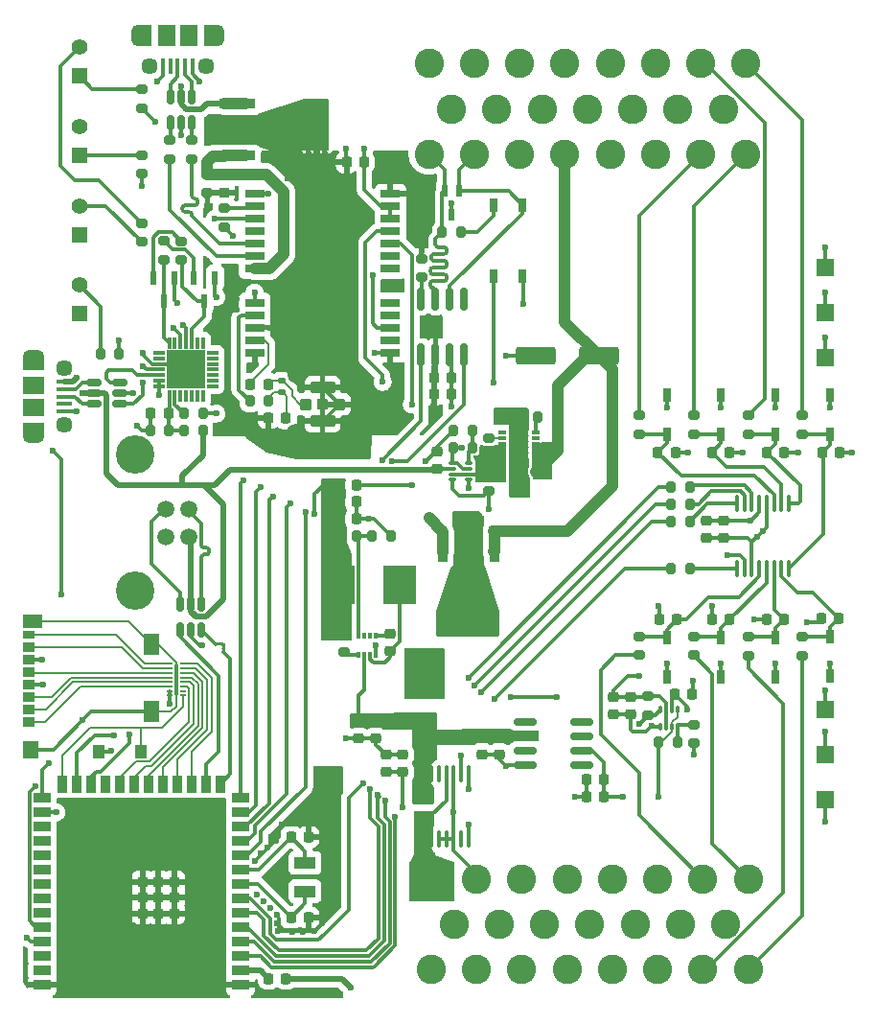
<source format=gbr>
%TF.GenerationSoftware,KiCad,Pcbnew,9.0.2*%
%TF.CreationDate,2025-06-15T01:14:30-07:00*%
%TF.ProjectId,SDM26LoggerV3.3,53444d32-364c-46f6-9767-657256332e33,rev?*%
%TF.SameCoordinates,Original*%
%TF.FileFunction,Copper,L1,Top*%
%TF.FilePolarity,Positive*%
%FSLAX46Y46*%
G04 Gerber Fmt 4.6, Leading zero omitted, Abs format (unit mm)*
G04 Created by KiCad (PCBNEW 9.0.2) date 2025-06-15 01:14:30*
%MOMM*%
%LPD*%
G01*
G04 APERTURE LIST*
G04 Aperture macros list*
%AMRoundRect*
0 Rectangle with rounded corners*
0 $1 Rounding radius*
0 $2 $3 $4 $5 $6 $7 $8 $9 X,Y pos of 4 corners*
0 Add a 4 corners polygon primitive as box body*
4,1,4,$2,$3,$4,$5,$6,$7,$8,$9,$2,$3,0*
0 Add four circle primitives for the rounded corners*
1,1,$1+$1,$2,$3*
1,1,$1+$1,$4,$5*
1,1,$1+$1,$6,$7*
1,1,$1+$1,$8,$9*
0 Add four rect primitives between the rounded corners*
20,1,$1+$1,$2,$3,$4,$5,0*
20,1,$1+$1,$4,$5,$6,$7,0*
20,1,$1+$1,$6,$7,$8,$9,0*
20,1,$1+$1,$8,$9,$2,$3,0*%
G04 Aperture macros list end*
%TA.AperFunction,SMDPad,CuDef*%
%ADD10RoundRect,0.225000X0.225000X0.250000X-0.225000X0.250000X-0.225000X-0.250000X0.225000X-0.250000X0*%
%TD*%
%TA.AperFunction,SMDPad,CuDef*%
%ADD11RoundRect,0.225000X0.250000X-0.225000X0.250000X0.225000X-0.250000X0.225000X-0.250000X-0.225000X0*%
%TD*%
%TA.AperFunction,SMDPad,CuDef*%
%ADD12RoundRect,0.075000X0.075000X-0.260000X0.075000X0.260000X-0.075000X0.260000X-0.075000X-0.260000X0*%
%TD*%
%TA.AperFunction,SMDPad,CuDef*%
%ADD13RoundRect,0.200000X0.200000X0.275000X-0.200000X0.275000X-0.200000X-0.275000X0.200000X-0.275000X0*%
%TD*%
%TA.AperFunction,SMDPad,CuDef*%
%ADD14RoundRect,0.200000X-0.275000X0.200000X-0.275000X-0.200000X0.275000X-0.200000X0.275000X0.200000X0*%
%TD*%
%TA.AperFunction,SMDPad,CuDef*%
%ADD15R,2.950000X3.500000*%
%TD*%
%TA.AperFunction,SMDPad,CuDef*%
%ADD16R,1.500000X1.500000*%
%TD*%
%TA.AperFunction,SMDPad,CuDef*%
%ADD17RoundRect,0.200000X-0.200000X-0.275000X0.200000X-0.275000X0.200000X0.275000X-0.200000X0.275000X0*%
%TD*%
%TA.AperFunction,SMDPad,CuDef*%
%ADD18R,1.350000X0.400000*%
%TD*%
%TA.AperFunction,HeatsinkPad*%
%ADD19O,1.900000X1.200000*%
%TD*%
%TA.AperFunction,SMDPad,CuDef*%
%ADD20R,1.900000X1.200000*%
%TD*%
%TA.AperFunction,HeatsinkPad*%
%ADD21C,1.450000*%
%TD*%
%TA.AperFunction,SMDPad,CuDef*%
%ADD22R,1.900000X1.500000*%
%TD*%
%TA.AperFunction,SMDPad,CuDef*%
%ADD23R,1.100000X0.850000*%
%TD*%
%TA.AperFunction,SMDPad,CuDef*%
%ADD24R,1.100000X0.750000*%
%TD*%
%TA.AperFunction,SMDPad,CuDef*%
%ADD25R,1.000000X1.200000*%
%TD*%
%TA.AperFunction,SMDPad,CuDef*%
%ADD26R,1.350000X1.550000*%
%TD*%
%TA.AperFunction,SMDPad,CuDef*%
%ADD27R,1.350000X1.900000*%
%TD*%
%TA.AperFunction,SMDPad,CuDef*%
%ADD28R,1.800000X1.170000*%
%TD*%
%TA.AperFunction,SMDPad,CuDef*%
%ADD29RoundRect,0.150000X0.150000X-0.512500X0.150000X0.512500X-0.150000X0.512500X-0.150000X-0.512500X0*%
%TD*%
%TA.AperFunction,SMDPad,CuDef*%
%ADD30R,1.000000X0.300000*%
%TD*%
%TA.AperFunction,SMDPad,CuDef*%
%ADD31R,0.300000X1.000000*%
%TD*%
%TA.AperFunction,SMDPad,CuDef*%
%ADD32R,3.350000X3.350000*%
%TD*%
%TA.AperFunction,ComponentPad*%
%ADD33C,1.500000*%
%TD*%
%TA.AperFunction,ComponentPad*%
%ADD34C,3.400000*%
%TD*%
%TA.AperFunction,SMDPad,CuDef*%
%ADD35R,1.800000X0.800000*%
%TD*%
%TA.AperFunction,SMDPad,CuDef*%
%ADD36R,0.300000X0.475000*%
%TD*%
%TA.AperFunction,ComponentPad*%
%ADD37R,1.416000X1.416000*%
%TD*%
%TA.AperFunction,ComponentPad*%
%ADD38C,1.416000*%
%TD*%
%TA.AperFunction,SMDPad,CuDef*%
%ADD39RoundRect,0.250000X1.500000X0.550000X-1.500000X0.550000X-1.500000X-0.550000X1.500000X-0.550000X0*%
%TD*%
%TA.AperFunction,SMDPad,CuDef*%
%ADD40RoundRect,0.100000X0.100000X-0.637500X0.100000X0.637500X-0.100000X0.637500X-0.100000X-0.637500X0*%
%TD*%
%TA.AperFunction,SMDPad,CuDef*%
%ADD41R,1.500000X0.900000*%
%TD*%
%TA.AperFunction,SMDPad,CuDef*%
%ADD42R,0.900000X1.500000*%
%TD*%
%TA.AperFunction,SMDPad,CuDef*%
%ADD43R,0.900000X0.900000*%
%TD*%
%TA.AperFunction,SMDPad,CuDef*%
%ADD44R,0.800000X1.150000*%
%TD*%
%TA.AperFunction,SMDPad,CuDef*%
%ADD45RoundRect,0.150000X-0.825000X-0.150000X0.825000X-0.150000X0.825000X0.150000X-0.825000X0.150000X0*%
%TD*%
%TA.AperFunction,SMDPad,CuDef*%
%ADD46RoundRect,0.225000X-0.225000X-0.250000X0.225000X-0.250000X0.225000X0.250000X-0.225000X0.250000X0*%
%TD*%
%TA.AperFunction,SMDPad,CuDef*%
%ADD47RoundRect,0.225000X-0.250000X0.225000X-0.250000X-0.225000X0.250000X-0.225000X0.250000X0.225000X0*%
%TD*%
%TA.AperFunction,SMDPad,CuDef*%
%ADD48R,0.950000X1.750000*%
%TD*%
%TA.AperFunction,SMDPad,CuDef*%
%ADD49R,3.250000X1.750000*%
%TD*%
%TA.AperFunction,SMDPad,CuDef*%
%ADD50R,0.700000X0.300000*%
%TD*%
%TA.AperFunction,SMDPad,CuDef*%
%ADD51R,1.750000X2.500000*%
%TD*%
%TA.AperFunction,SMDPad,CuDef*%
%ADD52RoundRect,0.200000X0.275000X-0.200000X0.275000X0.200000X-0.275000X0.200000X-0.275000X-0.200000X0*%
%TD*%
%TA.AperFunction,SMDPad,CuDef*%
%ADD53RoundRect,0.050000X0.285000X0.100000X-0.285000X0.100000X-0.285000X-0.100000X0.285000X-0.100000X0*%
%TD*%
%TA.AperFunction,ComponentPad*%
%ADD54C,2.600000*%
%TD*%
%TA.AperFunction,SMDPad,CuDef*%
%ADD55R,1.750000X0.950000*%
%TD*%
%TA.AperFunction,SMDPad,CuDef*%
%ADD56R,1.750000X3.250000*%
%TD*%
%TA.AperFunction,SMDPad,CuDef*%
%ADD57R,0.600000X1.250000*%
%TD*%
%TA.AperFunction,SMDPad,CuDef*%
%ADD58RoundRect,0.100000X0.400000X-0.400000X0.400000X0.400000X-0.400000X0.400000X-0.400000X-0.400000X0*%
%TD*%
%TA.AperFunction,SMDPad,CuDef*%
%ADD59RoundRect,0.105000X0.995000X-0.420000X0.995000X0.420000X-0.995000X0.420000X-0.995000X-0.420000X0*%
%TD*%
%TA.AperFunction,SMDPad,CuDef*%
%ADD60RoundRect,0.050000X0.175000X0.050000X-0.175000X0.050000X-0.175000X-0.050000X0.175000X-0.050000X0*%
%TD*%
%TA.AperFunction,SMDPad,CuDef*%
%ADD61RoundRect,0.075000X0.075000X1.325000X-0.075000X1.325000X-0.075000X-1.325000X0.075000X-1.325000X0*%
%TD*%
%TA.AperFunction,SMDPad,CuDef*%
%ADD62RoundRect,0.150000X0.512500X0.150000X-0.512500X0.150000X-0.512500X-0.150000X0.512500X-0.150000X0*%
%TD*%
%TA.AperFunction,SMDPad,CuDef*%
%ADD63R,0.400000X1.350000*%
%TD*%
%TA.AperFunction,HeatsinkPad*%
%ADD64O,1.200000X1.900000*%
%TD*%
%TA.AperFunction,SMDPad,CuDef*%
%ADD65R,1.200000X1.900000*%
%TD*%
%TA.AperFunction,SMDPad,CuDef*%
%ADD66R,1.500000X1.900000*%
%TD*%
%TA.AperFunction,SMDPad,CuDef*%
%ADD67RoundRect,0.150000X0.150000X-0.825000X0.150000X0.825000X-0.150000X0.825000X-0.150000X-0.825000X0*%
%TD*%
%TA.AperFunction,SMDPad,CuDef*%
%ADD68RoundRect,0.147500X-0.172500X0.147500X-0.172500X-0.147500X0.172500X-0.147500X0.172500X0.147500X0*%
%TD*%
%TA.AperFunction,SMDPad,CuDef*%
%ADD69R,0.500000X1.050000*%
%TD*%
%TA.AperFunction,SMDPad,CuDef*%
%ADD70R,1.900000X1.100000*%
%TD*%
%TA.AperFunction,SMDPad,CuDef*%
%ADD71RoundRect,0.250000X-0.550000X1.500000X-0.550000X-1.500000X0.550000X-1.500000X0.550000X1.500000X0*%
%TD*%
%TA.AperFunction,SMDPad,CuDef*%
%ADD72R,0.800000X1.200000*%
%TD*%
%TA.AperFunction,ViaPad*%
%ADD73C,0.600000*%
%TD*%
%TA.AperFunction,ViaPad*%
%ADD74C,1.500000*%
%TD*%
%TA.AperFunction,Conductor*%
%ADD75C,0.300000*%
%TD*%
%TA.AperFunction,Conductor*%
%ADD76C,0.500000*%
%TD*%
%TA.AperFunction,Conductor*%
%ADD77C,0.200000*%
%TD*%
%TA.AperFunction,Conductor*%
%ADD78C,1.000000*%
%TD*%
%TA.AperFunction,Conductor*%
%ADD79C,0.156500*%
%TD*%
G04 APERTURE END LIST*
D10*
%TO.P,C18,1*%
%TO.N,+3.3V*%
X127875000Y-103200000D03*
%TO.P,C18,2*%
%TO.N,GND*%
X126325000Y-103200000D03*
%TD*%
D11*
%TO.P,C2,1*%
%TO.N,+5V*%
X122100000Y-136575000D03*
%TO.P,C2,2*%
%TO.N,GND*%
X122100000Y-135025000D03*
%TD*%
D12*
%TO.P,U6,1,GND*%
%TO.N,GND*%
X146340000Y-132540000D03*
%TO.P,U6,2,VOUT*%
%TO.N,+5VA*%
X146840000Y-132540000D03*
%TO.P,U6,3,VIN1*%
%TO.N,Net-(U6-MODE)*%
X147340000Y-132540000D03*
%TO.P,U6,4,PR1*%
%TO.N,Net-(U6-PR1)*%
X147840000Y-132540000D03*
%TO.P,U6,5,MODE*%
%TO.N,Net-(U6-MODE)*%
X147840000Y-131060000D03*
%TO.P,U6,6,VIN2*%
%TO.N,+5V*%
X147340000Y-131060000D03*
%TO.P,U6,7,VOUT*%
%TO.N,+5VA*%
X146840000Y-131060000D03*
%TO.P,U6,8,ST*%
%TO.N,Net-(U6-ST)*%
X146340000Y-131060000D03*
%TD*%
D13*
%TO.P,R30,1*%
%TO.N,/BIAS_T*%
X111725000Y-103800000D03*
%TO.P,R30,2*%
%TO.N,/VCC_RF*%
X110075000Y-103800000D03*
%TD*%
D14*
%TO.P,R4,1*%
%TO.N,+5V*%
X100500000Y-88075000D03*
%TO.P,R4,2*%
%TO.N,/PWR_LED*%
X100500000Y-89725000D03*
%TD*%
D15*
%TO.P,L1,1*%
%TO.N,/5V_SMPS_OUT*%
X117875000Y-120000000D03*
%TO.P,L1,2*%
%TO.N,/SMPS_SW*%
X123325000Y-120000000D03*
%TD*%
D16*
%TO.P,TP4,1,1*%
%TO.N,Net-(U6-ST)*%
X160900000Y-131000000D03*
%TD*%
D17*
%TO.P,R18,1*%
%TO.N,Net-(U6-MODE)*%
X146175000Y-133900000D03*
%TO.P,R18,2*%
%TO.N,Net-(U6-PR1)*%
X147825000Y-133900000D03*
%TD*%
D10*
%TO.P,C37,1*%
%TO.N,/AIN2*%
X157275000Y-123100000D03*
%TO.P,C37,2*%
%TO.N,GND*%
X155725000Y-123100000D03*
%TD*%
D13*
%TO.P,R24,1*%
%TO.N,Net-(U9-DIN)*%
X148925000Y-111400000D03*
%TO.P,R24,2*%
%TO.N,/ADC_DIN*%
X147275000Y-111400000D03*
%TD*%
D18*
%TO.P,J2,1,VBUS*%
%TO.N,VBUS*%
X93662500Y-102100000D03*
%TO.P,J2,2,D-*%
%TO.N,/USBM_D-*%
X93662500Y-102750000D03*
%TO.P,J2,3,D+*%
%TO.N,/USBM_D+*%
X93662500Y-103400000D03*
%TO.P,J2,4,ID*%
%TO.N,unconnected-(J2-ID-Pad4)*%
X93662500Y-104050000D03*
%TO.P,J2,5,GND*%
%TO.N,GND*%
X93662500Y-104700000D03*
D19*
%TO.P,J2,6,Shield*%
%TO.N,unconnected-(J2-Shield-Pad6)_4*%
X90962500Y-99900000D03*
D20*
%TO.N,unconnected-(J2-Shield-Pad6)_2*%
X90962500Y-100500000D03*
D21*
%TO.N,unconnected-(J2-Shield-Pad6)*%
X93662500Y-100900000D03*
D22*
%TO.N,unconnected-(J2-Shield-Pad6)_7*%
X90962500Y-102400000D03*
%TO.N,unconnected-(J2-Shield-Pad6)_6*%
X90962500Y-104400000D03*
D21*
%TO.N,unconnected-(J2-Shield-Pad6)_1*%
X93662500Y-105900000D03*
D20*
%TO.N,unconnected-(J2-Shield-Pad6)_5*%
X90962500Y-106300000D03*
D19*
%TO.N,unconnected-(J2-Shield-Pad6)_3*%
X90962500Y-106900000D03*
%TD*%
D10*
%TO.P,C16,1*%
%TO.N,GND*%
X128600000Y-115300000D03*
%TO.P,C16,2*%
%TO.N,+3.3V*%
X127050000Y-115300000D03*
%TD*%
D16*
%TO.P,TP6,1,1*%
%TO.N,/Safeboot*%
X160900000Y-92000000D03*
%TD*%
D23*
%TO.P,J4,1,DAT2*%
%TO.N,Net-(J4-DAT2)*%
X90570000Y-132100000D03*
%TO.P,J4,2,DAT3/CD*%
%TO.N,Net-(J4-DAT3{slash}CD)*%
X90570000Y-131000000D03*
%TO.P,J4,3,CMD*%
%TO.N,Net-(J4-CMD)*%
X90570000Y-129900000D03*
%TO.P,J4,4,VDD*%
%TO.N,+3.3V*%
X90570000Y-128800000D03*
%TO.P,J4,5,CLK*%
%TO.N,Net-(J4-CLK)*%
X90570000Y-127700000D03*
%TO.P,J4,6,VSS*%
%TO.N,GND*%
X90570000Y-126600000D03*
%TO.P,J4,7,DAT0*%
%TO.N,Net-(J4-DAT0)*%
X90570000Y-125500000D03*
D24*
%TO.P,J4,8,DAT1*%
%TO.N,Net-(J4-DAT1)*%
X90570000Y-124450000D03*
D25*
%TO.P,J4,9,DET_B*%
%TO.N,GND*%
X96720000Y-134735000D03*
%TO.P,J4,10,DET_A*%
%TO.N,/SD_CD*%
X100420000Y-134735000D03*
D26*
%TO.P,J4,11,SHIELD*%
%TO.N,GND*%
X90695000Y-134560000D03*
D27*
X101395000Y-131235000D03*
X101395000Y-125265000D03*
D28*
X90920000Y-123240000D03*
%TD*%
D13*
%TO.P,R14,1*%
%TO.N,Net-(IC5-Pad6)*%
X128725000Y-88900000D03*
%TO.P,R14,2*%
%TO.N,/CAN+*%
X127075000Y-88900000D03*
%TD*%
D29*
%TO.P,U5,1,I/O1*%
%TO.N,Net-(R15-Pad1)*%
X103050000Y-79175000D03*
%TO.P,U5,2,GND*%
%TO.N,GND*%
X104000000Y-79175000D03*
%TO.P,U5,3,I/O2*%
%TO.N,Net-(R16-Pad2)*%
X104950000Y-79175000D03*
%TO.P,U5,4,I/O2*%
%TO.N,/USBM2_D-*%
X104950000Y-76900000D03*
%TO.P,U5,5,VBUS*%
%TO.N,/GPS_VUSB*%
X104000000Y-76900000D03*
%TO.P,U5,6,I/O1*%
%TO.N,/USBM2_D+*%
X103050000Y-76900000D03*
%TD*%
D14*
%TO.P,R2,1*%
%TO.N,Net-(Q2-B)*%
X104000000Y-89675000D03*
%TO.P,R2,2*%
%TO.N,Net-(IC2-RTS)*%
X104000000Y-91325000D03*
%TD*%
D30*
%TO.P,IC2,1,DCD*%
%TO.N,unconnected-(IC2-DCD-Pad1)*%
X102100000Y-99510000D03*
%TO.P,IC2,2,RI/CLK*%
%TO.N,unconnected-(IC2-RI{slash}CLK-Pad2)*%
X102100000Y-100010000D03*
%TO.P,IC2,3,GND*%
%TO.N,GND*%
X102100000Y-100510000D03*
%TO.P,IC2,4,D+*%
%TO.N,/PROG_D+*%
X102100000Y-101010000D03*
%TO.P,IC2,5,D-*%
%TO.N,/PROG_D-*%
X102100000Y-101510000D03*
%TO.P,IC2,6,VDD*%
%TO.N,+3.3V*%
X102100000Y-102010000D03*
%TO.P,IC2,7,VREGIN*%
X102100000Y-102510000D03*
D31*
%TO.P,IC2,8,VBUS*%
%TO.N,Net-(IC2-VBUS)*%
X102950000Y-103360000D03*
%TO.P,IC2,9,RSTB*%
%TO.N,/RSTB*%
X103450000Y-103360000D03*
%TO.P,IC2,10,NC*%
%TO.N,unconnected-(IC2-NC-Pad10)*%
X103950000Y-103360000D03*
%TO.P,IC2,11,SUSPENDB*%
%TO.N,unconnected-(IC2-SUSPENDB-Pad11)*%
X104450000Y-103360000D03*
%TO.P,IC2,12,SUSPEND*%
%TO.N,unconnected-(IC2-SUSPEND-Pad12)*%
X104950000Y-103360000D03*
%TO.P,IC2,13,CHREN*%
%TO.N,unconnected-(IC2-CHREN-Pad13)*%
X105450000Y-103360000D03*
%TO.P,IC2,14,CHR1*%
%TO.N,unconnected-(IC2-CHR1-Pad14)*%
X105950000Y-103360000D03*
D30*
%TO.P,IC2,15,CHR0*%
%TO.N,unconnected-(IC2-CHR0-Pad15)*%
X106800000Y-102510000D03*
%TO.P,IC2,16,GPIO.3/WAKEUP*%
%TO.N,unconnected-(IC2-GPIO.3{slash}WAKEUP-Pad16)*%
X106800000Y-102010000D03*
%TO.P,IC2,17,GPIO.2/RS485*%
%TO.N,unconnected-(IC2-GPIO.2{slash}RS485-Pad17)*%
X106800000Y-101510000D03*
%TO.P,IC2,18,GPIO.1/RXT*%
%TO.N,unconnected-(IC2-GPIO.1{slash}RXT-Pad18)*%
X106800000Y-101010000D03*
%TO.P,IC2,19,GPIO.0/TXT*%
%TO.N,unconnected-(IC2-GPIO.0{slash}TXT-Pad19)*%
X106800000Y-100510000D03*
%TO.P,IC2,20,GPIO.6*%
%TO.N,unconnected-(IC2-GPIO.6-Pad20)*%
X106800000Y-100010000D03*
%TO.P,IC2,21,GPIO.5*%
%TO.N,unconnected-(IC2-GPIO.5-Pad21)*%
X106800000Y-99510000D03*
D31*
%TO.P,IC2,22,GPIO.4*%
%TO.N,unconnected-(IC2-GPIO.4-Pad22)*%
X105950000Y-98660000D03*
%TO.P,IC2,23,CTS*%
%TO.N,unconnected-(IC2-CTS-Pad23)*%
X105450000Y-98660000D03*
%TO.P,IC2,24,RTS*%
%TO.N,Net-(IC2-RTS)*%
X104950000Y-98660000D03*
%TO.P,IC2,25,RXD*%
%TO.N,/U0TXD*%
X104450000Y-98660000D03*
%TO.P,IC2,26,TXD*%
%TO.N,/U0RXD*%
X103950000Y-98660000D03*
%TO.P,IC2,27,DSR*%
%TO.N,unconnected-(IC2-DSR-Pad27)*%
X103450000Y-98660000D03*
%TO.P,IC2,28,DTR*%
%TO.N,Net-(IC2-DTR)*%
X102950000Y-98660000D03*
D32*
%TO.P,IC2,29,BGND*%
%TO.N,GND*%
X104450000Y-101010000D03*
%TD*%
D33*
%TO.P,J1,1,VBUS*%
%TO.N,VBUS*%
X104677500Y-115800000D03*
%TO.P,J1,2,D-*%
%TO.N,/USBB_D-*%
X104677500Y-113300000D03*
%TO.P,J1,3,D+*%
%TO.N,/USBB_D+*%
X102677500Y-113300000D03*
%TO.P,J1,4,GND*%
%TO.N,GND*%
X102677500Y-115800000D03*
D34*
%TO.P,J1,5,Shield*%
%TO.N,unconnected-(J1-Shield-Pad5)*%
X99967500Y-108530000D03*
%TO.P,J1,6*%
%TO.N,N/C*%
X99967500Y-120570000D03*
%TD*%
D35*
%TO.P,IC7,1,SAFEBOOT_N*%
%TO.N,/Safeboot*%
X110500000Y-85500000D03*
%TO.P,IC7,2,D_SEL*%
%TO.N,/D_SEL*%
X110500000Y-86600000D03*
%TO.P,IC7,3,TIMEPULSE*%
%TO.N,/PPS_LED*%
X110500000Y-87700000D03*
%TO.P,IC7,4,EXTINT*%
%TO.N,unconnected-(IC7-EXTINT-Pad4)*%
X110500000Y-88800000D03*
%TO.P,IC7,5,USB_DM*%
%TO.N,/GPS_D-*%
X110500000Y-89900000D03*
%TO.P,IC7,6,USB_DP*%
%TO.N,/GPS_D+*%
X110500000Y-91000000D03*
%TO.P,IC7,7,V_USB*%
%TO.N,/GNSS_USB_PWR*%
X110500000Y-92100000D03*
%TO.P,IC7,8,RESET_N*%
%TO.N,Net-(IC7-RESET_N)*%
X110500000Y-95100000D03*
%TO.P,IC7,9,VCC_RF*%
%TO.N,/VCC_RF*%
X110500000Y-96200000D03*
%TO.P,IC7,10,GND_1*%
%TO.N,GND*%
X110500000Y-97300000D03*
%TO.P,IC7,11,RF_IN*%
%TO.N,Net-(IC7-RF_IN)*%
X110500000Y-98400000D03*
%TO.P,IC7,12,GND_2*%
%TO.N,GND*%
X110500000Y-99500000D03*
%TO.P,IC7,13,GND_3*%
X122500000Y-99500000D03*
%TO.P,IC7,14,LNA_EN*%
%TO.N,unconnected-(IC7-LNA_EN-Pad14)*%
X122500000Y-98400000D03*
%TO.P,IC7,15,RTK_STAT*%
%TO.N,/RTK_STAT*%
X122500000Y-97300000D03*
%TO.P,IC7,16,TXD2*%
%TO.N,unconnected-(IC7-TXD2-Pad16)*%
X122500000Y-96200000D03*
%TO.P,IC7,17,RXD2*%
%TO.N,unconnected-(IC7-RXD2-Pad17)*%
X122500000Y-95100000D03*
%TO.P,IC7,18,SDA_/_SPI_CS_N*%
%TO.N,unconnected-(IC7-SDA_{slash}_SPI_CS_N-Pad18)*%
X122500000Y-92100000D03*
%TO.P,IC7,19,SCL_/_SPI_SLK*%
%TO.N,unconnected-(IC7-SCL_{slash}_SPI_SLK-Pad19)*%
X122500000Y-91000000D03*
%TO.P,IC7,20,TXD_/_SPI_SDO*%
%TO.N,/UART2_TX*%
X122500000Y-89900000D03*
%TO.P,IC7,21,RXD_/_SPI_SDI*%
%TO.N,/UART2_RX*%
X122500000Y-88800000D03*
%TO.P,IC7,22,V_BCKP*%
%TO.N,+3.3V*%
X122500000Y-87700000D03*
%TO.P,IC7,23,VCC*%
X122500000Y-86600000D03*
%TO.P,IC7,24,GND_4*%
%TO.N,GND*%
X122500000Y-85500000D03*
%TD*%
D36*
%TO.P,IC4,1,PG/SS*%
%TO.N,/PG*%
X119700000Y-126200000D03*
%TO.P,IC4,2,VIN*%
%TO.N,VCC*%
X120200000Y-126200000D03*
%TO.P,IC4,3,SW*%
%TO.N,/SMPS_SW*%
X120700000Y-126200000D03*
%TO.P,IC4,4,GND*%
%TO.N,GND*%
X121200000Y-126200000D03*
%TO.P,IC4,5,BOOT*%
%TO.N,/BTSB*%
X121200000Y-124524000D03*
%TO.P,IC4,6,EN*%
%TO.N,unconnected-(IC4-EN-Pad6)*%
X120700000Y-124524000D03*
%TO.P,IC4,7,MODE*%
%TO.N,unconnected-(IC4-MODE-Pad7)*%
X120200000Y-124524000D03*
%TO.P,IC4,8,FB*%
%TO.N,/SMPS_FB*%
X119700000Y-124524000D03*
%TD*%
D14*
%TO.P,R28,1*%
%TO.N,/AIN5_EXT*%
X154100000Y-105075000D03*
%TO.P,R28,2*%
%TO.N,/AIN5*%
X154100000Y-106725000D03*
%TD*%
D37*
%TO.P,LED3,1,K*%
%TO.N,Net-(LED3-K)*%
X95000000Y-75100000D03*
D38*
%TO.P,LED3,2,A*%
%TO.N,+5V*%
X95000000Y-72560000D03*
%TD*%
D39*
%TO.P,C5,1*%
%TO.N,+5V*%
X140900000Y-99800000D03*
%TO.P,C5,2*%
%TO.N,GND*%
X135300000Y-99800000D03*
%TD*%
D40*
%TO.P,U1,1,IN+*%
%TO.N,+BATT*%
X124825000Y-142462500D03*
%TO.P,U1,2,IN+*%
X125475000Y-142462500D03*
%TO.P,U1,3,IN+*%
X126125000Y-142462500D03*
%TO.P,U1,4,A1*%
%TO.N,GND*%
X126775000Y-142462500D03*
%TO.P,U1,5,A0*%
X127425000Y-142462500D03*
%TO.P,U1,6,GND*%
X128075000Y-142462500D03*
%TO.P,U1,7,ALERT*%
%TO.N,unconnected-(U1-ALERT-Pad7)*%
X128725000Y-142462500D03*
%TO.P,U1,8,SDA*%
%TO.N,/I2C1_SDA*%
X129375000Y-142462500D03*
%TO.P,U1,9,SCL*%
%TO.N,/I2C1_SCL*%
X129375000Y-136737500D03*
%TO.P,U1,10,VS*%
%TO.N,+5V*%
X128725000Y-136737500D03*
%TO.P,U1,11,GND*%
%TO.N,GND*%
X128075000Y-136737500D03*
%TO.P,U1,12,VBUS*%
%TO.N,+BATT*%
X127425000Y-136737500D03*
%TO.P,U1,13,NC*%
%TO.N,unconnected-(U1-NC-Pad13)*%
X126775000Y-136737500D03*
%TO.P,U1,14,IN-*%
%TO.N,VCC*%
X126125000Y-136737500D03*
%TO.P,U1,15,IN-*%
X125475000Y-136737500D03*
%TO.P,U1,16,IN-*%
X124825000Y-136737500D03*
%TD*%
D13*
%TO.P,R13,1*%
%TO.N,Net-(IC2-VBUS)*%
X102925000Y-106400000D03*
%TO.P,R13,2*%
%TO.N,GND*%
X101275000Y-106400000D03*
%TD*%
D11*
%TO.P,C11,1*%
%TO.N,GND*%
X119700000Y-133575000D03*
%TO.P,C11,2*%
%TO.N,VCC*%
X119700000Y-132025000D03*
%TD*%
D14*
%TO.P,R38,1*%
%TO.N,Net-(IC8-EN{slash}UVLO)*%
X131200000Y-107100000D03*
%TO.P,R38,2*%
%TO.N,/EFUSE IN*%
X131200000Y-108750000D03*
%TD*%
D41*
%TO.P,IC1,1,GND_1*%
%TO.N,GND*%
X109250000Y-155360000D03*
%TO.P,IC1,2,3V3*%
%TO.N,Net-(IC1-3V3)*%
X109250000Y-154090000D03*
%TO.P,IC1,3,EN*%
%TO.N,/CHIP_PU*%
X109250000Y-152820000D03*
%TO.P,IC1,4,IO4*%
%TO.N,/ADC_CS*%
X109250000Y-151550000D03*
%TO.P,IC1,5,IO5*%
%TO.N,/ADC_CLK*%
X109250000Y-150280000D03*
%TO.P,IC1,6,IO6*%
%TO.N,/ADC_DOUT*%
X109250000Y-149010000D03*
%TO.P,IC1,7,IO7*%
%TO.N,/ADC_DIN*%
X109250000Y-147740000D03*
%TO.P,IC1,8,IO15*%
%TO.N,/XTAL_32K_P*%
X109250000Y-146470000D03*
%TO.P,IC1,9,IO16*%
%TO.N,/XTAL_32K_N*%
X109250000Y-145200000D03*
%TO.P,IC1,10,IO17*%
%TO.N,/CAN_TERM*%
X109250000Y-143930000D03*
%TO.P,IC1,11,IO18*%
%TO.N,/CAN_CTX*%
X109250000Y-142660000D03*
%TO.P,IC1,12,IO8*%
%TO.N,/CAN_RTX*%
X109250000Y-141390000D03*
%TO.P,IC1,13,IO19*%
%TO.N,/UART2_TX*%
X109250000Y-140120000D03*
%TO.P,IC1,14,IO20*%
%TO.N,/UART2_RX*%
X109250000Y-138850000D03*
D42*
%TO.P,IC1,15,IO3*%
%TO.N,/UART1_D-*%
X107485000Y-137600000D03*
%TO.P,IC1,16,IO46*%
%TO.N,/UART1_D+*%
X106215000Y-137600000D03*
%TO.P,IC1,17,IO9*%
%TO.N,/SD_DAT1*%
X104945000Y-137600000D03*
%TO.P,IC1,18,IO10*%
%TO.N,/SD_DAT0*%
X103675000Y-137600000D03*
%TO.P,IC1,19,IO11*%
%TO.N,/SD_CLK*%
X102405000Y-137600000D03*
%TO.P,IC1,20,IO12*%
%TO.N,/SD_CMD*%
X101135000Y-137600000D03*
%TO.P,IC1,21,IO13*%
%TO.N,/SD_DAT3*%
X99865000Y-137600000D03*
%TO.P,IC1,22,IO14*%
%TO.N,/SD_DAT2*%
X98595000Y-137600000D03*
%TO.P,IC1,23,IO21*%
%TO.N,unconnected-(IC1-IO21-Pad23)*%
X97325000Y-137600000D03*
%TO.P,IC1,24,IO47*%
%TO.N,/I2C1_SCL*%
X96055000Y-137600000D03*
%TO.P,IC1,25,IO48*%
%TO.N,/I2C1_SDA*%
X94785000Y-137600000D03*
%TO.P,IC1,26,IO45*%
%TO.N,/SD_CD*%
X93515000Y-137600000D03*
D41*
%TO.P,IC1,27,IO0*%
%TO.N,/GPIO0*%
X91750000Y-138850000D03*
%TO.P,IC1,28,IO35*%
%TO.N,/USER_LED*%
X91750000Y-140120000D03*
%TO.P,IC1,29,IO36*%
%TO.N,unconnected-(IC1-IO36-Pad29)*%
X91750000Y-141390000D03*
%TO.P,IC1,30,IO37*%
%TO.N,unconnected-(IC1-IO37-Pad30)*%
X91750000Y-142660000D03*
%TO.P,IC1,31,IO38*%
%TO.N,unconnected-(IC1-IO38-Pad31)*%
X91750000Y-143930000D03*
%TO.P,IC1,32,IO39*%
%TO.N,unconnected-(IC1-IO39-Pad32)*%
X91750000Y-145200000D03*
%TO.P,IC1,33,IO40*%
%TO.N,unconnected-(IC1-IO40-Pad33)*%
X91750000Y-146470000D03*
%TO.P,IC1,34,IO41*%
%TO.N,unconnected-(IC1-IO41-Pad34)*%
X91750000Y-147740000D03*
%TO.P,IC1,35,IO42*%
%TO.N,unconnected-(IC1-IO42-Pad35)*%
X91750000Y-149010000D03*
%TO.P,IC1,36,RXD0*%
%TO.N,/U0RXD*%
X91750000Y-150280000D03*
%TO.P,IC1,37,TXD0*%
%TO.N,/U0TXD*%
X91750000Y-151550000D03*
%TO.P,IC1,38,IO2*%
%TO.N,unconnected-(IC1-IO2-Pad38)*%
X91750000Y-152820000D03*
%TO.P,IC1,39,IO1*%
%TO.N,unconnected-(IC1-IO1-Pad39)*%
X91750000Y-154090000D03*
%TO.P,IC1,40,GND_2*%
%TO.N,GND*%
X91750000Y-155360000D03*
D43*
%TO.P,IC1,41,GND_3*%
X102000000Y-147640000D03*
%TO.P,IC1,42,GND_4*%
X102000000Y-149040000D03*
%TO.P,IC1,43,GND_5*%
X103400000Y-149040000D03*
%TO.P,IC1,44,GND_6*%
X103400000Y-147640000D03*
%TO.P,IC1,45,GND_7*%
X103400000Y-146240000D03*
%TO.P,IC1,46,GND_8*%
X102000000Y-146240000D03*
%TO.P,IC1,47,GND_9*%
X100600000Y-146240000D03*
%TO.P,IC1,48,GND_10*%
X100600000Y-147640000D03*
%TO.P,IC1,49,GND_11*%
X100600000Y-149040000D03*
%TD*%
D14*
%TO.P,R37,1*%
%TO.N,/AIN7_EXT*%
X144500000Y-105075000D03*
%TO.P,R37,2*%
%TO.N,/AIN7*%
X144500000Y-106725000D03*
%TD*%
D17*
%TO.P,R23,1*%
%TO.N,/ADC_CS*%
X147275000Y-118600000D03*
%TO.P,R23,2*%
%TO.N,Net-(U9-~{CS})*%
X148925000Y-118600000D03*
%TD*%
D44*
%TO.P,D7,1,K*%
%TO.N,+5VA*%
X151700000Y-103250000D03*
%TO.P,D7,2,A*%
%TO.N,/AIN6*%
X151700000Y-106750000D03*
%TD*%
D45*
%TO.P,U8,1,TP*%
%TO.N,unconnected-(U8-TP-Pad1)*%
X134425000Y-132095000D03*
%TO.P,U8,2,VIN*%
%TO.N,VCC*%
X134425000Y-133365000D03*
%TO.P,U8,3,NC*%
%TO.N,unconnected-(U8-NC-Pad3)*%
X134425000Y-134635000D03*
%TO.P,U8,4,GND*%
%TO.N,GND*%
X134425000Y-135905000D03*
%TO.P,U8,5,TRIM*%
%TO.N,unconnected-(U8-TRIM-Pad5)*%
X139375000Y-135905000D03*
%TO.P,U8,6,OUT*%
%TO.N,Net-(U6-MODE)*%
X139375000Y-134635000D03*
%TO.P,U8,7,NC*%
%TO.N,unconnected-(U8-NC-Pad7)*%
X139375000Y-133365000D03*
%TO.P,U8,8,TP*%
%TO.N,unconnected-(U8-TP-Pad8)*%
X139375000Y-132095000D03*
%TD*%
D11*
%TO.P,C10,1*%
%TO.N,GND*%
X121200000Y-133575000D03*
%TO.P,C10,2*%
%TO.N,VCC*%
X121200000Y-132025000D03*
%TD*%
D46*
%TO.P,C42,1*%
%TO.N,/AIN7*%
X146125000Y-108300000D03*
%TO.P,C42,2*%
%TO.N,GND*%
X147675000Y-108300000D03*
%TD*%
D14*
%TO.P,R15,1*%
%TO.N,Net-(R15-Pad1)*%
X103000000Y-80775000D03*
%TO.P,R15,2*%
%TO.N,/GPS_D+*%
X103000000Y-82425000D03*
%TD*%
%TO.P,R1,1*%
%TO.N,Net-(Q1-B)*%
X102500000Y-89650000D03*
%TO.P,R1,2*%
%TO.N,Net-(IC2-DTR)*%
X102500000Y-91300000D03*
%TD*%
D47*
%TO.P,C26,1*%
%TO.N,+5VA*%
X143700000Y-129925000D03*
%TO.P,C26,2*%
%TO.N,GND*%
X143700000Y-131475000D03*
%TD*%
D16*
%TO.P,TP2,1,1*%
%TO.N,/5V_SMPS_OUT*%
X160900000Y-135000000D03*
%TD*%
D48*
%TO.P,IC3,1,IN*%
%TO.N,+5V*%
X131700000Y-117150000D03*
%TO.P,IC3,2,GND_1*%
%TO.N,GND*%
X129400000Y-117150000D03*
%TO.P,IC3,3,OUT*%
%TO.N,+3.3V*%
X127100000Y-117150000D03*
D49*
%TO.P,IC3,4,GND_2*%
%TO.N,GND*%
X129400000Y-123450000D03*
%TD*%
D46*
%TO.P,C20,1*%
%TO.N,+5V*%
X147625000Y-129700000D03*
%TO.P,C20,2*%
%TO.N,GND*%
X149175000Y-129700000D03*
%TD*%
D14*
%TO.P,R20,1*%
%TO.N,Net-(U6-PR1)*%
X149300000Y-132375000D03*
%TO.P,R20,2*%
%TO.N,GND*%
X149300000Y-134025000D03*
%TD*%
D50*
%TO.P,IC8,1,DV/DT*%
%TO.N,unconnected-(IC8-DV{slash}DT-Pad1)*%
X132400000Y-106600000D03*
%TO.P,IC8,2,EN/UVLO*%
%TO.N,Net-(IC8-EN{slash}UVLO)*%
X132400000Y-107100000D03*
%TO.P,IC8,3,VIN_1*%
%TO.N,/EFUSE IN*%
X132400000Y-107600000D03*
%TO.P,IC8,4,VIN_2*%
X132400000Y-108100000D03*
%TO.P,IC8,5,VIN_3*%
X132400000Y-108600000D03*
%TO.P,IC8,6,OUT_1*%
%TO.N,+5V*%
X135300000Y-108600000D03*
%TO.P,IC8,7,OUT_2*%
X135300000Y-108100000D03*
%TO.P,IC8,8,OUT_3*%
X135300000Y-107600000D03*
%TO.P,IC8,9,NC*%
%TO.N,unconnected-(IC8-NC-Pad9)*%
X135300000Y-107100000D03*
%TO.P,IC8,10,ILIM*%
%TO.N,Net-(IC8-ILIM)*%
X135300000Y-106600000D03*
D51*
%TO.P,IC8,11,GND*%
%TO.N,GND*%
X133850000Y-107600000D03*
%TD*%
D37*
%TO.P,LED4,1,K*%
%TO.N,Net-(LED4-K)*%
X95000000Y-82100000D03*
D38*
%TO.P,LED4,2,A*%
%TO.N,/PPS_LED*%
X95000000Y-79560000D03*
%TD*%
D46*
%TO.P,C14,1*%
%TO.N,/5V_SMPS_OUT*%
X117925000Y-114200000D03*
%TO.P,C14,2*%
%TO.N,GND*%
X119475000Y-114200000D03*
%TD*%
D17*
%TO.P,R9,1*%
%TO.N,/5V_SMPS_OUT*%
X117875000Y-115700000D03*
%TO.P,R9,2*%
%TO.N,/SMPS_FB*%
X119525000Y-115700000D03*
%TD*%
D11*
%TO.P,C4,1*%
%TO.N,VBUS*%
X126600000Y-109775000D03*
%TO.P,C4,2*%
%TO.N,GND*%
X126600000Y-108225000D03*
%TD*%
D52*
%TO.P,R27,1*%
%TO.N,/AIN1_EXT*%
X149300000Y-126225000D03*
%TO.P,R27,2*%
%TO.N,/AIN1*%
X149300000Y-124575000D03*
%TD*%
D10*
%TO.P,C7,1*%
%TO.N,GND*%
X115275000Y-142300000D03*
%TO.P,C7,2*%
%TO.N,/XTAL_32K_N*%
X113725000Y-142300000D03*
%TD*%
D13*
%TO.P,R8,1*%
%TO.N,/USER_LED*%
X98525000Y-99600000D03*
%TO.P,R8,2*%
%TO.N,/USR_LED_RSTR*%
X96875000Y-99600000D03*
%TD*%
D10*
%TO.P,C43,1*%
%TO.N,+5V*%
X135475000Y-110000000D03*
%TO.P,C43,2*%
%TO.N,GND*%
X133925000Y-110000000D03*
%TD*%
D53*
%TO.P,U3,1,GND*%
%TO.N,GND*%
X129440000Y-110750000D03*
%TO.P,U3,2,VOUT*%
%TO.N,/EFUSE IN*%
X129440000Y-110250000D03*
%TO.P,U3,3,VIN1*%
%TO.N,Net-(U3-MODE)*%
X129440000Y-109750000D03*
%TO.P,U3,4,PR1*%
%TO.N,/PR1*%
X129440000Y-109250000D03*
%TO.P,U3,5,MODE*%
%TO.N,Net-(U3-MODE)*%
X127960000Y-109250000D03*
%TO.P,U3,6,VIN2*%
%TO.N,VBUS*%
X127960000Y-109750000D03*
%TO.P,U3,7,VOUT*%
%TO.N,/EFUSE IN*%
X127960000Y-110250000D03*
%TO.P,U3,8,ST*%
%TO.N,/ST*%
X127960000Y-110750000D03*
%TD*%
D44*
%TO.P,D2,1,K*%
%TO.N,+5VA*%
X146900000Y-128150000D03*
%TO.P,D2,2,A*%
%TO.N,/AIN0*%
X146900000Y-124650000D03*
%TD*%
D17*
%TO.P,R26,1*%
%TO.N,/ADC_DOUT*%
X147275000Y-112900000D03*
%TO.P,R26,2*%
%TO.N,Net-(U9-DOUT)*%
X148925000Y-112900000D03*
%TD*%
D11*
%TO.P,C31,1*%
%TO.N,GND*%
X107820818Y-79075280D03*
%TO.P,C31,2*%
%TO.N,/GPS_VUSB*%
X107820818Y-77525280D03*
%TD*%
D16*
%TO.P,TP1,1,1*%
%TO.N,/ST*%
X160900000Y-100000000D03*
%TD*%
D47*
%TO.P,C22,1*%
%TO.N,VCC*%
X132100000Y-133425000D03*
%TO.P,C22,2*%
%TO.N,GND*%
X132100000Y-134975000D03*
%TD*%
D10*
%TO.P,C24,1*%
%TO.N,Net-(U6-MODE)*%
X141375000Y-138700000D03*
%TO.P,C24,2*%
%TO.N,GND*%
X139825000Y-138700000D03*
%TD*%
%TO.P,C29,1*%
%TO.N,/AIN0*%
X147775000Y-123100000D03*
%TO.P,C29,2*%
%TO.N,GND*%
X146225000Y-123100000D03*
%TD*%
D54*
%TO.P,J5,1,Pin_1*%
%TO.N,/AIN6_EXT*%
X153899999Y-82000000D03*
%TO.P,J5,2,Pin_2*%
%TO.N,/AIN7_EXT*%
X149900000Y-82000000D03*
%TO.P,J5,3,Pin_3*%
%TO.N,GND*%
X145900000Y-82000000D03*
%TO.P,J5,4,Pin_4*%
X141900000Y-82000000D03*
%TO.P,J5,5,Pin_5*%
%TO.N,+5V*%
X137900001Y-82000000D03*
%TO.P,J5,6,Pin_6*%
X133900001Y-82000000D03*
%TO.P,J5,7,Pin_7*%
%TO.N,/CAN-*%
X129900002Y-82000000D03*
%TO.P,J5,8,Pin_8*%
%TO.N,/CAN+*%
X125900002Y-82000000D03*
%TO.P,J5,9,Pin_9*%
%TO.N,unconnected-(J5-Pin_9-Pad9)*%
X151900001Y-78000000D03*
%TO.P,J5,10,Pin_10*%
%TO.N,unconnected-(J5-Pin_10-Pad10)*%
X147900001Y-78000000D03*
%TO.P,J5,11,Pin_11*%
%TO.N,unconnected-(J5-Pin_11-Pad11)*%
X143900001Y-78000000D03*
%TO.P,J5,12,Pin_12*%
%TO.N,+5V*%
X139900002Y-78000000D03*
%TO.P,J5,13,Pin_13*%
X135900002Y-78000000D03*
%TO.P,J5,14,Pin_14*%
X131900003Y-78000000D03*
%TO.P,J5,15,Pin_15*%
%TO.N,unconnected-(J5-Pin_15-Pad15)*%
X127900003Y-78000000D03*
%TO.P,J5,16,Pin_16*%
%TO.N,/AIN4_EXT*%
X153899999Y-74000000D03*
%TO.P,J5,17,Pin_17*%
%TO.N,/AIN5_EXT*%
X149900000Y-74000000D03*
%TO.P,J5,18,Pin_18*%
%TO.N,GND*%
X145900000Y-74000000D03*
%TO.P,J5,19,Pin_19*%
X141900000Y-74000000D03*
%TO.P,J5,20,Pin_20*%
%TO.N,unconnected-(J5-Pin_20-Pad20)*%
X137900001Y-74000000D03*
%TO.P,J5,21,Pin_21*%
%TO.N,unconnected-(J5-Pin_21-Pad21)*%
X133900001Y-74000000D03*
%TO.P,J5,22,Pin_22*%
%TO.N,GND*%
X129900002Y-74000000D03*
%TO.P,J5,23,Pin_23*%
%TO.N,unconnected-(J5-Pin_23-Pad23)*%
X125900002Y-74000000D03*
%TD*%
D52*
%TO.P,R31,1*%
%TO.N,/AIN2_EXT*%
X154100000Y-126250000D03*
%TO.P,R31,2*%
%TO.N,/AIN2*%
X154100000Y-124600000D03*
%TD*%
D46*
%TO.P,C40,1*%
%TO.N,GND*%
X118625000Y-82700000D03*
%TO.P,C40,2*%
%TO.N,+3.3V*%
X120175000Y-82700000D03*
%TD*%
D40*
%TO.P,U9,1,~{CS}*%
%TO.N,Net-(U9-~{CS})*%
X153125000Y-118562500D03*
%TO.P,U9,2,VA*%
%TO.N,+5VA*%
X153775000Y-118562500D03*
%TO.P,U9,3,AGND*%
%TO.N,GND*%
X154425000Y-118562500D03*
%TO.P,U9,4,IN0*%
%TO.N,/AIN0*%
X155075000Y-118562500D03*
%TO.P,U9,5,IN1*%
%TO.N,/AIN1*%
X155725000Y-118562500D03*
%TO.P,U9,6,IN2*%
%TO.N,/AIN2*%
X156375000Y-118562500D03*
%TO.P,U9,7,IN3*%
%TO.N,/AIN3*%
X157025000Y-118562500D03*
%TO.P,U9,8,IN4*%
%TO.N,/AIN4*%
X157675000Y-118562500D03*
%TO.P,U9,9,IN5*%
%TO.N,/AIN5*%
X157675000Y-112837500D03*
%TO.P,U9,10,IN6*%
%TO.N,/AIN6*%
X157025000Y-112837500D03*
%TO.P,U9,11,IN7*%
%TO.N,/AIN7*%
X156375000Y-112837500D03*
%TO.P,U9,12,DGND*%
%TO.N,GND*%
X155725000Y-112837500D03*
%TO.P,U9,13,VDD*%
%TO.N,+3.3V*%
X155075000Y-112837500D03*
%TO.P,U9,14,DIN*%
%TO.N,Net-(U9-DIN)*%
X154425000Y-112837500D03*
%TO.P,U9,15,DOUT*%
%TO.N,Net-(U9-DOUT)*%
X153775000Y-112837500D03*
%TO.P,U9,16,SCLK*%
%TO.N,Net-(U9-SCLK)*%
X153125000Y-112837500D03*
%TD*%
D46*
%TO.P,C38,1*%
%TO.N,/AIN6*%
X150925000Y-108300000D03*
%TO.P,C38,2*%
%TO.N,GND*%
X152475000Y-108300000D03*
%TD*%
D17*
%TO.P,R5,1*%
%TO.N,Net-(U3-MODE)*%
X128075000Y-107900000D03*
%TO.P,R5,2*%
%TO.N,/PR1*%
X129725000Y-107900000D03*
%TD*%
D10*
%TO.P,C41,1*%
%TO.N,/AIN3*%
X162075000Y-123000000D03*
%TO.P,C41,2*%
%TO.N,GND*%
X160525000Y-123000000D03*
%TD*%
D17*
%TO.P,R12,1*%
%TO.N,/RSTB*%
X104275000Y-104900000D03*
%TO.P,R12,2*%
%TO.N,+3.3V*%
X105925000Y-104900000D03*
%TD*%
D14*
%TO.P,R32,1*%
%TO.N,/AIN6_EXT*%
X149300000Y-105075000D03*
%TO.P,R32,2*%
%TO.N,/AIN6*%
X149300000Y-106725000D03*
%TD*%
D55*
%TO.P,IC6,1,IN*%
%TO.N,/GPS_VUSB*%
X109700818Y-77530280D03*
%TO.P,IC6,2,GND_1*%
%TO.N,GND*%
X109700818Y-79830280D03*
%TO.P,IC6,3,OUT*%
%TO.N,/GNSS_USB_PWR*%
X109700818Y-82130280D03*
D56*
%TO.P,IC6,4,GND_2*%
%TO.N,GND*%
X116000818Y-79830280D03*
%TD*%
D52*
%TO.P,R33,1*%
%TO.N,GND*%
X106300000Y-85425000D03*
%TO.P,R33,2*%
%TO.N,/GNSS_USB_PWR*%
X106300000Y-83775000D03*
%TD*%
D29*
%TO.P,U2,1,I/O1*%
%TO.N,/UART1_D+*%
X103900000Y-123975000D03*
%TO.P,U2,2,GND*%
%TO.N,GND*%
X104850000Y-123975000D03*
%TO.P,U2,3,I/O2*%
%TO.N,/UART1_D-*%
X105800000Y-123975000D03*
%TO.P,U2,4,I/O2*%
%TO.N,/USBB_D-*%
X105800000Y-121700000D03*
%TO.P,U2,5,VBUS*%
%TO.N,VBUS*%
X104850000Y-121700000D03*
%TO.P,U2,6,I/O1*%
%TO.N,/USBB_D+*%
X103900000Y-121700000D03*
%TD*%
D47*
%TO.P,C28,1*%
%TO.N,+3.3V*%
X151900000Y-114325000D03*
%TO.P,C28,2*%
%TO.N,GND*%
X151900000Y-115875000D03*
%TD*%
%TO.P,C27,1*%
%TO.N,+3.3V*%
X150400000Y-114325000D03*
%TO.P,C27,2*%
%TO.N,GND*%
X150400000Y-115875000D03*
%TD*%
D57*
%TO.P,Q1,1,C*%
%TO.N,/CHIP_PU*%
X107005000Y-92900000D03*
%TO.P,Q1,2,B*%
%TO.N,Net-(Q1-B)*%
X105095000Y-92900000D03*
%TO.P,Q1,3,E*%
%TO.N,Net-(IC2-RTS)*%
X106050000Y-95000000D03*
%TD*%
D52*
%TO.P,R34,1*%
%TO.N,GND*%
X100500000Y-83725000D03*
%TO.P,R34,2*%
%TO.N,Net-(LED4-K)*%
X100500000Y-82075000D03*
%TD*%
%TO.P,R21,1*%
%TO.N,/AIN0_EXT*%
X144500000Y-126225000D03*
%TO.P,R21,2*%
%TO.N,/AIN0*%
X144500000Y-124575000D03*
%TD*%
D37*
%TO.P,LED2,1,K*%
%TO.N,GND*%
X95000000Y-96100000D03*
D38*
%TO.P,LED2,2,A*%
%TO.N,/USR_LED_RSTR*%
X95000000Y-93560000D03*
%TD*%
D58*
%TO.P,AE1,1,A*%
%TO.N,/RF_IN*%
X115000000Y-104075000D03*
D59*
%TO.P,AE1,2,Shield*%
%TO.N,GND*%
X116500000Y-102600000D03*
D58*
X118000000Y-104075000D03*
D59*
X116500000Y-105550000D03*
%TD*%
D60*
%TO.P,U10,1,WP/CD*%
%TO.N,/SD_CD*%
X104175000Y-129800000D03*
%TO.P,U10,2,RDAT3_GND*%
%TO.N,unconnected-(U10-RDAT3_GND-Pad2)*%
X104175000Y-129400000D03*
%TO.P,U10,3,DAT2_IN*%
%TO.N,/SD_DAT2*%
X104175000Y-129000000D03*
%TO.P,U10,4,DAT3_IN*%
%TO.N,/SD_DAT3*%
X104175000Y-128600000D03*
%TO.P,U10,5,CMD_IN*%
%TO.N,/SD_CMD*%
X104175000Y-128200000D03*
%TO.P,U10,6,CLK_IN*%
%TO.N,/SD_CLK*%
X104175000Y-127800000D03*
%TO.P,U10,7,DAT0_IN*%
%TO.N,/SD_DAT0*%
X104175000Y-127400000D03*
%TO.P,U10,8,DAT1_IN*%
%TO.N,/SD_DAT1*%
X104175000Y-127000000D03*
%TO.P,U10,9,DAT1_EX*%
%TO.N,Net-(J4-DAT1)*%
X103025000Y-127000000D03*
%TO.P,U10,10,DAT0_EX*%
%TO.N,Net-(J4-DAT0)*%
X103025000Y-127400000D03*
%TO.P,U10,11,CLK_EX*%
%TO.N,Net-(J4-CLK)*%
X103025000Y-127800000D03*
%TO.P,U10,12,CMD_EX*%
%TO.N,Net-(J4-CMD)*%
X103025000Y-128200000D03*
%TO.P,U10,13,DAT3_EX*%
%TO.N,Net-(J4-DAT3{slash}CD)*%
X103025000Y-128600000D03*
%TO.P,U10,14,DAT2_EX*%
%TO.N,Net-(J4-DAT2)*%
X103025000Y-129000000D03*
%TO.P,U10,15,VCC*%
%TO.N,+3.3V*%
X103025000Y-129400000D03*
%TO.P,U10,16,RDATA_VCC*%
X103025000Y-129800000D03*
D61*
%TO.P,U10,17,GND*%
%TO.N,GND*%
X103600000Y-128400000D03*
%TD*%
D62*
%TO.P,U4,1,I/O1*%
%TO.N,/PROG_D+*%
X98547500Y-104060000D03*
%TO.P,U4,2,GND*%
%TO.N,GND*%
X98547500Y-103110000D03*
%TO.P,U4,3,I/O2*%
%TO.N,/PROG_D-*%
X98547500Y-102160000D03*
%TO.P,U4,4,I/O2*%
%TO.N,/USBM_D-*%
X96272500Y-102160000D03*
%TO.P,U4,5,VBUS*%
%TO.N,VBUS*%
X96272500Y-103110000D03*
%TO.P,U4,6,I/O1*%
%TO.N,/USBM_D+*%
X96272500Y-104060000D03*
%TD*%
D44*
%TO.P,D4,1,K*%
%TO.N,+5VA*%
X151700000Y-128150000D03*
%TO.P,D4,2,A*%
%TO.N,/AIN1*%
X151700000Y-124650000D03*
%TD*%
D14*
%TO.P,R29,1*%
%TO.N,Net-(LED3-K)*%
X100500000Y-76275000D03*
%TO.P,R29,2*%
%TO.N,/RTK_STAT*%
X100500000Y-77925000D03*
%TD*%
D52*
%TO.P,R16,1*%
%TO.N,/GPS_D-*%
X104950000Y-82400000D03*
%TO.P,R16,2*%
%TO.N,Net-(R16-Pad2)*%
X104950000Y-80750000D03*
%TD*%
D17*
%TO.P,R25,1*%
%TO.N,/ADC_CLK*%
X147275000Y-114400000D03*
%TO.P,R25,2*%
%TO.N,Net-(U9-SCLK)*%
X148925000Y-114400000D03*
%TD*%
D44*
%TO.P,D8,1,K*%
%TO.N,+5VA*%
X161300000Y-128100000D03*
%TO.P,D8,2,A*%
%TO.N,/AIN3*%
X161300000Y-124600000D03*
%TD*%
D10*
%TO.P,C33,1*%
%TO.N,/AIN1*%
X152475000Y-123100000D03*
%TO.P,C33,2*%
%TO.N,GND*%
X150925000Y-123100000D03*
%TD*%
D63*
%TO.P,J3,1,VBUS*%
%TO.N,/GPS_VUSB*%
X105000000Y-74200000D03*
%TO.P,J3,2,D-*%
%TO.N,/USBM2_D-*%
X104350000Y-74200000D03*
%TO.P,J3,3,D+*%
%TO.N,/USBM2_D+*%
X103700000Y-74200000D03*
%TO.P,J3,4,ID*%
%TO.N,unconnected-(J3-ID-Pad4)*%
X103050000Y-74200000D03*
%TO.P,J3,5,GND*%
%TO.N,GND*%
X102400000Y-74200000D03*
D64*
%TO.P,J3,6,Shield*%
%TO.N,unconnected-(J3-Shield-Pad6)_3*%
X107200000Y-71500000D03*
D65*
%TO.N,unconnected-(J3-Shield-Pad6)_6*%
X106600000Y-71500000D03*
D21*
%TO.N,unconnected-(J3-Shield-Pad6)_5*%
X106200000Y-74200000D03*
D66*
%TO.N,unconnected-(J3-Shield-Pad6)*%
X104700000Y-71500000D03*
%TO.N,unconnected-(J3-Shield-Pad6)_1*%
X102700000Y-71500000D03*
D21*
%TO.N,unconnected-(J3-Shield-Pad6)_7*%
X101200000Y-74200000D03*
D65*
%TO.N,unconnected-(J3-Shield-Pad6)_4*%
X100800000Y-71500000D03*
D64*
%TO.N,unconnected-(J3-Shield-Pad6)_2*%
X100200000Y-71500000D03*
%TD*%
D44*
%TO.P,D9,1,K*%
%TO.N,+5VA*%
X146900000Y-103250000D03*
%TO.P,D9,2,A*%
%TO.N,/AIN7*%
X146900000Y-106750000D03*
%TD*%
%TO.P,D6,1,K*%
%TO.N,+5VA*%
X156500000Y-128150000D03*
%TO.P,D6,2,A*%
%TO.N,/AIN2*%
X156500000Y-124650000D03*
%TD*%
%TO.P,D3,1,K*%
%TO.N,+5VA*%
X161300000Y-103250000D03*
%TO.P,D3,2,A*%
%TO.N,/AIN4*%
X161300000Y-106750000D03*
%TD*%
D47*
%TO.P,C39,1*%
%TO.N,/GNSS_USB_PWR*%
X107800000Y-83825000D03*
%TO.P,C39,2*%
%TO.N,GND*%
X107800000Y-85375000D03*
%TD*%
D17*
%TO.P,R10,1*%
%TO.N,/SMPS_FB*%
X120875000Y-115700000D03*
%TO.P,R10,2*%
%TO.N,GND*%
X122525000Y-115700000D03*
%TD*%
D11*
%TO.P,C32,1*%
%TO.N,/GNSS_USB_PWR*%
X107800000Y-82175000D03*
%TO.P,C32,2*%
%TO.N,GND*%
X107800000Y-80625000D03*
%TD*%
D67*
%TO.P,U7,1,D*%
%TO.N,/CAN_RTX*%
X125214500Y-99707500D03*
%TO.P,U7,2,GND*%
%TO.N,GND*%
X126484500Y-99707500D03*
%TO.P,U7,3,VCC*%
%TO.N,+3.3V*%
X127754500Y-99707500D03*
%TO.P,U7,4,R*%
%TO.N,/CAN_CTX*%
X129024500Y-99707500D03*
%TO.P,U7,5,Vref*%
%TO.N,unconnected-(U7-Vref-Pad5)*%
X129024500Y-94757500D03*
%TO.P,U7,6,CANL*%
%TO.N,/CAN-*%
X127754500Y-94757500D03*
%TO.P,U7,7,CANH*%
%TO.N,/CAN+*%
X126484500Y-94757500D03*
%TO.P,U7,8,Rs*%
%TO.N,Net-(U7-Rs)*%
X125214500Y-94757500D03*
%TD*%
D14*
%TO.P,R22,1*%
%TO.N,/AIN4_EXT*%
X158900000Y-105075000D03*
%TO.P,R22,2*%
%TO.N,/AIN4*%
X158900000Y-106725000D03*
%TD*%
D10*
%TO.P,C1,1*%
%TO.N,+3.3V*%
X113275000Y-154800000D03*
%TO.P,C1,2*%
%TO.N,Net-(IC1-3V3)*%
X111725000Y-154800000D03*
%TD*%
D52*
%TO.P,R3,1*%
%TO.N,/ST*%
X131200000Y-111725000D03*
%TO.P,R3,2*%
%TO.N,/EFUSE IN*%
X131200000Y-110075000D03*
%TD*%
D57*
%TO.P,Q2,1,C*%
%TO.N,/GPIO0*%
X103455000Y-92900000D03*
%TO.P,Q2,2,B*%
%TO.N,Net-(Q2-B)*%
X101545000Y-92900000D03*
%TO.P,Q2,3,E*%
%TO.N,Net-(IC2-DTR)*%
X102500000Y-95000000D03*
%TD*%
D14*
%TO.P,R17,1*%
%TO.N,GND*%
X125224500Y-91197500D03*
%TO.P,R17,2*%
%TO.N,Net-(U7-Rs)*%
X125224500Y-92847500D03*
%TD*%
D68*
%TO.P,L2,1*%
%TO.N,/RF_IN*%
X112900000Y-102015000D03*
%TO.P,L2,2*%
%TO.N,/BIAS_T*%
X112900000Y-102985000D03*
%TD*%
D46*
%TO.P,C35,1*%
%TO.N,Net-(IC7-RF_IN)*%
X110125000Y-102300000D03*
%TO.P,C35,2*%
%TO.N,/RF_IN*%
X111675000Y-102300000D03*
%TD*%
D10*
%TO.P,C17,1*%
%TO.N,Net-(IC2-VBUS)*%
X102875000Y-104900000D03*
%TO.P,C17,2*%
%TO.N,GND*%
X101325000Y-104900000D03*
%TD*%
D69*
%TO.P,D1,1*%
%TO.N,/CAN-*%
X128550000Y-85250000D03*
%TO.P,D1,2*%
%TO.N,/CAN+*%
X127250000Y-85250000D03*
%TO.P,D1,3*%
%TO.N,GND*%
X127900000Y-87350000D03*
%TD*%
D16*
%TO.P,TP3,1,1*%
%TO.N,GND*%
X160900000Y-139000000D03*
%TD*%
D10*
%TO.P,C6,1*%
%TO.N,GND*%
X115275000Y-149400000D03*
%TO.P,C6,2*%
%TO.N,/XTAL_32K_P*%
X113725000Y-149400000D03*
%TD*%
D52*
%TO.P,R36,1*%
%TO.N,/AIN3_EXT*%
X158900000Y-126250000D03*
%TO.P,R36,2*%
%TO.N,/AIN3*%
X158900000Y-124600000D03*
%TD*%
D47*
%TO.P,C21,1*%
%TO.N,VCC*%
X130600000Y-133425000D03*
%TO.P,C21,2*%
%TO.N,GND*%
X130600000Y-134975000D03*
%TD*%
D16*
%TO.P,TP5,1,1*%
%TO.N,Net-(IC7-RESET_N)*%
X160900000Y-96000000D03*
%TD*%
D11*
%TO.P,C3,1*%
%TO.N,+5V*%
X123600000Y-136575000D03*
%TO.P,C3,2*%
%TO.N,GND*%
X123600000Y-135025000D03*
%TD*%
D47*
%TO.P,C13,1*%
%TO.N,/BTSB*%
X122500000Y-124325000D03*
%TO.P,C13,2*%
%TO.N,/SMPS_SW*%
X122500000Y-125875000D03*
%TD*%
D52*
%TO.P,R7,1*%
%TO.N,/PG*%
X118400000Y-125925000D03*
%TO.P,R7,2*%
%TO.N,/5V_SMPS_OUT*%
X118400000Y-124275000D03*
%TD*%
D17*
%TO.P,R11,1*%
%TO.N,Net-(IC2-VBUS)*%
X104275000Y-106400000D03*
%TO.P,R11,2*%
%TO.N,VBUS*%
X105925000Y-106400000D03*
%TD*%
%TO.P,R39,1*%
%TO.N,GND*%
X133850000Y-105200000D03*
%TO.P,R39,2*%
%TO.N,Net-(IC8-ILIM)*%
X135500000Y-105200000D03*
%TD*%
D70*
%TO.P,Y1,1,1*%
%TO.N,/XTAL_32K_P*%
X114950000Y-147080000D03*
%TO.P,Y1,2,2*%
%TO.N,/XTAL_32K_N*%
X114950000Y-144580000D03*
%TD*%
D71*
%TO.P,C8,1*%
%TO.N,GND*%
X125500000Y-127900000D03*
%TO.P,C8,2*%
%TO.N,VCC*%
X125500000Y-133500000D03*
%TD*%
D46*
%TO.P,C9,1*%
%TO.N,/5V_SMPS_OUT*%
X117925000Y-111200000D03*
%TO.P,C9,2*%
%TO.N,Net-(U3-MODE)*%
X119475000Y-111200000D03*
%TD*%
D10*
%TO.P,C23,1*%
%TO.N,Net-(U6-MODE)*%
X141375000Y-137200000D03*
%TO.P,C23,2*%
%TO.N,GND*%
X139825000Y-137200000D03*
%TD*%
D46*
%TO.P,C15,1*%
%TO.N,/5V_SMPS_OUT*%
X117925000Y-112700000D03*
%TO.P,C15,2*%
%TO.N,GND*%
X119475000Y-112700000D03*
%TD*%
D54*
%TO.P,J6,1,Pin_1*%
%TO.N,+BATT*%
X126100001Y-146000000D03*
%TO.P,J6,2,Pin_2*%
%TO.N,GND*%
X130100000Y-146000000D03*
%TO.P,J6,3,Pin_3*%
%TO.N,+5V*%
X134100000Y-146000000D03*
%TO.P,J6,4,Pin_4*%
X138100000Y-146000000D03*
%TO.P,J6,5,Pin_5*%
%TO.N,unconnected-(J6-Pin_5-Pad5)*%
X142099999Y-146000000D03*
%TO.P,J6,6,Pin_6*%
%TO.N,unconnected-(J6-Pin_6-Pad6)*%
X146099999Y-146000000D03*
%TO.P,J6,7,Pin_7*%
%TO.N,/AIN0_EXT*%
X150099998Y-146000000D03*
%TO.P,J6,8,Pin_8*%
%TO.N,/AIN1_EXT*%
X154099998Y-146000000D03*
%TO.P,J6,9,Pin_9*%
%TO.N,unconnected-(J6-Pin_9-Pad9)*%
X128099999Y-150000000D03*
%TO.P,J6,10,Pin_10*%
%TO.N,+5V*%
X132099999Y-150000000D03*
%TO.P,J6,11,Pin_11*%
X136099999Y-150000000D03*
%TO.P,J6,12,Pin_12*%
X140099998Y-150000000D03*
%TO.P,J6,13,Pin_13*%
%TO.N,unconnected-(J6-Pin_13-Pad13)*%
X144099998Y-150000000D03*
%TO.P,J6,14,Pin_14*%
%TO.N,unconnected-(J6-Pin_14-Pad14)*%
X148099997Y-150000000D03*
%TO.P,J6,15,Pin_15*%
%TO.N,unconnected-(J6-Pin_15-Pad15)*%
X152099997Y-150000000D03*
%TO.P,J6,16,Pin_16*%
%TO.N,GND*%
X126100001Y-154000000D03*
%TO.P,J6,17,Pin_17*%
X130100000Y-154000000D03*
%TO.P,J6,18,Pin_18*%
X134100000Y-154000000D03*
%TO.P,J6,19,Pin_19*%
X138100000Y-154000000D03*
%TO.P,J6,20,Pin_20*%
X142099999Y-154000000D03*
%TO.P,J6,21,Pin_21*%
X146099999Y-154000000D03*
%TO.P,J6,22,Pin_22*%
%TO.N,/AIN2_EXT*%
X150099998Y-154000000D03*
%TO.P,J6,23,Pin_23*%
%TO.N,/AIN3_EXT*%
X154099998Y-154000000D03*
%TD*%
D14*
%TO.P,R35,1*%
%TO.N,/D_SEL*%
X107800000Y-86775000D03*
%TO.P,R35,2*%
%TO.N,+3.3V*%
X107800000Y-88425000D03*
%TD*%
D10*
%TO.P,C19,1*%
%TO.N,+3.3V*%
X127875000Y-101700000D03*
%TO.P,C19,2*%
%TO.N,GND*%
X126325000Y-101700000D03*
%TD*%
D46*
%TO.P,C34,1*%
%TO.N,/AIN5*%
X155750000Y-108300000D03*
%TO.P,C34,2*%
%TO.N,GND*%
X157300000Y-108300000D03*
%TD*%
D13*
%TO.P,R6,1*%
%TO.N,/PR1*%
X129725000Y-106400000D03*
%TO.P,R6,2*%
%TO.N,GND*%
X128075000Y-106400000D03*
%TD*%
D37*
%TO.P,LED1,1,K*%
%TO.N,GND*%
X95000000Y-89100000D03*
D38*
%TO.P,LED1,2,A*%
%TO.N,/PWR_LED*%
X95000000Y-86560000D03*
%TD*%
D46*
%TO.P,C12,1*%
%TO.N,GND*%
X130100000Y-115300000D03*
%TO.P,C12,2*%
%TO.N,+5V*%
X131650000Y-115300000D03*
%TD*%
D72*
%TO.P,IC5,1*%
%TO.N,/CAN_TERM*%
X131630000Y-92775000D03*
%TO.P,IC5,3*%
%TO.N,GND*%
X134170000Y-92775000D03*
%TO.P,IC5,4*%
%TO.N,/CAN-*%
X134170000Y-86475000D03*
%TO.P,IC5,6*%
%TO.N,Net-(IC5-Pad6)*%
X131630000Y-86475000D03*
%TD*%
D46*
%TO.P,C30,1*%
%TO.N,/AIN4*%
X160650000Y-108300000D03*
%TO.P,C30,2*%
%TO.N,GND*%
X162200000Y-108300000D03*
%TD*%
D47*
%TO.P,C25,1*%
%TO.N,+5VA*%
X142200000Y-129925000D03*
%TO.P,C25,2*%
%TO.N,GND*%
X142200000Y-131475000D03*
%TD*%
D52*
%TO.P,R19,1*%
%TO.N,Net-(U6-ST)*%
X145200000Y-131525000D03*
%TO.P,R19,2*%
%TO.N,+5VA*%
X145200000Y-129875000D03*
%TD*%
D10*
%TO.P,C36,1*%
%TO.N,/BIAS_T*%
X113275000Y-105300000D03*
%TO.P,C36,2*%
%TO.N,GND*%
X111725000Y-105300000D03*
%TD*%
D44*
%TO.P,D5,1,K*%
%TO.N,+5VA*%
X156500000Y-103250000D03*
%TO.P,D5,2,A*%
%TO.N,/AIN5*%
X156500000Y-106750000D03*
%TD*%
D73*
%TO.N,GND*%
X122670000Y-93550000D03*
X154887500Y-115787500D03*
X116370000Y-88480000D03*
X126900000Y-126300000D03*
X108100000Y-98400000D03*
X113200000Y-107900000D03*
X116660000Y-149120000D03*
X100500000Y-84800000D03*
X104003640Y-80300000D03*
X121100000Y-99500000D03*
X97800000Y-134700000D03*
X94800000Y-142600000D03*
X131419706Y-122772696D03*
X111010000Y-143760000D03*
X118600000Y-133600000D03*
X126300000Y-104300000D03*
X118060000Y-95260000D03*
X131419706Y-124172696D03*
D74*
X114200000Y-101500000D03*
D73*
X138800000Y-138700000D03*
X99800000Y-152600000D03*
X133500000Y-111200000D03*
X114500000Y-87030000D03*
X112440000Y-149130000D03*
D74*
X114100000Y-106600000D03*
D73*
X114700000Y-100500000D03*
X116680818Y-77550280D03*
X104800000Y-150100000D03*
D74*
X119100000Y-106500000D03*
D73*
X110500000Y-144370000D03*
X94800000Y-152600000D03*
X117400000Y-147260000D03*
X109200000Y-104800000D03*
X130100000Y-114100000D03*
X99800000Y-145100000D03*
X112870000Y-141180000D03*
X120600000Y-114200000D03*
X114500000Y-102700000D03*
X114670000Y-141100000D03*
X110500000Y-97300000D03*
X111800000Y-107900000D03*
X119540000Y-87060000D03*
X125593237Y-109126002D03*
X132400000Y-105400000D03*
X117360000Y-144540000D03*
X119000000Y-91770000D03*
X97300000Y-153850000D03*
X155387500Y-115287500D03*
X108100000Y-101100000D03*
X99800000Y-155100000D03*
X119900000Y-104700000D03*
X159300000Y-123300000D03*
X132700000Y-99800000D03*
X114590000Y-90730000D03*
X117100000Y-107500000D03*
X113200000Y-100500000D03*
X112600000Y-96800000D03*
X146200000Y-121900000D03*
X99800000Y-103100000D03*
X106580818Y-80650280D03*
X163300000Y-108300000D03*
X126900000Y-129500000D03*
X94800000Y-150100000D03*
X160900000Y-140900000D03*
X95300000Y-132000000D03*
X127019706Y-124172696D03*
X108600000Y-103600000D03*
X150900000Y-121900000D03*
X122500000Y-100700000D03*
X124100000Y-126300000D03*
X158500000Y-108300000D03*
X102300000Y-153850000D03*
X126900000Y-127900000D03*
X115980818Y-77550280D03*
X99800000Y-147600000D03*
X115980818Y-81950280D03*
X110000000Y-101000000D03*
X107300000Y-153850000D03*
X116500000Y-90100000D03*
X118600000Y-81500000D03*
X112350000Y-142590000D03*
X94800000Y-104700000D03*
X102300000Y-141350000D03*
X115770000Y-150630000D03*
X100100000Y-106000000D03*
X105900000Y-125400000D03*
X132800000Y-104900000D03*
X106300000Y-91410000D03*
X97300000Y-148850000D03*
X117380000Y-148170000D03*
X99800000Y-150100000D03*
X154600000Y-123100000D03*
X134200000Y-95200000D03*
X110500000Y-107000000D03*
X149300000Y-135000000D03*
X128075000Y-140100000D03*
X112540000Y-150610000D03*
X115520000Y-141100000D03*
X97300000Y-143850000D03*
X104800000Y-155100000D03*
X124100000Y-129500000D03*
X115600000Y-101200000D03*
X97300000Y-141350000D03*
X127900000Y-86300000D03*
X121530000Y-84040000D03*
X104800000Y-145100000D03*
X113870000Y-150700000D03*
X104800000Y-140100000D03*
X116400000Y-141350000D03*
X99800000Y-140100000D03*
X121200000Y-125400000D03*
X107300000Y-146350000D03*
X104800000Y-147600000D03*
X110500000Y-100300000D03*
X116950000Y-97050000D03*
X117370000Y-145920000D03*
X149200000Y-128500000D03*
X111640000Y-143260000D03*
X133900000Y-111700000D03*
X106300000Y-86600000D03*
X132700000Y-136000000D03*
X145600000Y-132500000D03*
X109900000Y-105900000D03*
X113415380Y-84084620D03*
X124600000Y-84200000D03*
X115280818Y-77550280D03*
X112500000Y-149930000D03*
X94800000Y-155100000D03*
D74*
X119100000Y-101500000D03*
D73*
X107300000Y-148850000D03*
X110670000Y-147350000D03*
X102300000Y-143850000D03*
X116560000Y-142200000D03*
X134300000Y-111200000D03*
X115600000Y-107500000D03*
X116620000Y-84050000D03*
X153600000Y-108300000D03*
X107300000Y-141350000D03*
X116730000Y-91780000D03*
X119900000Y-88380000D03*
X132000000Y-104900000D03*
X117350000Y-143150000D03*
X131419706Y-123472696D03*
X111920000Y-148520000D03*
X94800000Y-147600000D03*
X116330000Y-87040000D03*
X102300000Y-151350000D03*
X104800000Y-142600000D03*
X127019706Y-122772696D03*
X108100000Y-99800000D03*
X112200000Y-95700000D03*
X101890000Y-75597500D03*
X124100000Y-127900000D03*
X106580818Y-79050280D03*
X116490000Y-149920000D03*
X119900000Y-103400000D03*
X94800000Y-145100000D03*
X112600000Y-98100000D03*
X115280818Y-81950280D03*
X97300000Y-151350000D03*
X114500000Y-98370000D03*
X91700000Y-126600000D03*
X112600000Y-99400000D03*
X129400000Y-111500000D03*
X104800000Y-152600000D03*
X100610000Y-99540000D03*
X125224500Y-90107500D03*
X99800000Y-142600000D03*
X114780000Y-150690000D03*
X108100000Y-96700000D03*
X118890000Y-98870000D03*
X127019706Y-123472696D03*
X107300000Y-151350000D03*
X116680818Y-81950280D03*
X148800000Y-108300000D03*
X114530000Y-88540000D03*
X94800000Y-140100000D03*
X108900000Y-94800000D03*
X108100000Y-102300000D03*
X114550000Y-96100000D03*
X108893948Y-95692435D03*
X111320000Y-147950000D03*
X113730000Y-141120000D03*
X97300000Y-146350000D03*
X117300000Y-101200000D03*
X112570000Y-141850000D03*
X107300000Y-143850000D03*
X128600000Y-114100000D03*
%TO.N,+3.3V*%
X102100000Y-103300000D03*
X91800000Y-128800000D03*
X103000000Y-130500000D03*
X127900000Y-104300000D03*
X107100000Y-104900000D03*
X108600000Y-89200000D03*
X154300000Y-114325000D03*
X125900000Y-114100000D03*
X119000000Y-155600000D03*
X120200000Y-81500000D03*
%TO.N,/5V_SMPS_OUT*%
X115800000Y-113800000D03*
X160900000Y-133000000D03*
X137200000Y-129900000D03*
X133100000Y-129900000D03*
%TO.N,Net-(U3-MODE)*%
X128800000Y-107900000D03*
X124400000Y-111200000D03*
%TO.N,VBUS*%
X95262990Y-103106250D03*
X94760380Y-101770380D03*
%TO.N,+5V*%
X148700000Y-131000000D03*
X123600000Y-139700000D03*
X134500000Y-115300000D03*
X128700000Y-135100000D03*
%TO.N,+5VA*%
X146900000Y-127000000D03*
X156500000Y-127000000D03*
X146900000Y-104400000D03*
X144500000Y-128050000D03*
X152300000Y-117400000D03*
X151700000Y-127000000D03*
X161300000Y-127000000D03*
X156500000Y-104400000D03*
X151700000Y-104400000D03*
X161300000Y-104400000D03*
%TO.N,/I2C1_SCL*%
X129400000Y-138100000D03*
X99400000Y-133200000D03*
%TO.N,/CAN_TERM*%
X131630000Y-102170000D03*
X115023884Y-113605971D03*
%TO.N,/USER_LED*%
X92690380Y-108190380D03*
X93400000Y-120900000D03*
X93000000Y-140100000D03*
X98500000Y-98400000D03*
%TO.N,/CAN_CTX*%
X122594238Y-109125001D03*
X113700000Y-112800000D03*
%TO.N,/CAN_RTX*%
X121800000Y-109000000D03*
X112100000Y-112200000D03*
%TO.N,/I2C1_SDA*%
X129400000Y-141200000D03*
X98100000Y-133300000D03*
%TO.N,/ADC_CLK*%
X130500000Y-129500000D03*
X121400000Y-138600000D03*
%TO.N,/ADC_CS*%
X131734313Y-130065687D03*
X122024697Y-139099758D03*
%TO.N,/ADC_DOUT*%
X129900000Y-128900000D03*
X120700000Y-138100000D03*
%TO.N,Net-(U6-MODE)*%
X146200000Y-138700000D03*
X143000000Y-138700000D03*
%TO.N,/ADC_DIN*%
X120059620Y-137540380D03*
X129400000Y-128200000D03*
%TO.N,/Safeboot*%
X111700000Y-85500000D03*
X160900000Y-90200000D03*
%TO.N,/PPS_LED*%
X107000000Y-87700000D03*
%TO.N,/RTK_STAT*%
X120949000Y-92700000D03*
X101700000Y-79100000D03*
%TO.N,/PROG_D+*%
X100620000Y-100680000D03*
X100600000Y-102160000D03*
%TO.N,/UART2_TX*%
X124400000Y-104100000D03*
X111000000Y-111400000D03*
%TO.N,/ST*%
X131200000Y-113300000D03*
X160900000Y-98200000D03*
%TO.N,/UART2_RX*%
X121800000Y-102100000D03*
X109480339Y-110780339D03*
%TO.N,/CHIP_PU*%
X122900000Y-140500000D03*
X107100000Y-94600000D03*
%TO.N,/U0TXD*%
X90400000Y-151200000D03*
X104200000Y-97100000D03*
%TO.N,/GPIO0*%
X103700000Y-95100000D03*
X92300000Y-135800000D03*
%TO.N,/U0RXD*%
X103300000Y-97300000D03*
X91100000Y-137800000D03*
%TO.N,Net-(U6-ST)*%
X144500000Y-132300000D03*
X160900000Y-129300000D03*
%TO.N,/GPS_VUSB*%
X104000000Y-75967500D03*
X105615000Y-75552500D03*
%TO.N,Net-(IC7-RESET_N)*%
X110500000Y-94200000D03*
X160900000Y-94200000D03*
%TD*%
D75*
%TO.N,GND*%
X119475000Y-114200000D02*
X120600000Y-114200000D01*
X145100000Y-133000000D02*
X145600000Y-132500000D01*
X126600000Y-108225000D02*
X126600000Y-107875000D01*
X139825000Y-137200000D02*
X139825000Y-138700000D01*
X154425000Y-116250000D02*
X154425000Y-118562500D01*
X100100000Y-106000000D02*
X100500000Y-106400000D01*
X95300000Y-132000000D02*
X96065000Y-131235000D01*
X158500000Y-108300000D02*
X157300000Y-108300000D01*
X146225000Y-121925000D02*
X146200000Y-121900000D01*
X132700000Y-99800000D02*
X135300000Y-99800000D01*
X128075000Y-143475000D02*
X130100000Y-145500000D01*
X90695000Y-134560000D02*
X92740000Y-134560000D01*
X128075000Y-142462500D02*
X128075000Y-143475000D01*
X110500000Y-99500000D02*
X110500000Y-100300000D01*
X122100000Y-135025000D02*
X123600000Y-135025000D01*
X121100000Y-99500000D02*
X122300000Y-99500000D01*
X90570000Y-126600000D02*
X91700000Y-126600000D01*
X92740000Y-134560000D02*
X95300000Y-132000000D01*
X142200000Y-131475000D02*
X143700000Y-131475000D01*
X126325000Y-99867000D02*
X126484500Y-99707500D01*
X105612501Y-125400000D02*
X104850000Y-124637499D01*
X96720000Y-134735000D02*
X97765000Y-134735000D01*
X146225000Y-123100000D02*
X146225000Y-121925000D01*
X146340000Y-132540000D02*
X145640000Y-132540000D01*
X134425000Y-135905000D02*
X132705000Y-135905000D01*
X133850000Y-105375000D02*
X133675000Y-105200000D01*
D76*
X107820818Y-79075280D02*
X108945818Y-79075280D01*
X107810818Y-80595280D02*
X107810818Y-79085280D01*
D75*
X104850000Y-124637499D02*
X104850000Y-123975000D01*
X154887500Y-115787500D02*
X154425000Y-116250000D01*
D76*
X109700818Y-79830280D02*
X108906098Y-80625000D01*
D75*
X143900000Y-133000000D02*
X145100000Y-133000000D01*
X134100000Y-100000000D02*
X134200000Y-99900000D01*
X129400000Y-111500000D02*
X129440000Y-111460000D01*
X97765000Y-134735000D02*
X97800000Y-134700000D01*
X93662500Y-104700000D02*
X94800000Y-104700000D01*
D77*
X103600000Y-126852226D02*
X102012774Y-125265000D01*
D75*
X132100000Y-135400000D02*
X132700000Y-136000000D01*
X121200000Y-125400000D02*
X121200000Y-126200000D01*
D76*
X108906098Y-80625000D02*
X107800000Y-80625000D01*
D75*
X154050000Y-115875000D02*
X154425000Y-116250000D01*
X122500000Y-100700000D02*
X122500000Y-99500000D01*
X155387500Y-115287500D02*
X154887500Y-115787500D01*
X148800000Y-108300000D02*
X147675000Y-108300000D01*
X127425000Y-142462500D02*
X128075000Y-142462500D01*
X121025000Y-114200000D02*
X122525000Y-115700000D01*
X127900000Y-87350000D02*
X127900000Y-86300000D01*
X100500000Y-106400000D02*
X101275000Y-106400000D01*
X119475000Y-112700000D02*
X119475000Y-114200000D01*
X145640000Y-132540000D02*
X145600000Y-132500000D01*
D77*
X103600000Y-128400000D02*
X103600000Y-130749943D01*
D75*
X96065000Y-131235000D02*
X101395000Y-131235000D01*
X120600000Y-114200000D02*
X121025000Y-114200000D01*
D77*
X99370000Y-123240000D02*
X90920000Y-123240000D01*
D75*
X105900000Y-125400000D02*
X105612501Y-125400000D01*
X129440000Y-111460000D02*
X129440000Y-110750000D01*
X154600000Y-123100000D02*
X155725000Y-123100000D01*
X155751000Y-112863500D02*
X155751000Y-114924000D01*
X126494239Y-108225000D02*
X125593237Y-109126002D01*
X118600000Y-133600000D02*
X119675000Y-133600000D01*
D77*
X103114943Y-131235000D02*
X101395000Y-131235000D01*
D75*
X116525000Y-105550000D02*
X118000000Y-104075000D01*
X150900000Y-121900000D02*
X150900000Y-123075000D01*
X102100000Y-100510000D02*
X103950000Y-100510000D01*
X101890000Y-75597500D02*
X102400000Y-75087500D01*
X155751000Y-114924000D02*
X155387500Y-115287500D01*
D77*
X103600000Y-130749943D02*
X103114943Y-131235000D01*
D75*
X149300000Y-135000000D02*
X149300000Y-134025000D01*
X101450000Y-100510000D02*
X102100000Y-100510000D01*
D76*
X108945818Y-79075280D02*
X109700818Y-79830280D01*
D75*
X126600000Y-107875000D02*
X128075000Y-106400000D01*
D77*
X101395000Y-125265000D02*
X99370000Y-123240000D01*
D75*
X151900000Y-115875000D02*
X154050000Y-115875000D01*
X100610000Y-99670000D02*
X101450000Y-100510000D01*
X149200000Y-128500000D02*
X149200000Y-129675000D01*
X125224500Y-90107500D02*
X125224500Y-91197500D01*
X101275000Y-106400000D02*
X101275000Y-104950000D01*
X134200000Y-95200000D02*
X134200000Y-92805000D01*
X150400000Y-115875000D02*
X151900000Y-115875000D01*
X128075000Y-136737500D02*
X128075000Y-140100000D01*
X110500000Y-100500000D02*
X110000000Y-101000000D01*
D77*
X103600000Y-128400000D02*
X103600000Y-126852226D01*
D75*
X118600000Y-81500000D02*
X118600000Y-82675000D01*
X126775000Y-142462500D02*
X127425000Y-142462500D01*
X159300000Y-123300000D02*
X160225000Y-123300000D01*
X119700000Y-133575000D02*
X121200000Y-133575000D01*
X163300000Y-108300000D02*
X162200000Y-108300000D01*
X133825000Y-107625000D02*
X133850000Y-107600000D01*
D77*
X102012774Y-125265000D02*
X101395000Y-125265000D01*
D75*
X121200000Y-133575000D02*
X121200000Y-134125000D01*
X138800000Y-138700000D02*
X139825000Y-138700000D01*
X126600000Y-108225000D02*
X126494239Y-108225000D01*
X102400000Y-75087500D02*
X102400000Y-74200000D01*
X143700000Y-132800000D02*
X143900000Y-133000000D01*
X104000000Y-80296360D02*
X104000000Y-79175000D01*
X160225000Y-123300000D02*
X160525000Y-123000000D01*
X160900000Y-140900000D02*
X160900000Y-139000000D01*
X121200000Y-134125000D02*
X122100000Y-135025000D01*
X153600000Y-108300000D02*
X152475000Y-108300000D01*
X143700000Y-131475000D02*
X143700000Y-132800000D01*
X128075000Y-140100000D02*
X128075000Y-142462500D01*
X130600000Y-134975000D02*
X132100000Y-134975000D01*
X99800000Y-103100000D02*
X98557500Y-103100000D01*
X116525000Y-102600000D02*
X118000000Y-104075000D01*
X100500000Y-83725000D02*
X100500000Y-84800000D01*
X110500000Y-100300000D02*
X110500000Y-100500000D01*
X132100000Y-134975000D02*
X132100000Y-135400000D01*
%TO.N,+3.3V*%
X107100000Y-104900000D02*
X105925000Y-104900000D01*
X121598000Y-86600000D02*
X122500000Y-86600000D01*
D78*
X125900000Y-114100000D02*
X127050000Y-115250000D01*
D75*
X127875000Y-101700000D02*
X127875000Y-99828000D01*
X102100000Y-103300000D02*
X102100000Y-102510000D01*
D78*
X127100000Y-117150000D02*
X127100000Y-115350000D01*
D75*
X120175000Y-82700000D02*
X120175000Y-85177000D01*
X120200000Y-81500000D02*
X120200000Y-82675000D01*
D76*
X119000000Y-155600000D02*
X118200000Y-154800000D01*
D75*
X102100000Y-102510000D02*
X102100000Y-102010000D01*
X107825000Y-88425000D02*
X108600000Y-89200000D01*
X154300000Y-114325000D02*
X151900000Y-114325000D01*
X150400000Y-114325000D02*
X151900000Y-114325000D01*
D76*
X118200000Y-154800000D02*
X113275000Y-154800000D01*
D75*
X103025000Y-129800000D02*
X103025000Y-129451000D01*
X103000000Y-130500000D02*
X103000000Y-129825000D01*
X127900000Y-104300000D02*
X127900000Y-103225000D01*
X155075000Y-113625000D02*
X154375000Y-114325000D01*
X120175000Y-85177000D02*
X121598000Y-86600000D01*
X154375000Y-114325000D02*
X154300000Y-114325000D01*
X127875000Y-101700000D02*
X127875000Y-103200000D01*
X122500000Y-86600000D02*
X122500000Y-87700000D01*
D78*
X127050000Y-115250000D02*
X127050000Y-115300000D01*
D75*
X155075000Y-112837500D02*
X155075000Y-113625000D01*
X103000000Y-129825000D02*
X103025000Y-129800000D01*
X91800000Y-128800000D02*
X90570000Y-128800000D01*
D79*
%TO.N,/RF_IN*%
X112900000Y-102015000D02*
X111960000Y-102015000D01*
X113800000Y-102800000D02*
X113015000Y-102015000D01*
X113800000Y-103374999D02*
X113800000Y-102800000D01*
X113800000Y-103374999D02*
X114500001Y-104075000D01*
X114500001Y-104075000D02*
X115000000Y-104075000D01*
D75*
%TO.N,VCC*%
X119700000Y-132025000D02*
X119700000Y-129800000D01*
X120200000Y-129300000D02*
X120200000Y-126200000D01*
X124825000Y-136737500D02*
X125475000Y-136737500D01*
X125475000Y-136737500D02*
X126125000Y-136737500D01*
X119700000Y-129800000D02*
X120200000Y-129300000D01*
%TO.N,/BTSB*%
X121200000Y-124524000D02*
X122301000Y-124524000D01*
%TO.N,/SMPS_SW*%
X120700000Y-126600000D02*
X121000000Y-126900000D01*
X123325000Y-125050000D02*
X123325000Y-120000000D01*
X120700000Y-126200000D02*
X120700000Y-126600000D01*
X122000000Y-126900000D02*
X122500000Y-126400000D01*
X122500000Y-126400000D02*
X122500000Y-125875000D01*
X122500000Y-125875000D02*
X123325000Y-125050000D01*
X121000000Y-126900000D02*
X122000000Y-126900000D01*
%TO.N,/5V_SMPS_OUT*%
X133100000Y-129900000D02*
X137200000Y-129900000D01*
X115800000Y-112000000D02*
X116600000Y-111200000D01*
X116600000Y-111200000D02*
X117925000Y-111200000D01*
X115800000Y-113800000D02*
X115800000Y-112000000D01*
X160900000Y-133000000D02*
X160900000Y-135000000D01*
%TO.N,Net-(U3-MODE)*%
X128412486Y-109249000D02*
X127960000Y-109249000D01*
X129440000Y-109750000D02*
X128913486Y-109750000D01*
X127960000Y-108015000D02*
X128075000Y-107900000D01*
X119475000Y-111200000D02*
X124400000Y-111200000D01*
X127960000Y-109250000D02*
X127960000Y-108015000D01*
X128913486Y-109750000D02*
X128412486Y-109249000D01*
X128800000Y-107900000D02*
X128075000Y-107900000D01*
X128815246Y-107900000D02*
X128800000Y-107900000D01*
%TO.N,VBUS*%
X127960000Y-109750000D02*
X126625000Y-109750000D01*
D76*
X104100000Y-111250000D02*
X104100000Y-110400000D01*
X106203100Y-122813500D02*
X105396900Y-122813500D01*
X106203100Y-122813500D02*
X107700000Y-121316600D01*
X95262990Y-103106250D02*
X96268750Y-103106250D01*
X97386000Y-103300000D02*
X97386000Y-110186000D01*
X93662500Y-102100000D02*
X94430760Y-102100000D01*
X106050000Y-111250000D02*
X107700000Y-112900000D01*
X97196000Y-103110000D02*
X97386000Y-103300000D01*
X105396900Y-122813500D02*
X105049000Y-122465600D01*
X104100000Y-110400000D02*
X105925000Y-108575000D01*
X105301001Y-122813500D02*
X104850000Y-122362499D01*
X108348999Y-109876001D02*
X126498999Y-109876001D01*
X104850000Y-122362499D02*
X104850000Y-121700000D01*
X105925000Y-108575000D02*
X105925000Y-106400000D01*
X106050000Y-111250000D02*
X106975000Y-111250000D01*
X104850000Y-116150000D02*
X104850000Y-121700000D01*
X107700000Y-121316600D02*
X107700000Y-112900000D01*
X106975000Y-111250000D02*
X108348999Y-109876001D01*
X104100000Y-111250000D02*
X106050000Y-111250000D01*
X97386000Y-110186000D02*
X98450000Y-111250000D01*
X98450000Y-111250000D02*
X104100000Y-111250000D01*
X96272500Y-103110000D02*
X97196000Y-103110000D01*
X106203100Y-122813500D02*
X105301001Y-122813500D01*
X94430760Y-102100000D02*
X94760380Y-101770380D01*
D75*
%TO.N,+5V*%
X148700000Y-130775000D02*
X148700000Y-131000000D01*
X123600000Y-139700000D02*
X123600000Y-136575000D01*
D78*
X137900001Y-96800001D02*
X137900001Y-82000000D01*
X142100000Y-101000000D02*
X142100000Y-111300000D01*
D75*
X147340000Y-131060000D02*
X147340000Y-129985000D01*
D78*
X131700000Y-115350000D02*
X131700000Y-117050000D01*
X135500000Y-110000000D02*
X135375000Y-110000000D01*
X135500000Y-110000000D02*
X135475000Y-110000000D01*
D75*
X123600000Y-136575000D02*
X122100000Y-136575000D01*
D78*
X139700000Y-100000000D02*
X137300000Y-102400000D01*
D75*
X128725000Y-136737500D02*
X128725000Y-135125000D01*
X94600000Y-84300000D02*
X93300000Y-83000000D01*
X135300000Y-107600000D02*
X135300000Y-108100000D01*
D78*
X137300000Y-108200000D02*
X135500000Y-110000000D01*
D75*
X147625000Y-129700000D02*
X148700000Y-130775000D01*
D78*
X137300000Y-102400000D02*
X137300000Y-108200000D01*
X140900000Y-99800000D02*
X137900001Y-96800001D01*
X131700000Y-117050000D02*
X131650000Y-117100000D01*
D75*
X93300000Y-83000000D02*
X93300000Y-74260000D01*
X128725000Y-135125000D02*
X128700000Y-135100000D01*
D78*
X140900000Y-99800000D02*
X142100000Y-101000000D01*
D75*
X100500000Y-88075000D02*
X96725000Y-84300000D01*
X96725000Y-84300000D02*
X94600000Y-84300000D01*
X135300000Y-108100000D02*
X135300000Y-108600000D01*
X93300000Y-74260000D02*
X95000000Y-72560000D01*
D78*
X142100000Y-111300000D02*
X138100000Y-115300000D01*
X138100000Y-115300000D02*
X134500000Y-115300000D01*
X134500000Y-115300000D02*
X131650000Y-115300000D01*
X131650000Y-115300000D02*
X131700000Y-115350000D01*
D79*
%TO.N,/BIAS_T*%
X112215000Y-102985000D02*
X112900000Y-102985000D01*
X113300000Y-103385000D02*
X113300000Y-105275000D01*
X111725000Y-103475000D02*
X112215000Y-102985000D01*
X112900000Y-102985000D02*
X113300000Y-103385000D01*
D75*
%TO.N,Net-(IC2-VBUS)*%
X102925000Y-106400000D02*
X104275000Y-106400000D01*
X102950000Y-103360000D02*
X102950000Y-104825000D01*
X102925000Y-106400000D02*
X102925000Y-104950000D01*
%TO.N,+5VA*%
X156500000Y-128150000D02*
X156500000Y-127000000D01*
X161300000Y-103250000D02*
X161300000Y-104400000D01*
X153349999Y-117400000D02*
X153775000Y-117825001D01*
X151700000Y-128150000D02*
X151700000Y-127000000D01*
X142200000Y-129350000D02*
X143500000Y-128050000D01*
X146900000Y-103250000D02*
X146900000Y-104400000D01*
X146275000Y-129875000D02*
X145200000Y-129875000D01*
X156500000Y-103250000D02*
X156500000Y-104400000D01*
X146840000Y-131060000D02*
X146840000Y-130440000D01*
X142200000Y-129925000D02*
X142200000Y-129350000D01*
X151700000Y-103250000D02*
X151700000Y-104400000D01*
X143700000Y-129925000D02*
X145150000Y-129925000D01*
X152300000Y-117400000D02*
X153349999Y-117400000D01*
X161300000Y-127000000D02*
X161300000Y-128100000D01*
X143700000Y-129925000D02*
X142200000Y-129925000D01*
X153775000Y-117825001D02*
X153775000Y-118562500D01*
X146900000Y-128150000D02*
X146900000Y-127100000D01*
X143500000Y-128050000D02*
X144500000Y-128050000D01*
X146840000Y-130440000D02*
X146275000Y-129875000D01*
X146840000Y-131060000D02*
X146840000Y-132540000D01*
%TO.N,/CAN-*%
X127754500Y-93645500D02*
X127754500Y-94757500D01*
X128550000Y-85250000D02*
X128550000Y-83350002D01*
X128550000Y-83350002D02*
X129900002Y-82000000D01*
X134170000Y-86475000D02*
X134170000Y-87230000D01*
X128550000Y-85250000D02*
X132945000Y-85250000D01*
X132945000Y-85250000D02*
X134170000Y-86475000D01*
X134170000Y-87230000D02*
X127754500Y-93645500D01*
%TO.N,/CAN+*%
X127483003Y-90445320D02*
X127483003Y-90565320D01*
X127483003Y-91645320D02*
X127483003Y-91765320D01*
X127075000Y-88900000D02*
X127075000Y-85425000D01*
X126484500Y-89490500D02*
X126484500Y-89965320D01*
X127075000Y-85425000D02*
X127250000Y-85250000D01*
X126036442Y-92229349D02*
X126036442Y-92381291D01*
X126226015Y-93205320D02*
X127243003Y-93205320D01*
X126226015Y-93805320D02*
X126244500Y-93805320D01*
X126260471Y-92605320D02*
X127243003Y-92605320D01*
X126724500Y-90205320D02*
X127243003Y-90205320D01*
X126285470Y-91405320D02*
X127243003Y-91405320D01*
X127250000Y-85250000D02*
X127250000Y-83349998D01*
X127250000Y-83349998D02*
X125900002Y-82000000D01*
X126285470Y-90805320D02*
X127243003Y-90805320D01*
X126086441Y-91004349D02*
X126086441Y-91206291D01*
X127075000Y-88900000D02*
X126484500Y-89490500D01*
X126260471Y-92005320D02*
X127243003Y-92005320D01*
X127483003Y-92845320D02*
X127483003Y-92965320D01*
X125986015Y-93445320D02*
X125986015Y-93565320D01*
X126086441Y-91206291D02*
G75*
G03*
X126285470Y-91405359I199059J-9D01*
G01*
X127483003Y-91765320D02*
G75*
G02*
X127243003Y-92005303I-240003J20D01*
G01*
X125986015Y-93565320D02*
G75*
G03*
X126226015Y-93805285I239985J20D01*
G01*
X126484500Y-89965320D02*
G75*
G03*
X126724500Y-90205300I240000J20D01*
G01*
X127483003Y-90565320D02*
G75*
G02*
X127243003Y-90805303I-240003J20D01*
G01*
X126244500Y-93805320D02*
G75*
G02*
X126484480Y-94045320I0J-239980D01*
G01*
X127243003Y-91405320D02*
G75*
G02*
X127482980Y-91645320I-3J-239980D01*
G01*
X127483003Y-92965320D02*
G75*
G02*
X127243003Y-93205303I-240003J20D01*
G01*
X126036442Y-92381291D02*
G75*
G03*
X126260471Y-92605358I224058J-9D01*
G01*
X127243003Y-90205320D02*
G75*
G02*
X127482980Y-90445320I-3J-239980D01*
G01*
X126285470Y-90805320D02*
G75*
G03*
X126086520Y-91004349I30J-198980D01*
G01*
X127243003Y-92605320D02*
G75*
G02*
X127482980Y-92845320I-3J-239980D01*
G01*
X126260471Y-92005320D02*
G75*
G03*
X126036420Y-92229349I29J-224080D01*
G01*
X126226015Y-93205320D02*
G75*
G03*
X125986020Y-93445320I-15J-239980D01*
G01*
%TO.N,/AIN0*%
X148600000Y-123100000D02*
X150600000Y-121100000D01*
X146900000Y-123975000D02*
X147775000Y-123100000D01*
X147775000Y-123100000D02*
X148600000Y-123100000D01*
X144500000Y-124575000D02*
X146825000Y-124575000D01*
X153274999Y-121100000D02*
X155075000Y-119299999D01*
X155075000Y-119299999D02*
X155075000Y-118562500D01*
X146900000Y-124650000D02*
X146900000Y-123975000D01*
X150600000Y-121100000D02*
X153274999Y-121100000D01*
%TO.N,/AIN1*%
X151700000Y-124650000D02*
X151700000Y-123875000D01*
X151700000Y-123875000D02*
X152475000Y-123100000D01*
X155725000Y-119850000D02*
X155725000Y-118562500D01*
X149300000Y-124575000D02*
X151625000Y-124575000D01*
X152475000Y-123100000D02*
X155725000Y-119850000D01*
%TO.N,/AIN2*%
X156500000Y-123875000D02*
X157275000Y-123100000D01*
X156500000Y-124650000D02*
X156500000Y-123875000D01*
X154100000Y-124600000D02*
X156450000Y-124600000D01*
X157275000Y-123100000D02*
X156375000Y-122200000D01*
X156375000Y-122200000D02*
X156375000Y-118562500D01*
%TO.N,/AIN3*%
X158425001Y-120700000D02*
X159775000Y-120700000D01*
X159775000Y-120700000D02*
X162075000Y-123000000D01*
X161300000Y-123775000D02*
X162075000Y-123000000D01*
X161300000Y-124600000D02*
X161300000Y-123775000D01*
X158900000Y-124600000D02*
X161300000Y-124600000D01*
X157025000Y-118562500D02*
X157025000Y-119299999D01*
X157025000Y-119299999D02*
X158425001Y-120700000D01*
%TO.N,/AIN4*%
X161300000Y-106750000D02*
X161300000Y-107650000D01*
X161300000Y-107650000D02*
X160650000Y-108300000D01*
X160701000Y-115536500D02*
X157675000Y-118562500D01*
X160701000Y-108351000D02*
X160701000Y-115536500D01*
X158900000Y-106725000D02*
X161275000Y-106725000D01*
%TO.N,/AIN5*%
X156500000Y-107550000D02*
X155750000Y-108300000D01*
X158700000Y-112700000D02*
X158700000Y-111250000D01*
X157675000Y-112837500D02*
X158562500Y-112837500D01*
X158700000Y-111250000D02*
X155750000Y-108300000D01*
X154100000Y-106725000D02*
X156475000Y-106725000D01*
X156500000Y-106750000D02*
X156500000Y-107550000D01*
X158562500Y-112837500D02*
X158700000Y-112700000D01*
%TO.N,/AIN6*%
X155500000Y-109600000D02*
X152225000Y-109600000D01*
X152225000Y-109600000D02*
X150925000Y-108300000D01*
X157025000Y-112837500D02*
X157025000Y-111125000D01*
X157025000Y-111125000D02*
X155500000Y-109600000D01*
X151700000Y-106750000D02*
X151700000Y-107525000D01*
X149300000Y-106725000D02*
X151675000Y-106725000D01*
X151700000Y-107525000D02*
X150925000Y-108300000D01*
%TO.N,/AIN7*%
X146125000Y-108300000D02*
X148226000Y-110401000D01*
X146900000Y-107525000D02*
X146125000Y-108300000D01*
X144500000Y-106725000D02*
X146875000Y-106725000D01*
X148226000Y-110401000D02*
X154675999Y-110401000D01*
X146900000Y-106750000D02*
X146900000Y-107525000D01*
X156375000Y-112100001D02*
X156375000Y-112837500D01*
X154675999Y-110401000D02*
X156375000Y-112100001D01*
%TO.N,/I2C1_SCL*%
X96055000Y-137600000D02*
X96055000Y-136968000D01*
X129375000Y-138075000D02*
X129400000Y-138100000D01*
X99400000Y-134020654D02*
X99400000Y-133200000D01*
X96524000Y-136499000D02*
X96921654Y-136499000D01*
X96055000Y-136968000D02*
X96524000Y-136499000D01*
X129375000Y-136737500D02*
X129375000Y-138075000D01*
X96921654Y-136499000D02*
X99400000Y-134020654D01*
%TO.N,/CAN_TERM*%
X115000000Y-137870000D02*
X111070000Y-141800000D01*
X115000000Y-113629855D02*
X115000000Y-137870000D01*
X111070000Y-141800000D02*
X111070000Y-142720000D01*
X111070000Y-142720000D02*
X109860000Y-143930000D01*
X115023884Y-113605971D02*
X115000000Y-113629855D01*
X109860000Y-143930000D02*
X109250000Y-143930000D01*
X131630000Y-102170000D02*
X131630000Y-92775000D01*
%TO.N,/USER_LED*%
X98525000Y-98425000D02*
X98500000Y-98400000D01*
X93400000Y-120900000D02*
X93400000Y-108900000D01*
X92980000Y-140120000D02*
X93000000Y-140100000D01*
X93400000Y-108900000D02*
X92690380Y-108190380D01*
X91750000Y-140120000D02*
X92980000Y-140120000D01*
X98525000Y-99600000D02*
X98525000Y-98425000D01*
%TO.N,/CAN_CTX*%
X109860825Y-142660000D02*
X109250000Y-142660000D01*
X113300000Y-113200000D02*
X113300000Y-138508520D01*
X123995653Y-109125001D02*
X129024500Y-104096154D01*
X113700000Y-112800000D02*
X113300000Y-113200000D01*
X110539260Y-141269260D02*
X110539260Y-141981565D01*
X110539260Y-141981565D02*
X109860825Y-142660000D01*
X122594238Y-109125001D02*
X123995653Y-109125001D01*
X113300000Y-138508520D02*
X110539260Y-141269260D01*
X129024500Y-104096154D02*
X129024500Y-99707500D01*
%TO.N,/CAN_RTX*%
X111800000Y-139300000D02*
X109710000Y-141390000D01*
X112100000Y-112200000D02*
X111800000Y-112500000D01*
X111800000Y-112500000D02*
X111800000Y-139300000D01*
X125214500Y-99707500D02*
X125214500Y-105585500D01*
X125214500Y-105585500D02*
X121800000Y-109000000D01*
D77*
%TO.N,/SD_CD*%
X93515000Y-135085000D02*
X96000000Y-132600000D01*
X96000000Y-132600000D02*
X100400000Y-132600000D01*
X104175000Y-130742043D02*
X104175000Y-129800000D01*
X93515000Y-137600000D02*
X93515000Y-135085000D01*
X100420000Y-132620000D02*
X100420000Y-134735000D01*
X100400000Y-132600000D02*
X102317043Y-132600000D01*
X102317043Y-132600000D02*
X104175000Y-130742043D01*
X100400000Y-132600000D02*
X100420000Y-132620000D01*
D75*
%TO.N,/I2C1_SDA*%
X98100000Y-133300000D02*
X96353000Y-133300000D01*
X96353000Y-133300000D02*
X94785000Y-134868000D01*
X94785000Y-134868000D02*
X94785000Y-137600000D01*
X129375000Y-142462500D02*
X129375000Y-141225000D01*
X129375000Y-141225000D02*
X129400000Y-141200000D01*
%TO.N,/UART1_D-*%
X107775008Y-125363532D02*
X107643981Y-125232505D01*
X105800000Y-123975000D02*
X107057505Y-125232505D01*
X108351000Y-126526000D02*
X107775008Y-125950008D01*
X108351000Y-136734000D02*
X108351000Y-126526000D01*
X107485000Y-137600000D02*
X108351000Y-136734000D01*
X107775008Y-125656770D02*
G75*
G03*
X107774959Y-125363581I-146608J146570D01*
G01*
X107643981Y-125232505D02*
G75*
G03*
X107350743Y-125232505I-146619J-146618D01*
G01*
X107350743Y-125232505D02*
G75*
G02*
X107057505Y-125232505I-146619J146618D01*
G01*
X107775008Y-125950008D02*
G75*
G02*
X107775019Y-125656781I146592J146608D01*
G01*
%TO.N,/UART1_D+*%
X103900000Y-124637499D02*
X107337500Y-128074999D01*
X106215000Y-135885000D02*
X107337500Y-134762500D01*
X107337500Y-128074999D02*
X107337500Y-134762500D01*
X103900000Y-123975000D02*
X103900000Y-124637499D01*
X106215000Y-137600000D02*
X106215000Y-135885000D01*
%TO.N,/ADC_CLK*%
X112416589Y-152824285D02*
X110351000Y-150758696D01*
X147275000Y-114400000D02*
X145600000Y-114400000D01*
X121373697Y-140602871D02*
X121924401Y-141153575D01*
X110351000Y-150749000D02*
X110341304Y-150749000D01*
X145600000Y-114400000D02*
X130500000Y-129500000D01*
X110341304Y-150749000D02*
X109872304Y-150280000D01*
X109872304Y-150280000D02*
X109250000Y-150280000D01*
X121373697Y-138830104D02*
X121373697Y-140602871D01*
X109250000Y-150280000D02*
X109882000Y-150280000D01*
X121400000Y-138600000D02*
X121501901Y-138701901D01*
X110351000Y-150758696D02*
X110351000Y-150749000D01*
X121924401Y-151462682D02*
X120562798Y-152824285D01*
X120562798Y-152824285D02*
X112416589Y-152824285D01*
X121501901Y-138701901D02*
X121373697Y-138830104D01*
X121924401Y-141153575D02*
X121924401Y-151462682D01*
%TO.N,/ADC_CS*%
X110433784Y-151550000D02*
X112209069Y-153325285D01*
X120770319Y-153325285D02*
X122425401Y-151670202D01*
X122000000Y-139124455D02*
X122024697Y-139099758D01*
X131734313Y-130065687D02*
X143200000Y-118600000D01*
X122425401Y-140946055D02*
X122000000Y-140520654D01*
X112209069Y-153325285D02*
X120770319Y-153325285D01*
X122425401Y-151670202D02*
X122425401Y-140946055D01*
X122000000Y-140520654D02*
X122000000Y-139124455D01*
X109250000Y-151550000D02*
X110433784Y-151550000D01*
X143200000Y-118600000D02*
X147275000Y-118600000D01*
%TO.N,/ADC_DOUT*%
X121423401Y-141361096D02*
X121423401Y-151255162D01*
X111280000Y-150979175D02*
X111280000Y-149599174D01*
X121423401Y-151255162D02*
X120355278Y-152323285D01*
X147275000Y-112900000D02*
X145900000Y-112900000D01*
X120700000Y-138100000D02*
X120700000Y-140637695D01*
X111280000Y-149599174D02*
X110690826Y-149010000D01*
X112624110Y-152323285D02*
X111280000Y-150979175D01*
X110690826Y-149010000D02*
X109250000Y-149010000D01*
X120700000Y-140637695D02*
X121423401Y-141361096D01*
X120355278Y-152323285D02*
X112624110Y-152323285D01*
X145900000Y-112900000D02*
X129900000Y-128900000D01*
%TO.N,Net-(U6-MODE)*%
X146200000Y-138200000D02*
X146175000Y-138175000D01*
X146200000Y-138700000D02*
X146200000Y-138200000D01*
D77*
X147340000Y-132540000D02*
X147340000Y-132171176D01*
D75*
X141375000Y-137200000D02*
X141375000Y-138700000D01*
X139375000Y-134635000D02*
X140349999Y-134635000D01*
D77*
X147340000Y-132960000D02*
X146400000Y-133900000D01*
D75*
X141375000Y-138700000D02*
X143000000Y-138700000D01*
X140349999Y-134635000D02*
X141375000Y-135660001D01*
X141375000Y-135660001D02*
X141375000Y-137200000D01*
D77*
X147340000Y-132171176D02*
X147840000Y-131671176D01*
X147340000Y-132540000D02*
X147340000Y-132960000D01*
X147840000Y-131671176D02*
X147840000Y-131060000D01*
D75*
X146175000Y-138175000D02*
X146175000Y-133900000D01*
D79*
%TO.N,Net-(IC7-RF_IN)*%
X111751000Y-98749000D02*
X111402000Y-98400000D01*
X111751000Y-98749000D02*
X111751000Y-100549000D01*
X111402000Y-98400000D02*
X110500000Y-98400000D01*
X111751000Y-100549000D02*
X110125000Y-102175000D01*
D75*
%TO.N,/ADC_DIN*%
X110129346Y-147740000D02*
X111849000Y-149459654D01*
X109250000Y-147740000D02*
X110129346Y-147740000D01*
X116140209Y-151381000D02*
X116620209Y-150901000D01*
X116620209Y-150901000D02*
X116629654Y-150901000D01*
X118799000Y-148731654D02*
X118799000Y-138801000D01*
X112390346Y-151381000D02*
X116140209Y-151381000D01*
X111849000Y-150839654D02*
X112390346Y-151381000D01*
X146200000Y-111400000D02*
X129400000Y-128200000D01*
X147275000Y-111400000D02*
X146200000Y-111400000D01*
X118799000Y-138801000D02*
X120059620Y-137540380D01*
X116629654Y-150901000D02*
X118799000Y-148731654D01*
X111849000Y-149459654D02*
X111849000Y-150839654D01*
%TO.N,/GPS_D-*%
X105473461Y-86260968D02*
X105473461Y-86140968D01*
X105233461Y-85900968D02*
X105190000Y-85900968D01*
X104366539Y-86500968D02*
X105233461Y-86500968D01*
X104950000Y-85660968D02*
X104950000Y-82400000D01*
X104710000Y-87100968D02*
X104366539Y-87100968D01*
X110500000Y-89900000D02*
X107429346Y-89900000D01*
X104950000Y-87420654D02*
X104950000Y-87340968D01*
X107429346Y-89900000D02*
X104950000Y-87420654D01*
X104126539Y-86860968D02*
X104126539Y-86740968D01*
X104950000Y-87340968D02*
G75*
G03*
X104710000Y-87101000I-240000J-32D01*
G01*
X105190000Y-85900968D02*
G75*
G02*
X104950032Y-85660968I0J239968D01*
G01*
X105473461Y-86140968D02*
G75*
G03*
X105233461Y-85901039I-239961J-32D01*
G01*
X105233461Y-86500968D02*
G75*
G03*
X105473468Y-86260968I39J239968D01*
G01*
X104366539Y-87100968D02*
G75*
G02*
X104126532Y-86860968I-39J239968D01*
G01*
X104126539Y-86740968D02*
G75*
G02*
X104366539Y-86501039I239961J-32D01*
G01*
%TO.N,Net-(IC2-RTS)*%
X104106000Y-93656000D02*
X105450000Y-95000000D01*
X104950000Y-97400000D02*
X104950000Y-98660000D01*
X106050000Y-96300000D02*
X104950000Y-97400000D01*
X106050000Y-96300000D02*
X106050000Y-95000000D01*
X105450000Y-95000000D02*
X106050000Y-95000000D01*
X104106000Y-91431000D02*
X104106000Y-93656000D01*
%TO.N,/Safeboot*%
X110500000Y-85500000D02*
X111700000Y-85500000D01*
X160900000Y-90200000D02*
X160900000Y-92000000D01*
%TO.N,/D_SEL*%
X107800000Y-86775000D02*
X110325000Y-86775000D01*
%TO.N,/GPS_D+*%
X103000000Y-82425000D02*
X103000000Y-86900000D01*
X107100000Y-91000000D02*
X110500000Y-91000000D01*
X103000000Y-86900000D02*
X107100000Y-91000000D01*
%TO.N,/VCC_RF*%
X109300000Y-96200000D02*
X110500000Y-96200000D01*
X109100000Y-102825000D02*
X109100000Y-96400000D01*
X109100000Y-96400000D02*
X109300000Y-96200000D01*
X110075000Y-103800000D02*
X109100000Y-102825000D01*
%TO.N,/PG*%
X119700000Y-126200000D02*
X118675000Y-126200000D01*
X118675000Y-126200000D02*
X118400000Y-125925000D01*
%TO.N,/SMPS_FB*%
X119525000Y-115700000D02*
X120875000Y-115700000D01*
X119700000Y-115875000D02*
X119700000Y-124524000D01*
%TO.N,/PROG_D-*%
X98547500Y-102160000D02*
X97750000Y-102160000D01*
X97610000Y-101060000D02*
X99660000Y-101060000D01*
X97370000Y-101780000D02*
X97370000Y-101300000D01*
X99660000Y-101060000D02*
X100110000Y-101510000D01*
X97750000Y-102160000D02*
X97370000Y-101780000D01*
X100110000Y-101510000D02*
X102100000Y-101510000D01*
X97370000Y-101300000D02*
X97610000Y-101060000D01*
%TO.N,Net-(IC2-DTR)*%
X102500000Y-91300000D02*
X102500000Y-95000000D01*
X102500000Y-98210000D02*
X102950000Y-98660000D01*
X102500000Y-95000000D02*
X102500000Y-98210000D01*
%TO.N,/PPS_LED*%
X110474000Y-87674000D02*
X107074000Y-87674000D01*
%TO.N,/RTK_STAT*%
X121300000Y-97300000D02*
X120949000Y-96949000D01*
X120949000Y-96949000D02*
X120949000Y-92700000D01*
X122500000Y-97300000D02*
X121300000Y-97300000D01*
X101700000Y-79100000D02*
X100550000Y-77950000D01*
%TO.N,/PROG_D+*%
X99760654Y-104060000D02*
X98547500Y-104060000D01*
X100630000Y-100680000D02*
X100960000Y-101010000D01*
X100600000Y-103220654D02*
X100600000Y-102160000D01*
X99760654Y-104060000D02*
X100600000Y-103220654D01*
X100960000Y-101010000D02*
X102100000Y-101010000D01*
%TO.N,Net-(IC5-Pad6)*%
X130200000Y-88900000D02*
X131630000Y-87470000D01*
X131630000Y-87470000D02*
X131630000Y-86475000D01*
X128725000Y-88900000D02*
X130200000Y-88900000D01*
%TO.N,Net-(LED4-K)*%
X95000000Y-82100000D02*
X100475000Y-82100000D01*
%TO.N,/XTAL_32K_P*%
X114950000Y-148175000D02*
X113725000Y-149400000D01*
X114950000Y-147080000D02*
X114950000Y-148175000D01*
X109250000Y-146470000D02*
X110795000Y-146470000D01*
X110795000Y-146470000D02*
X113725000Y-149400000D01*
D77*
%TO.N,/SD_DAT3*%
X101387100Y-136037000D02*
X100896000Y-136037000D01*
X105102000Y-128902000D02*
X105102000Y-132322100D01*
X104800000Y-128600000D02*
X105102000Y-128902000D01*
X105102000Y-132322100D02*
X101387100Y-136037000D01*
X104175000Y-128600000D02*
X104800000Y-128600000D01*
X100896000Y-136037000D02*
X99865000Y-137068000D01*
D75*
%TO.N,/RSTB*%
X103450000Y-104075000D02*
X104275000Y-104900000D01*
X103450000Y-103360000D02*
X103450000Y-104075000D01*
%TO.N,/USBB_D+*%
X103900000Y-121700000D02*
X103900000Y-120700000D01*
X101399000Y-118199000D02*
X101399000Y-114401000D01*
X101399000Y-114401000D02*
X102500000Y-113300000D01*
X103900000Y-120700000D02*
X101399000Y-118199000D01*
%TO.N,/USBB_D-*%
X105800000Y-114600000D02*
X105800000Y-116516936D01*
X106242843Y-117356936D02*
X106040000Y-117356936D01*
X105800000Y-117596936D02*
X105800000Y-121700000D01*
X106040000Y-116756936D02*
X106242843Y-116756936D01*
X106482843Y-116996936D02*
X106482843Y-117116936D01*
X104500000Y-113300000D02*
X105800000Y-114600000D01*
X105800000Y-116516936D02*
G75*
G03*
X106040000Y-116756900I240000J36D01*
G01*
X106242843Y-116756936D02*
G75*
G02*
X106482764Y-116996936I-43J-239964D01*
G01*
X106040000Y-117356936D02*
G75*
G03*
X105800036Y-117596936I0J-239964D01*
G01*
X106482843Y-117116936D02*
G75*
G02*
X106242843Y-117356943I-240043J36D01*
G01*
%TO.N,/USBM_D-*%
X95290000Y-102160000D02*
X96272500Y-102160000D01*
X93662500Y-102750000D02*
X94700000Y-102750000D01*
X94700000Y-102750000D02*
X95290000Y-102160000D01*
%TO.N,/USBM_D+*%
X93662500Y-103400000D02*
X94637500Y-103400000D01*
X94637500Y-103400000D02*
X95297500Y-104060000D01*
X95297500Y-104060000D02*
X96272500Y-104060000D01*
%TO.N,+BATT*%
X126125000Y-140375000D02*
X127425000Y-139075000D01*
X127425000Y-139075000D02*
X127425000Y-136737500D01*
X126125000Y-142462500D02*
X126125000Y-140375000D01*
%TO.N,/USBM2_D+*%
X103050000Y-75827500D02*
X103050000Y-76900000D01*
X103700000Y-75177500D02*
X103050000Y-75827500D01*
X103700000Y-74200000D02*
X103700000Y-75177500D01*
%TO.N,/USBM2_D-*%
X104950000Y-75617500D02*
X104950000Y-76900000D01*
X104350000Y-75017500D02*
X104950000Y-75617500D01*
X104350000Y-74200000D02*
X104350000Y-75017500D01*
D77*
%TO.N,Net-(J4-DAT2)*%
X95100000Y-129000000D02*
X92000000Y-132100000D01*
X103025000Y-129000000D02*
X95100000Y-129000000D01*
X92000000Y-132100000D02*
X90570000Y-132100000D01*
D75*
%TO.N,/UART2_TX*%
X110600000Y-111800000D02*
X110600000Y-139500000D01*
X111000000Y-111400000D02*
X110600000Y-111800000D01*
X123402000Y-89900000D02*
X124400000Y-90898000D01*
X109980000Y-140120000D02*
X109250000Y-140120000D01*
X124400000Y-90898000D02*
X124400000Y-104100000D01*
X122500000Y-89900000D02*
X123402000Y-89900000D01*
X110600000Y-139500000D02*
X109980000Y-140120000D01*
%TO.N,/PWR_LED*%
X95010000Y-86550000D02*
X97325000Y-86550000D01*
X97325000Y-86550000D02*
X100500000Y-89725000D01*
%TO.N,/USR_LED_RSTR*%
X95000000Y-93560000D02*
X96875000Y-95435000D01*
X96875000Y-95435000D02*
X96875000Y-99600000D01*
D77*
%TO.N,Net-(J4-CLK)*%
X103025000Y-127800000D02*
X90670000Y-127800000D01*
D75*
%TO.N,Net-(Q2-B)*%
X101545000Y-92900000D02*
X101545000Y-89345226D01*
X103224000Y-88899000D02*
X104000000Y-89675000D01*
X101991226Y-88899000D02*
X103224000Y-88899000D01*
X101545000Y-89345226D02*
X101991226Y-88899000D01*
D77*
%TO.N,Net-(J4-DAT0)*%
X100632900Y-127400000D02*
X103025000Y-127400000D01*
X90570000Y-125500000D02*
X98732900Y-125500000D01*
X98732900Y-125500000D02*
X100632900Y-127400000D01*
D75*
%TO.N,/PR1*%
X129725000Y-107900000D02*
X129725000Y-106400000D01*
X129400000Y-108225000D02*
X129400000Y-109210000D01*
X129725000Y-107900000D02*
X129400000Y-108225000D01*
%TO.N,/ST*%
X127960000Y-111560000D02*
X128551000Y-112151000D01*
X128551000Y-112151000D02*
X130774000Y-112151000D01*
X131200000Y-111725000D02*
X131200000Y-113300000D01*
X127960000Y-110750000D02*
X127960000Y-111560000D01*
X160900000Y-98200000D02*
X160900000Y-100000000D01*
X130774000Y-112151000D02*
X131200000Y-111725000D01*
D77*
%TO.N,Net-(J4-DAT1)*%
X98250000Y-124450000D02*
X90570000Y-124450000D01*
X100800000Y-127000000D02*
X98250000Y-124450000D01*
X103025000Y-127000000D02*
X100800000Y-127000000D01*
%TO.N,Net-(J4-CMD)*%
X94250000Y-128200000D02*
X92550000Y-129900000D01*
X103025000Y-128200000D02*
X94250000Y-128200000D01*
X92550000Y-129900000D02*
X90570000Y-129900000D01*
%TO.N,Net-(J4-DAT3{slash}CD)*%
X94450000Y-128600000D02*
X103025000Y-128600000D01*
X90570000Y-131000000D02*
X92050000Y-131000000D01*
X92050000Y-131000000D02*
X94450000Y-128600000D01*
D75*
%TO.N,/UART2_RX*%
X121800000Y-101500000D02*
X121800000Y-102100000D01*
X120299000Y-89801000D02*
X120299000Y-99999000D01*
X121300000Y-88800000D02*
X120299000Y-89801000D01*
X109250000Y-111059678D02*
X109250000Y-138850000D01*
X120299000Y-99999000D02*
X121800000Y-101500000D01*
X109480339Y-110829339D02*
X109250000Y-111059678D01*
X109480339Y-110780339D02*
X109480339Y-110829339D01*
X122500000Y-88800000D02*
X121300000Y-88800000D01*
%TO.N,/CHIP_PU*%
X122926401Y-140526401D02*
X122926401Y-151877723D01*
X122900000Y-140500000D02*
X122926401Y-140526401D01*
X107005000Y-92900000D02*
X107005000Y-94505000D01*
X107005000Y-94505000D02*
X107100000Y-94600000D01*
X122926401Y-151877723D02*
X121104123Y-153700000D01*
X121104123Y-153700000D02*
X120977840Y-153826285D01*
X110995264Y-152820000D02*
X109250000Y-152820000D01*
X112001548Y-153826285D02*
X110995264Y-152820000D01*
X120977840Y-153826285D02*
X112001548Y-153826285D01*
%TO.N,/U0TXD*%
X104450000Y-97350000D02*
X104200000Y-97100000D01*
X90750000Y-151550000D02*
X90400000Y-151200000D01*
X104450000Y-98660000D02*
X104450000Y-97350000D01*
X91750000Y-151550000D02*
X90750000Y-151550000D01*
D77*
%TO.N,/SD_CLK*%
X105904000Y-132654300D02*
X105904000Y-128569800D01*
X102405000Y-136153300D02*
X105904000Y-132654300D01*
X105904000Y-128569800D02*
X105134200Y-127800000D01*
X102405000Y-137600000D02*
X102405000Y-136153300D01*
X105134200Y-127800000D02*
X104175000Y-127800000D01*
D75*
%TO.N,/GPIO0*%
X103455000Y-94855000D02*
X103700000Y-95100000D01*
X92300000Y-135800000D02*
X91750000Y-136350000D01*
X91750000Y-136350000D02*
X91750000Y-138850000D01*
X103455000Y-92900000D02*
X103455000Y-94855000D01*
D77*
%TO.N,/SD_DAT2*%
X104701000Y-132156000D02*
X104701000Y-129203226D01*
X100027000Y-135636000D02*
X101221000Y-135636000D01*
X98595000Y-137068000D02*
X100027000Y-135636000D01*
X104497774Y-129000000D02*
X104175000Y-129000000D01*
X104701000Y-129203226D02*
X104497774Y-129000000D01*
X101221000Y-135636000D02*
X104701000Y-132156000D01*
D75*
%TO.N,/XTAL_32K_N*%
X109250000Y-145200000D02*
X110825000Y-145200000D01*
X114950000Y-143525000D02*
X113725000Y-142300000D01*
X114950000Y-144580000D02*
X114950000Y-143525000D01*
X110825000Y-145200000D02*
X113725000Y-142300000D01*
D77*
%TO.N,/SD_DAT1*%
X106706000Y-128237600D02*
X105468400Y-127000000D01*
X105468400Y-127000000D02*
X104175000Y-127000000D01*
X104945000Y-134747500D02*
X106706000Y-132986500D01*
X104945000Y-137600000D02*
X104945000Y-134747500D01*
X106706000Y-132986500D02*
X106706000Y-128237600D01*
D75*
%TO.N,/U0RXD*%
X90600000Y-149700000D02*
X91180000Y-150280000D01*
X90600000Y-138300000D02*
X90600000Y-149700000D01*
X91100000Y-137800000D02*
X90600000Y-138300000D01*
X103950000Y-97950000D02*
X103300000Y-97300000D01*
X103950000Y-98660000D02*
X103950000Y-97950000D01*
D77*
%TO.N,/SD_DAT0*%
X106305000Y-128403700D02*
X105301300Y-127400000D01*
X106305000Y-132820400D02*
X106305000Y-128403700D01*
X105301300Y-127400000D02*
X104175000Y-127400000D01*
X103675000Y-137600000D02*
X103675000Y-135450400D01*
X103675000Y-135450400D02*
X106305000Y-132820400D01*
D76*
%TO.N,Net-(IC1-3V3)*%
X111015000Y-154090000D02*
X109250000Y-154090000D01*
X111725000Y-154800000D02*
X111015000Y-154090000D01*
D77*
%TO.N,/SD_CMD*%
X104967100Y-128200000D02*
X104175000Y-128200000D01*
X101135000Y-136856200D02*
X105503000Y-132488200D01*
X101135000Y-137600000D02*
X101135000Y-136856200D01*
X105503000Y-132488200D02*
X105503000Y-128735900D01*
X105503000Y-128735900D02*
X104967100Y-128200000D01*
D75*
%TO.N,Net-(LED3-K)*%
X96175000Y-76275000D02*
X95000000Y-75100000D01*
X100500000Y-76275000D02*
X96175000Y-76275000D01*
%TO.N,Net-(Q1-B)*%
X105095000Y-91160226D02*
X104360774Y-90426000D01*
X104360774Y-90426000D02*
X103276000Y-90426000D01*
X103276000Y-90426000D02*
X102500000Y-89650000D01*
X105095000Y-92900000D02*
X105095000Y-91160226D01*
%TO.N,Net-(R15-Pad1)*%
X103050000Y-80725000D02*
X103050000Y-79175000D01*
%TO.N,Net-(R16-Pad2)*%
X104950000Y-79175000D02*
X104950000Y-80750000D01*
%TO.N,Net-(U7-Rs)*%
X125224500Y-92847500D02*
X125224500Y-94747500D01*
%TO.N,Net-(U6-PR1)*%
X149300000Y-132375000D02*
X148005000Y-132375000D01*
X148005000Y-132375000D02*
X147840000Y-132540000D01*
X147841000Y-133884000D02*
X147841000Y-132540000D01*
%TO.N,Net-(U6-ST)*%
X145900000Y-131500000D02*
X146340000Y-131060000D01*
X145200000Y-131500000D02*
X145900000Y-131500000D01*
X160900000Y-129300000D02*
X160900000Y-131000000D01*
X145200000Y-131600000D02*
X144500000Y-132300000D01*
%TO.N,Net-(U9-~{CS})*%
X153125000Y-118562500D02*
X148962500Y-118562500D01*
%TO.N,Net-(U9-DIN)*%
X153761582Y-111248000D02*
X154425000Y-111911418D01*
X154425000Y-111911418D02*
X154425000Y-112837500D01*
X149077000Y-111248000D02*
X153761582Y-111248000D01*
%TO.N,Net-(U9-SCLK)*%
X148925000Y-114400000D02*
X150487500Y-112837500D01*
X150487500Y-112837500D02*
X153125000Y-112837500D01*
%TO.N,Net-(U9-DOUT)*%
X149700000Y-112900000D02*
X148925000Y-112900000D01*
X153775000Y-112837500D02*
X153775000Y-112109418D01*
X153414582Y-111749000D02*
X150851000Y-111749000D01*
X150851000Y-111749000D02*
X149700000Y-112900000D01*
X153775000Y-112109418D02*
X153414582Y-111749000D01*
%TO.N,/AIN3_EXT*%
X158900000Y-149199998D02*
X158900000Y-126250000D01*
X154099998Y-154000000D02*
X158900000Y-149199998D01*
%TO.N,/AIN1_EXT*%
X150949000Y-127874000D02*
X149300000Y-126225000D01*
X154099998Y-146000000D02*
X150949000Y-142849002D01*
X150949000Y-142849002D02*
X150949000Y-127874000D01*
%TO.N,/AIN0_EXT*%
X150099998Y-146000000D02*
X144450000Y-140350002D01*
X144450000Y-136650000D02*
X141050000Y-133250000D01*
X141050000Y-133250000D02*
X141050000Y-127550000D01*
X144450000Y-140350002D02*
X144450000Y-136650000D01*
X142375000Y-126225000D02*
X144500000Y-126225000D01*
X141050000Y-127550000D02*
X142375000Y-126225000D01*
%TO.N,/AIN2_EXT*%
X157200000Y-130525002D02*
X154100000Y-127425002D01*
X150434864Y-154000000D02*
X157200000Y-147234864D01*
X154100000Y-127425002D02*
X154100000Y-126250000D01*
X157200000Y-147234864D02*
X157200000Y-130525002D01*
%TO.N,/AIN5_EXT*%
X155550999Y-103624001D02*
X155550999Y-79250999D01*
X155550999Y-79250999D02*
X150300000Y-74000000D01*
X154100000Y-105075000D02*
X155550999Y-103624001D01*
%TO.N,/AIN7_EXT*%
X144500000Y-105075000D02*
X144500000Y-87400000D01*
X144500000Y-87400000D02*
X149900000Y-82000000D01*
%TO.N,/AIN4_EXT*%
X153899999Y-74000000D02*
X158900000Y-79000001D01*
X158900000Y-79000001D02*
X158900000Y-105075000D01*
%TO.N,/AIN6_EXT*%
X153899999Y-82000000D02*
X149300000Y-86599999D01*
X149300000Y-86599999D02*
X149300000Y-105075000D01*
%TO.N,/GPS_VUSB*%
X104000000Y-76900000D02*
X104000000Y-75967500D01*
D76*
X104451001Y-78013500D02*
X105786500Y-78013500D01*
X104000000Y-77562499D02*
X104451001Y-78013500D01*
X104000000Y-76900000D02*
X104000000Y-77562499D01*
D75*
X105000000Y-74937500D02*
X105000000Y-74200000D01*
D78*
X107820818Y-77525280D02*
X109695818Y-77525280D01*
D76*
X105786500Y-78013500D02*
X106274720Y-77525280D01*
X106274720Y-77525280D02*
X107820818Y-77525280D01*
D75*
X105615000Y-75552500D02*
X105000000Y-74937500D01*
D78*
%TO.N,/GNSS_USB_PWR*%
X107750000Y-83775000D02*
X107800000Y-83825000D01*
X111801000Y-92100000D02*
X110500000Y-92100000D01*
X109700818Y-82130280D02*
X107844720Y-82130280D01*
X107800000Y-82175000D02*
X106825000Y-82175000D01*
X113100000Y-85350000D02*
X113100000Y-90801000D01*
X113100000Y-90801000D02*
X111801000Y-92100000D01*
X107825000Y-83800000D02*
X111550000Y-83800000D01*
X111550000Y-83800000D02*
X113100000Y-85350000D01*
X106825000Y-82175000D02*
X106300000Y-82700000D01*
X107800000Y-83825000D02*
X107825000Y-83800000D01*
X106300000Y-83775000D02*
X107750000Y-83775000D01*
X107800000Y-82175000D02*
X107781597Y-82175000D01*
X106300000Y-82700000D02*
X106300000Y-83775000D01*
D75*
%TO.N,Net-(IC7-RESET_N)*%
X160900000Y-94200000D02*
X160900000Y-96000000D01*
X110500000Y-95100000D02*
X110500000Y-94200000D01*
D77*
%TO.N,Net-(IC8-EN{slash}UVLO)*%
X131200000Y-107100000D02*
X132400000Y-107100000D01*
D75*
%TO.N,/EFUSE IN*%
X132400000Y-108600000D02*
X132400000Y-108100000D01*
X132400000Y-108100000D02*
X132400000Y-107600000D01*
X127960000Y-110250000D02*
X129440000Y-110250000D01*
X129440000Y-110250000D02*
X131025000Y-110250000D01*
X131025000Y-110250000D02*
X131200000Y-110075000D01*
%TO.N,Net-(IC8-ILIM)*%
X135300000Y-106600000D02*
X135300000Y-105400000D01*
X135300000Y-105400000D02*
X135500000Y-105200000D01*
%TD*%
%TA.AperFunction,Conductor*%
%TO.N,+5V*%
G36*
X136743039Y-107419685D02*
G01*
X136788794Y-107472489D01*
X136800000Y-107524000D01*
X136800000Y-110576000D01*
X136780315Y-110643039D01*
X136727511Y-110688794D01*
X136676000Y-110700000D01*
X135177579Y-110700000D01*
X135110540Y-110680315D01*
X135064785Y-110627511D01*
X135053595Y-110577967D01*
X135052634Y-110517457D01*
X135052634Y-110517452D01*
X135040993Y-110445161D01*
X135020115Y-110378483D01*
X134988728Y-110312881D01*
X134943123Y-110244629D01*
X134931665Y-110223191D01*
X134909438Y-110169527D01*
X134900000Y-110122077D01*
X134900000Y-109877918D01*
X134909439Y-109830465D01*
X134931664Y-109776810D01*
X134943119Y-109755378D01*
X134972492Y-109711418D01*
X134974869Y-109707794D01*
X134977131Y-109704281D01*
X135008573Y-109634042D01*
X135027191Y-109566698D01*
X135036397Y-109494561D01*
X135028019Y-108966694D01*
X135016378Y-108894403D01*
X134995500Y-108827725D01*
X134995497Y-108827718D01*
X134995495Y-108827713D01*
X134987642Y-108811298D01*
X134975500Y-108757785D01*
X134975500Y-107624500D01*
X134995185Y-107557461D01*
X135047989Y-107511706D01*
X135099500Y-107500500D01*
X135674676Y-107500500D01*
X135674677Y-107500499D01*
X135747740Y-107485966D01*
X135830601Y-107430601D01*
X135830600Y-107430601D01*
X135840756Y-107423816D01*
X135842634Y-107426626D01*
X135886207Y-107402834D01*
X135912565Y-107400000D01*
X136676000Y-107400000D01*
X136743039Y-107419685D01*
G37*
%TD.AperFunction*%
%TD*%
%TA.AperFunction,Conductor*%
%TO.N,GND*%
G36*
X130418258Y-113562381D02*
G01*
X130464013Y-113615185D01*
X130465780Y-113619244D01*
X130490602Y-113679172D01*
X130490609Y-113679185D01*
X130578210Y-113810288D01*
X130578213Y-113810292D01*
X130689708Y-113921787D01*
X130689711Y-113921789D01*
X130746033Y-113959422D01*
X130790838Y-114013033D01*
X130801141Y-114063123D01*
X130798309Y-114649482D01*
X130779850Y-114713977D01*
X130762997Y-114741300D01*
X130762995Y-114741304D01*
X130709652Y-114902286D01*
X130709650Y-114902296D01*
X130704243Y-114955214D01*
X130695449Y-114990054D01*
X130687949Y-115008161D01*
X130687947Y-115008167D01*
X130649500Y-115201455D01*
X130649500Y-115398544D01*
X130687947Y-115591828D01*
X130687949Y-115591836D01*
X130690061Y-115596936D01*
X130699500Y-115644387D01*
X130699500Y-116755613D01*
X130690062Y-116803063D01*
X130687949Y-116808163D01*
X130687946Y-116808171D01*
X130649500Y-117001455D01*
X130649500Y-117198544D01*
X130687947Y-117391828D01*
X130687949Y-117391836D01*
X130715061Y-117457290D01*
X130724500Y-117504743D01*
X130724500Y-118072870D01*
X130724501Y-118072876D01*
X130730908Y-118132483D01*
X130781202Y-118267328D01*
X130781204Y-118267332D01*
X130796658Y-118287975D01*
X130815938Y-118313730D01*
X130835163Y-118351491D01*
X132085356Y-122404553D01*
X132090864Y-122441679D01*
X132081528Y-124449049D01*
X132061532Y-124515996D01*
X132008515Y-124561505D01*
X131957305Y-124572472D01*
X126675311Y-124562920D01*
X126608307Y-124543114D01*
X126562648Y-124490227D01*
X126551536Y-124438341D01*
X126560863Y-122451733D01*
X126566750Y-122414563D01*
X127819616Y-118495798D01*
X127858779Y-118437941D01*
X127863369Y-118434331D01*
X127932546Y-118382546D01*
X128018796Y-118267331D01*
X128069091Y-118132483D01*
X128075500Y-118072873D01*
X128075499Y-117386435D01*
X128077882Y-117362243D01*
X128100500Y-117248542D01*
X128100500Y-115251456D01*
X128062052Y-115058170D01*
X128062051Y-115058169D01*
X128062051Y-115058165D01*
X128041341Y-115008167D01*
X127986632Y-114876085D01*
X127985592Y-114874139D01*
X127985233Y-114872709D01*
X127984301Y-114870457D01*
X127984635Y-114870318D01*
X127970953Y-114815691D01*
X127970953Y-113666696D01*
X127990638Y-113599657D01*
X128043442Y-113553902D01*
X128094953Y-113542696D01*
X130351219Y-113542696D01*
X130418258Y-113562381D01*
G37*
%TD.AperFunction*%
%TD*%
%TA.AperFunction,Conductor*%
%TO.N,/EFUSE IN*%
G36*
X130724022Y-107706959D02*
G01*
X130840298Y-107747645D01*
X130840300Y-107747646D01*
X130870730Y-107750500D01*
X130870734Y-107750500D01*
X131529270Y-107750500D01*
X131559699Y-107747646D01*
X131597378Y-107734461D01*
X131675978Y-107706959D01*
X131716933Y-107700000D01*
X132000000Y-107700000D01*
X132724500Y-107700000D01*
X132724500Y-108874676D01*
X132741417Y-108959719D01*
X132739428Y-108960114D01*
X132744500Y-108985600D01*
X132744500Y-110876000D01*
X132724815Y-110943039D01*
X132672011Y-110988794D01*
X132620500Y-111000000D01*
X130149500Y-111000000D01*
X130082461Y-110980315D01*
X130036706Y-110927511D01*
X130025500Y-110876000D01*
X130025499Y-110605143D01*
X130025499Y-110605136D01*
X130025497Y-110605117D01*
X130022586Y-110580012D01*
X130022585Y-110580010D01*
X130022585Y-110580009D01*
X129977206Y-110477235D01*
X129897765Y-110397794D01*
X129854030Y-110378483D01*
X129819946Y-110363433D01*
X129766570Y-110318347D01*
X129746043Y-110251560D01*
X129764882Y-110184278D01*
X129817105Y-110137862D01*
X129819851Y-110136607D01*
X129897765Y-110102206D01*
X129977206Y-110022765D01*
X130022585Y-109919991D01*
X130025500Y-109894865D01*
X130025499Y-109605136D01*
X130025497Y-109605117D01*
X130022586Y-109580012D01*
X130022585Y-109580010D01*
X130022585Y-109580009D01*
X130015681Y-109564374D01*
X130009373Y-109550086D01*
X130000301Y-109480808D01*
X130009374Y-109449912D01*
X130022584Y-109419995D01*
X130022584Y-109419994D01*
X130022584Y-109419993D01*
X130022585Y-109419991D01*
X130025500Y-109394865D01*
X130025499Y-109105136D01*
X130025497Y-109105117D01*
X130022586Y-109080012D01*
X130022585Y-109080010D01*
X130022585Y-109080009D01*
X129977206Y-108977235D01*
X129897765Y-108897794D01*
X129897763Y-108897793D01*
X129897759Y-108897790D01*
X129874414Y-108887483D01*
X129860211Y-108875486D01*
X129843297Y-108867762D01*
X129834071Y-108853407D01*
X129821037Y-108842397D01*
X129815574Y-108824624D01*
X129805523Y-108808984D01*
X129800913Y-108776922D01*
X129800510Y-108775611D01*
X129800500Y-108774049D01*
X129800500Y-108749500D01*
X129820185Y-108682461D01*
X129872989Y-108636706D01*
X129924500Y-108625500D01*
X129979270Y-108625500D01*
X130009699Y-108622646D01*
X130009701Y-108622646D01*
X130073790Y-108600219D01*
X130137882Y-108577793D01*
X130247150Y-108497150D01*
X130327793Y-108387882D01*
X130358369Y-108300500D01*
X130372646Y-108259701D01*
X130372646Y-108259699D01*
X130375500Y-108229269D01*
X130375500Y-107824000D01*
X130378050Y-107815314D01*
X130376762Y-107806353D01*
X130387740Y-107782312D01*
X130395185Y-107756961D01*
X130402025Y-107751033D01*
X130405787Y-107742797D01*
X130428021Y-107728507D01*
X130447989Y-107711206D01*
X130458503Y-107708918D01*
X130464565Y-107705023D01*
X130499500Y-107700000D01*
X130683067Y-107700000D01*
X130724022Y-107706959D01*
G37*
%TD.AperFunction*%
%TD*%
%TA.AperFunction,Conductor*%
%TO.N,VCC*%
G36*
X126542356Y-131320061D02*
G01*
X126588455Y-131372564D01*
X126600000Y-131424812D01*
X126600000Y-132800000D01*
X121975192Y-132800000D01*
X121909297Y-132780650D01*
X121909191Y-132780823D01*
X121908562Y-132780435D01*
X121908153Y-132780315D01*
X121906793Y-132779344D01*
X121758705Y-132688001D01*
X121758699Y-132687998D01*
X121758697Y-132687997D01*
X121755308Y-132686874D01*
X121597709Y-132634651D01*
X121498346Y-132624500D01*
X120901662Y-132624500D01*
X120901644Y-132624501D01*
X120802292Y-132634650D01*
X120802289Y-132634651D01*
X120641305Y-132687996D01*
X120641300Y-132687998D01*
X120515097Y-132765842D01*
X120447704Y-132784282D01*
X120384903Y-132765842D01*
X120258699Y-132687998D01*
X120258694Y-132687996D01*
X120097709Y-132634651D01*
X119998346Y-132624500D01*
X119401662Y-132624500D01*
X119401644Y-132624501D01*
X119302292Y-132634650D01*
X119302289Y-132634651D01*
X119141305Y-132687996D01*
X119141298Y-132687999D01*
X119139095Y-132689359D01*
X119137373Y-132689829D01*
X119134755Y-132691051D01*
X119134546Y-132690603D01*
X119071703Y-132707798D01*
X119005039Y-132686874D01*
X118960271Y-132633232D01*
X118950000Y-132583819D01*
X118950000Y-131473191D01*
X118969685Y-131406152D01*
X119022489Y-131360397D01*
X119073186Y-131349194D01*
X126475192Y-131300815D01*
X126542356Y-131320061D01*
G37*
%TD.AperFunction*%
%TD*%
%TA.AperFunction,Conductor*%
%TO.N,+BATT*%
G36*
X126305715Y-140019685D02*
G01*
X126351470Y-140072489D01*
X126362657Y-140121825D01*
X126382090Y-141229503D01*
X126363584Y-141296877D01*
X126333596Y-141330053D01*
X126246720Y-141396715D01*
X126150463Y-141522160D01*
X126089956Y-141668237D01*
X126089955Y-141668239D01*
X126074501Y-141785629D01*
X126074500Y-141785645D01*
X126074500Y-143139363D01*
X126089953Y-143256753D01*
X126089956Y-143256762D01*
X126150464Y-143402841D01*
X126246718Y-143528282D01*
X126246719Y-143528283D01*
X126377372Y-143628536D01*
X126418575Y-143684964D01*
X126425867Y-143724736D01*
X126428859Y-143895274D01*
X126428860Y-143895275D01*
X128067105Y-144470874D01*
X128123828Y-144511668D01*
X128149492Y-144576654D01*
X128150000Y-144587863D01*
X128150000Y-147876000D01*
X128130315Y-147943039D01*
X128077511Y-147988794D01*
X128026000Y-148000000D01*
X124324000Y-148000000D01*
X124256961Y-147980315D01*
X124211206Y-147927511D01*
X124200000Y-147876000D01*
X124200000Y-144531261D01*
X124214822Y-144472473D01*
X124550000Y-143850000D01*
X124550000Y-140124000D01*
X124569685Y-140056961D01*
X124622489Y-140011206D01*
X124674000Y-140000000D01*
X126238676Y-140000000D01*
X126305715Y-140019685D01*
G37*
%TD.AperFunction*%
%TD*%
%TA.AperFunction,Conductor*%
%TO.N,GND*%
G36*
X110693039Y-99519685D02*
G01*
X110738794Y-99572489D01*
X110750000Y-99624000D01*
X110750000Y-100400000D01*
X110782162Y-100400000D01*
X110849201Y-100419685D01*
X110894956Y-100472489D01*
X110904900Y-100541647D01*
X110875875Y-100605203D01*
X110869843Y-100611681D01*
X110193341Y-101288181D01*
X110166413Y-101302884D01*
X110140595Y-101319477D01*
X110134394Y-101320368D01*
X110132018Y-101321666D01*
X110105660Y-101324500D01*
X109874500Y-101324500D01*
X109807461Y-101304815D01*
X109761706Y-101252011D01*
X109750500Y-101200500D01*
X109750500Y-100524000D01*
X109770185Y-100456961D01*
X109822989Y-100411206D01*
X109874500Y-100400000D01*
X110250000Y-100400000D01*
X110250000Y-99624000D01*
X110269685Y-99556961D01*
X110322489Y-99511206D01*
X110374000Y-99500000D01*
X110626000Y-99500000D01*
X110693039Y-99519685D01*
G37*
%TD.AperFunction*%
%TA.AperFunction,Conductor*%
G36*
X114682463Y-81697366D02*
G01*
X114682467Y-81697373D01*
X114768627Y-81812467D01*
X114768630Y-81812470D01*
X114883724Y-81898630D01*
X114883731Y-81898634D01*
X115018438Y-81948876D01*
X115018445Y-81948878D01*
X115077973Y-81955279D01*
X115077990Y-81955280D01*
X115750818Y-81955280D01*
X115750818Y-81690000D01*
X116250818Y-81690000D01*
X116250818Y-81955280D01*
X116923646Y-81955280D01*
X116923662Y-81955279D01*
X116983190Y-81948878D01*
X116983197Y-81948876D01*
X117117904Y-81898634D01*
X117117911Y-81898630D01*
X117233005Y-81812470D01*
X117233008Y-81812467D01*
X117287491Y-81739689D01*
X117343425Y-81697818D01*
X117386757Y-81690000D01*
X117835333Y-81690000D01*
X117902372Y-81709685D01*
X117948127Y-81762489D01*
X117958071Y-81831647D01*
X117929046Y-81895203D01*
X117923014Y-81901681D01*
X117827427Y-81997267D01*
X117827424Y-81997271D01*
X117738457Y-82141507D01*
X117738452Y-82141518D01*
X117685144Y-82302393D01*
X117675000Y-82401677D01*
X117675000Y-82450000D01*
X118501000Y-82450000D01*
X118568039Y-82469685D01*
X118613794Y-82522489D01*
X118625000Y-82574000D01*
X118625000Y-82700000D01*
X118751000Y-82700000D01*
X118818039Y-82719685D01*
X118863794Y-82772489D01*
X118875000Y-82824000D01*
X118875000Y-83674999D01*
X118898308Y-83674999D01*
X118898322Y-83674998D01*
X118997607Y-83664855D01*
X119158481Y-83611547D01*
X119158492Y-83611542D01*
X119302731Y-83522573D01*
X119311959Y-83513345D01*
X119319907Y-83509003D01*
X119325336Y-83501753D01*
X119350090Y-83492519D01*
X119373279Y-83479856D01*
X119382313Y-83480501D01*
X119390800Y-83477336D01*
X119416617Y-83482952D01*
X119442971Y-83484835D01*
X119452028Y-83490655D01*
X119459073Y-83492188D01*
X119487327Y-83513339D01*
X119488181Y-83514193D01*
X119521666Y-83575516D01*
X119524500Y-83601874D01*
X119524500Y-85241070D01*
X119526566Y-85251454D01*
X119538762Y-85312765D01*
X119546518Y-85351756D01*
X119549499Y-85366744D01*
X119597223Y-85481961D01*
X119598535Y-85485127D01*
X119669723Y-85591669D01*
X119669726Y-85591673D01*
X119669727Y-85591674D01*
X121065385Y-86987331D01*
X121075644Y-87006119D01*
X121089861Y-87022127D01*
X121095662Y-87042780D01*
X121098870Y-87048654D01*
X121100217Y-87055867D01*
X121100676Y-87058808D01*
X121105909Y-87107483D01*
X121109994Y-87118438D01*
X121111935Y-87130854D01*
X121108955Y-87153543D01*
X121110585Y-87176371D01*
X121106173Y-87191396D01*
X121105908Y-87192517D01*
X121101781Y-87230910D01*
X121099501Y-87252123D01*
X121099500Y-87252135D01*
X121099500Y-88096099D01*
X121079815Y-88163138D01*
X121027011Y-88208893D01*
X121022956Y-88210659D01*
X120991874Y-88223534D01*
X120885326Y-88294726D01*
X120885325Y-88294727D01*
X119793722Y-89386331D01*
X119793718Y-89386336D01*
X119749761Y-89452126D01*
X119749759Y-89452129D01*
X119722539Y-89492864D01*
X119722533Y-89492875D01*
X119673499Y-89611255D01*
X119673497Y-89611261D01*
X119648500Y-89736928D01*
X119648500Y-100063070D01*
X119659361Y-100117668D01*
X119659361Y-100117670D01*
X119673497Y-100188736D01*
X119673499Y-100188744D01*
X119681422Y-100207873D01*
X119722535Y-100307127D01*
X119793723Y-100413669D01*
X119793726Y-100413673D01*
X119793727Y-100413674D01*
X121035027Y-101654973D01*
X121068512Y-101716296D01*
X121063528Y-101785988D01*
X121061907Y-101790106D01*
X121030264Y-101866498D01*
X121030261Y-101866510D01*
X120999500Y-102021153D01*
X120999500Y-102178846D01*
X121030261Y-102333489D01*
X121030264Y-102333501D01*
X121090602Y-102479172D01*
X121090609Y-102479185D01*
X121178210Y-102610288D01*
X121178213Y-102610292D01*
X121289707Y-102721786D01*
X121289711Y-102721789D01*
X121420814Y-102809390D01*
X121420827Y-102809397D01*
X121518853Y-102850000D01*
X121566503Y-102869737D01*
X121721153Y-102900499D01*
X121721156Y-102900500D01*
X121721158Y-102900500D01*
X121878844Y-102900500D01*
X121878845Y-102900499D01*
X122033497Y-102869737D01*
X122179179Y-102809394D01*
X122310289Y-102721789D01*
X122421789Y-102610289D01*
X122509394Y-102479179D01*
X122569737Y-102333497D01*
X122600500Y-102178842D01*
X122600500Y-102021158D01*
X122600500Y-102021155D01*
X122600499Y-102021153D01*
X122576802Y-101902023D01*
X122569737Y-101866503D01*
X122531112Y-101773253D01*
X122509397Y-101720828D01*
X122509396Y-101720827D01*
X122509394Y-101720821D01*
X122471396Y-101663953D01*
X122450520Y-101597276D01*
X122450500Y-101595064D01*
X122450500Y-101435928D01*
X122425502Y-101310261D01*
X122425501Y-101310260D01*
X122425501Y-101310256D01*
X122387909Y-101219500D01*
X122376466Y-101191874D01*
X122362922Y-101171604D01*
X122305278Y-101085332D01*
X122305272Y-101085325D01*
X121831627Y-100611681D01*
X121798142Y-100550358D01*
X121803126Y-100480667D01*
X121844997Y-100424733D01*
X121910462Y-100400316D01*
X121919308Y-100400000D01*
X122250000Y-100400000D01*
X122250000Y-99624000D01*
X122269685Y-99556961D01*
X122322489Y-99511206D01*
X122374000Y-99500000D01*
X122626000Y-99500000D01*
X122693039Y-99519685D01*
X122738794Y-99572489D01*
X122750000Y-99624000D01*
X122750000Y-100400000D01*
X123447828Y-100400000D01*
X123447844Y-100399999D01*
X123507372Y-100393598D01*
X123507383Y-100393595D01*
X123582166Y-100365703D01*
X123651857Y-100360718D01*
X123713181Y-100394202D01*
X123746666Y-100455525D01*
X123749500Y-100481884D01*
X123749500Y-103595064D01*
X123729815Y-103662103D01*
X123728603Y-103663954D01*
X123690608Y-103720817D01*
X123690602Y-103720828D01*
X123630264Y-103866498D01*
X123630261Y-103866510D01*
X123599500Y-104021153D01*
X123599500Y-104178846D01*
X123630261Y-104333489D01*
X123630264Y-104333501D01*
X123690602Y-104479172D01*
X123690609Y-104479185D01*
X123778210Y-104610288D01*
X123778213Y-104610292D01*
X123889707Y-104721786D01*
X123889711Y-104721789D01*
X124020814Y-104809390D01*
X124020827Y-104809397D01*
X124158430Y-104866393D01*
X124166503Y-104869737D01*
X124321153Y-104900499D01*
X124321156Y-104900500D01*
X124440000Y-104900500D01*
X124448685Y-104903050D01*
X124457647Y-104901762D01*
X124481687Y-104912740D01*
X124507039Y-104920185D01*
X124512966Y-104927025D01*
X124521203Y-104930787D01*
X124535492Y-104953021D01*
X124552794Y-104972989D01*
X124555081Y-104983503D01*
X124558977Y-104989565D01*
X124564000Y-105024500D01*
X124564000Y-105264691D01*
X124544315Y-105331730D01*
X124527681Y-105352372D01*
X123080127Y-106799925D01*
X123018804Y-106833410D01*
X122992916Y-106836243D01*
X120855558Y-106844339D01*
X120855558Y-106844340D01*
X120855557Y-106844340D01*
X109685120Y-106886652D01*
X109685119Y-106886652D01*
X106946717Y-106897024D01*
X106879603Y-106877594D01*
X106833649Y-106824963D01*
X106822756Y-106761804D01*
X106825500Y-106731616D01*
X106825500Y-106068384D01*
X106819086Y-105997804D01*
X106769045Y-105837216D01*
X106767896Y-105767358D01*
X106804697Y-105707966D01*
X106867766Y-105677898D01*
X106911622Y-105678711D01*
X106937604Y-105683880D01*
X107021155Y-105700500D01*
X107021158Y-105700500D01*
X107178844Y-105700500D01*
X107178845Y-105700499D01*
X107333497Y-105669737D01*
X107446166Y-105623067D01*
X107479172Y-105609397D01*
X107479172Y-105609396D01*
X107479179Y-105609394D01*
X107495749Y-105598322D01*
X110775001Y-105598322D01*
X110785144Y-105697607D01*
X110838452Y-105858481D01*
X110838457Y-105858492D01*
X110927424Y-106002728D01*
X110927427Y-106002732D01*
X111047267Y-106122572D01*
X111047271Y-106122575D01*
X111191507Y-106211542D01*
X111191518Y-106211547D01*
X111352393Y-106264855D01*
X111451683Y-106274999D01*
X111475000Y-106274998D01*
X111475000Y-105550000D01*
X110775001Y-105550000D01*
X110775001Y-105598322D01*
X107495749Y-105598322D01*
X107610289Y-105521789D01*
X107610292Y-105521786D01*
X107721122Y-105410957D01*
X107721786Y-105410292D01*
X107721789Y-105410289D01*
X107809394Y-105279179D01*
X107869737Y-105133497D01*
X107900500Y-104978842D01*
X107900500Y-104821158D01*
X107900500Y-104821155D01*
X107900499Y-104821153D01*
X107880734Y-104721789D01*
X107869737Y-104666503D01*
X107854813Y-104630472D01*
X107809397Y-104520827D01*
X107809390Y-104520814D01*
X107721789Y-104389711D01*
X107721786Y-104389707D01*
X107610292Y-104278213D01*
X107610288Y-104278210D01*
X107479185Y-104190609D01*
X107479172Y-104190602D01*
X107333501Y-104130264D01*
X107333489Y-104130261D01*
X107178845Y-104099500D01*
X107178842Y-104099500D01*
X107021158Y-104099500D01*
X107021155Y-104099500D01*
X106866510Y-104130261D01*
X106866498Y-104130264D01*
X106769396Y-104170485D01*
X106749520Y-104172621D01*
X106730790Y-104179608D01*
X106715493Y-104176280D01*
X106699927Y-104177954D01*
X106682050Y-104169005D01*
X106662517Y-104164756D01*
X106640224Y-104148068D01*
X106637448Y-104146678D01*
X106634263Y-104143605D01*
X106613508Y-104122850D01*
X106580023Y-104061527D01*
X106585006Y-103991839D01*
X106594091Y-103967483D01*
X106600500Y-103907873D01*
X106600499Y-103284498D01*
X106620183Y-103217460D01*
X106672987Y-103171705D01*
X106724499Y-103160499D01*
X107347871Y-103160499D01*
X107347872Y-103160499D01*
X107407483Y-103154091D01*
X107542331Y-103103796D01*
X107657546Y-103017546D01*
X107743796Y-102902331D01*
X107794091Y-102767483D01*
X107800500Y-102707873D01*
X107800499Y-102312128D01*
X107800499Y-102312127D01*
X107800498Y-102312111D01*
X107796320Y-102273253D01*
X107796320Y-102246747D01*
X107800500Y-102207873D01*
X107800499Y-101812128D01*
X107800499Y-101812127D01*
X107800498Y-101812111D01*
X107796320Y-101773253D01*
X107796320Y-101746747D01*
X107800500Y-101707873D01*
X107800499Y-101312128D01*
X107800499Y-101312127D01*
X107800498Y-101312111D01*
X107796320Y-101273253D01*
X107796320Y-101246747D01*
X107800500Y-101207873D01*
X107800499Y-100812128D01*
X107800499Y-100812127D01*
X107800498Y-100812111D01*
X107796320Y-100773253D01*
X107796320Y-100746747D01*
X107800500Y-100707873D01*
X107800499Y-100312128D01*
X107800499Y-100312127D01*
X107800498Y-100312111D01*
X107796320Y-100273253D01*
X107796320Y-100246747D01*
X107800500Y-100207873D01*
X107800499Y-99812128D01*
X107800499Y-99812127D01*
X107800498Y-99812111D01*
X107796320Y-99773253D01*
X107796320Y-99746747D01*
X107800500Y-99707873D01*
X107800499Y-99312128D01*
X107794091Y-99252517D01*
X107790838Y-99243796D01*
X107743797Y-99117671D01*
X107743793Y-99117664D01*
X107657547Y-99002455D01*
X107657544Y-99002452D01*
X107542335Y-98916206D01*
X107542328Y-98916202D01*
X107407482Y-98865908D01*
X107407483Y-98865908D01*
X107347883Y-98859501D01*
X107347881Y-98859500D01*
X107347873Y-98859500D01*
X107347865Y-98859500D01*
X106724499Y-98859500D01*
X106657460Y-98839815D01*
X106611705Y-98787011D01*
X106600499Y-98735500D01*
X106600499Y-98112129D01*
X106600498Y-98112123D01*
X106594091Y-98052516D01*
X106543797Y-97917671D01*
X106543793Y-97917664D01*
X106457547Y-97802455D01*
X106457544Y-97802452D01*
X106342335Y-97716206D01*
X106342328Y-97716202D01*
X106207482Y-97665908D01*
X106207483Y-97665908D01*
X106147883Y-97659501D01*
X106147881Y-97659500D01*
X106147873Y-97659500D01*
X106147865Y-97659500D01*
X106054550Y-97659500D01*
X106045895Y-97656958D01*
X106036970Y-97658247D01*
X106012896Y-97647269D01*
X105987511Y-97639815D01*
X105981605Y-97632999D01*
X105973398Y-97629257D01*
X105959078Y-97607002D01*
X105941756Y-97587011D01*
X105939473Y-97576532D01*
X105935592Y-97570500D01*
X105930551Y-97535576D01*
X105930471Y-97390901D01*
X105950119Y-97323854D01*
X105966790Y-97303155D01*
X106112486Y-97157460D01*
X106555277Y-96714669D01*
X106626465Y-96608127D01*
X106675501Y-96489744D01*
X106680608Y-96464069D01*
X106700500Y-96364069D01*
X106700500Y-96335928D01*
X108449500Y-96335928D01*
X108449500Y-102889069D01*
X108456028Y-102921884D01*
X108456028Y-102921887D01*
X108472065Y-103002511D01*
X108474499Y-103014744D01*
X108523535Y-103133127D01*
X108541824Y-103160499D01*
X108594726Y-103239673D01*
X108594727Y-103239674D01*
X109138181Y-103783126D01*
X109171666Y-103844449D01*
X109174500Y-103870807D01*
X109174500Y-104131613D01*
X109180913Y-104202192D01*
X109180913Y-104202194D01*
X109180914Y-104202196D01*
X109231522Y-104364606D01*
X109312043Y-104497804D01*
X109319530Y-104510188D01*
X109439811Y-104630469D01*
X109439813Y-104630470D01*
X109439815Y-104630472D01*
X109585394Y-104718478D01*
X109747804Y-104769086D01*
X109818384Y-104775500D01*
X109818387Y-104775500D01*
X110331613Y-104775500D01*
X110331616Y-104775500D01*
X110402196Y-104769086D01*
X110564606Y-104718478D01*
X110629054Y-104679517D01*
X110696607Y-104661681D01*
X110763080Y-104683198D01*
X110807369Y-104737238D01*
X110815410Y-104806643D01*
X110810909Y-104824637D01*
X110785144Y-104902391D01*
X110775000Y-105001677D01*
X110775000Y-105050000D01*
X111601000Y-105050000D01*
X111668039Y-105069685D01*
X111713794Y-105122489D01*
X111725000Y-105174000D01*
X111725000Y-105300000D01*
X111851000Y-105300000D01*
X111918039Y-105319685D01*
X111963794Y-105372489D01*
X111975000Y-105424000D01*
X111975000Y-106274999D01*
X111998308Y-106274999D01*
X111998322Y-106274998D01*
X112097607Y-106264855D01*
X112258481Y-106211547D01*
X112258492Y-106211542D01*
X112402731Y-106122573D01*
X112411959Y-106113345D01*
X112473279Y-106079856D01*
X112542971Y-106084835D01*
X112587327Y-106113339D01*
X112596955Y-106122967D01*
X112596959Y-106122970D01*
X112741294Y-106211998D01*
X112741297Y-106211999D01*
X112741303Y-106212003D01*
X112902292Y-106265349D01*
X113001655Y-106275500D01*
X113548344Y-106275499D01*
X113548352Y-106275498D01*
X113548355Y-106275498D01*
X113602760Y-106269940D01*
X113647708Y-106265349D01*
X113808697Y-106212003D01*
X113953044Y-106122968D01*
X114066354Y-106009658D01*
X114900001Y-106009658D01*
X114915570Y-106127928D01*
X114915573Y-106127940D01*
X114976531Y-106275108D01*
X115073509Y-106401490D01*
X115199891Y-106498468D01*
X115347059Y-106559426D01*
X115347063Y-106559427D01*
X115465342Y-106574999D01*
X116249999Y-106574999D01*
X116750000Y-106574999D01*
X117534658Y-106574999D01*
X117652928Y-106559429D01*
X117652940Y-106559426D01*
X117800108Y-106498468D01*
X117926490Y-106401490D01*
X118023468Y-106275108D01*
X118084426Y-106127940D01*
X118084427Y-106127936D01*
X118099999Y-106009664D01*
X118100000Y-106009650D01*
X118100000Y-105800000D01*
X116750000Y-105800000D01*
X116750000Y-106574999D01*
X116249999Y-106574999D01*
X116250000Y-106574998D01*
X116250000Y-105800000D01*
X114900001Y-105800000D01*
X114900001Y-106009658D01*
X114066354Y-106009658D01*
X114072968Y-106003044D01*
X114162003Y-105858697D01*
X114215349Y-105697708D01*
X114225500Y-105598345D01*
X114225499Y-105155431D01*
X114245183Y-105088393D01*
X114297987Y-105042638D01*
X114367146Y-105032694D01*
X114396947Y-105040869D01*
X114443238Y-105060044D01*
X114560639Y-105075500D01*
X114776001Y-105075499D01*
X114843039Y-105095183D01*
X114888794Y-105147987D01*
X114900000Y-105199499D01*
X114900000Y-105300000D01*
X116250000Y-105300000D01*
X116250000Y-104525000D01*
X116750000Y-104525000D01*
X116750000Y-105300000D01*
X118099999Y-105300000D01*
X118099999Y-105198999D01*
X118119684Y-105131960D01*
X118172488Y-105086205D01*
X118223999Y-105074999D01*
X118439324Y-105074999D01*
X118556628Y-105059557D01*
X118556633Y-105059555D01*
X118702585Y-104999100D01*
X118827924Y-104902924D01*
X118924100Y-104777586D01*
X118984554Y-104631634D01*
X118984555Y-104631630D01*
X118999999Y-104514330D01*
X119000000Y-104514316D01*
X119000000Y-104325000D01*
X117000001Y-104325000D01*
X117000001Y-104401000D01*
X116980316Y-104468039D01*
X116927512Y-104513794D01*
X116876001Y-104525000D01*
X116750000Y-104525000D01*
X116250000Y-104525000D01*
X116124500Y-104525000D01*
X116057461Y-104505315D01*
X116011706Y-104452511D01*
X116000500Y-104401000D01*
X116000499Y-103748999D01*
X116020183Y-103681960D01*
X116072987Y-103636205D01*
X116124499Y-103624999D01*
X116250000Y-103624999D01*
X116750000Y-103624999D01*
X116876000Y-103624999D01*
X116943039Y-103644684D01*
X116988794Y-103697488D01*
X117000000Y-103748999D01*
X117000000Y-103825000D01*
X118999999Y-103825000D01*
X118999999Y-103635675D01*
X118984557Y-103518371D01*
X118984555Y-103518366D01*
X118924100Y-103372414D01*
X118827924Y-103247075D01*
X118702586Y-103150899D01*
X118556634Y-103090445D01*
X118556630Y-103090444D01*
X118439330Y-103075000D01*
X118224000Y-103075000D01*
X118156961Y-103055315D01*
X118111206Y-103002511D01*
X118100000Y-102951000D01*
X118100000Y-102850000D01*
X116750000Y-102850000D01*
X116750000Y-103624999D01*
X116250000Y-103624999D01*
X116250000Y-102850000D01*
X114900001Y-102850000D01*
X114900001Y-102950500D01*
X114880316Y-103017539D01*
X114827512Y-103063294D01*
X114776002Y-103074500D01*
X114560642Y-103074500D01*
X114518931Y-103079991D01*
X114449896Y-103069223D01*
X114397642Y-103022841D01*
X114378750Y-102957051D01*
X114378750Y-102723808D01*
X114378750Y-102723806D01*
X114339309Y-102576611D01*
X114312607Y-102530361D01*
X114312607Y-102530360D01*
X114263120Y-102444645D01*
X114263114Y-102444637D01*
X113958812Y-102140335D01*
X114900000Y-102140335D01*
X114900000Y-102350000D01*
X116250000Y-102350000D01*
X116750000Y-102350000D01*
X118099999Y-102350000D01*
X118099999Y-102140341D01*
X118084429Y-102022071D01*
X118084426Y-102022059D01*
X118023468Y-101874891D01*
X117926490Y-101748509D01*
X117800108Y-101651531D01*
X117652940Y-101590573D01*
X117652936Y-101590572D01*
X117534664Y-101575000D01*
X116750000Y-101575000D01*
X116750000Y-102350000D01*
X116250000Y-102350000D01*
X116250000Y-101575000D01*
X115465341Y-101575000D01*
X115347071Y-101590570D01*
X115347059Y-101590573D01*
X115199891Y-101651531D01*
X115073509Y-101748509D01*
X114976531Y-101874891D01*
X114915573Y-102022059D01*
X114915572Y-102022063D01*
X114900000Y-102140335D01*
X113958812Y-102140335D01*
X113756819Y-101938342D01*
X113723334Y-101877019D01*
X113720500Y-101850661D01*
X113720500Y-101802067D01*
X113720499Y-101802052D01*
X113717609Y-101765326D01*
X113717608Y-101765320D01*
X113671933Y-101608107D01*
X113671931Y-101608104D01*
X113671931Y-101608103D01*
X113588590Y-101467180D01*
X113588588Y-101467178D01*
X113588585Y-101467174D01*
X113472825Y-101351414D01*
X113472817Y-101351408D01*
X113365905Y-101288181D01*
X113331897Y-101268069D01*
X113331896Y-101268068D01*
X113331895Y-101268068D01*
X113331892Y-101268066D01*
X113174679Y-101222391D01*
X113174673Y-101222390D01*
X113137947Y-101219500D01*
X113137940Y-101219500D01*
X112662060Y-101219500D01*
X112662052Y-101219500D01*
X112625326Y-101222390D01*
X112625320Y-101222391D01*
X112468107Y-101268066D01*
X112468104Y-101268068D01*
X112327185Y-101351406D01*
X112327173Y-101351415D01*
X112324287Y-101354302D01*
X112321470Y-101355839D01*
X112321019Y-101356190D01*
X112320962Y-101356117D01*
X112310659Y-101361742D01*
X112300100Y-101373130D01*
X112280617Y-101378144D01*
X112262962Y-101387784D01*
X112246526Y-101386919D01*
X112232435Y-101390546D01*
X112197786Y-101384354D01*
X112197689Y-101384349D01*
X112197245Y-101384202D01*
X112047708Y-101334651D01*
X112047202Y-101334599D01*
X112040323Y-101332325D01*
X112016881Y-101316119D01*
X111991825Y-101302534D01*
X111988509Y-101296504D01*
X111982851Y-101292593D01*
X111971889Y-101266281D01*
X111958158Y-101241310D01*
X111958628Y-101234448D01*
X111955982Y-101228096D01*
X111960986Y-101200032D01*
X111962935Y-101171604D01*
X111967261Y-101164850D01*
X111968249Y-101159311D01*
X111976530Y-101150380D01*
X111991564Y-101126911D01*
X112214115Y-100904361D01*
X112290309Y-100772389D01*
X112329750Y-100625194D01*
X112329750Y-100472807D01*
X112329750Y-98672806D01*
X112290309Y-98525611D01*
X112214115Y-98393639D01*
X112106361Y-98285885D01*
X111936818Y-98116342D01*
X111924370Y-98093545D01*
X111908647Y-98072868D01*
X111906388Y-98060614D01*
X111903333Y-98055019D01*
X111900885Y-98038438D01*
X111900499Y-98033557D01*
X111900499Y-97952128D01*
X111894091Y-97892517D01*
X111888065Y-97876361D01*
X111886697Y-97859061D01*
X111890449Y-97841164D01*
X111889145Y-97822924D01*
X111893132Y-97809346D01*
X111893598Y-97807375D01*
X111899999Y-97747844D01*
X111900000Y-97747827D01*
X111900000Y-97550000D01*
X111648069Y-97550000D01*
X111604736Y-97542182D01*
X111507482Y-97505908D01*
X111507483Y-97505908D01*
X111447883Y-97499501D01*
X111447881Y-97499500D01*
X111447873Y-97499500D01*
X111447865Y-97499500D01*
X110624000Y-97499500D01*
X110615314Y-97496949D01*
X110606353Y-97498238D01*
X110582312Y-97487259D01*
X110556961Y-97479815D01*
X110551033Y-97472974D01*
X110542797Y-97469213D01*
X110528507Y-97446978D01*
X110511206Y-97427011D01*
X110508918Y-97416496D01*
X110505023Y-97410435D01*
X110500000Y-97375500D01*
X110500000Y-97224499D01*
X110519685Y-97157460D01*
X110572489Y-97111705D01*
X110624000Y-97100499D01*
X111447871Y-97100499D01*
X111447872Y-97100499D01*
X111507483Y-97094091D01*
X111604736Y-97057817D01*
X111648069Y-97050000D01*
X111900000Y-97050000D01*
X111900000Y-96852172D01*
X111899999Y-96852155D01*
X111893598Y-96792627D01*
X111891814Y-96785076D01*
X111893459Y-96784687D01*
X111889143Y-96724361D01*
X111894058Y-96707619D01*
X111894091Y-96707481D01*
X111900500Y-96647873D01*
X111900499Y-95752128D01*
X111894091Y-95692517D01*
X111894090Y-95692515D01*
X111894090Y-95692512D01*
X111892308Y-95684969D01*
X111893773Y-95684622D01*
X111889409Y-95623651D01*
X111893819Y-95608633D01*
X111894089Y-95607488D01*
X111894091Y-95607483D01*
X111900500Y-95547873D01*
X111900499Y-94652128D01*
X111894091Y-94592517D01*
X111843796Y-94457669D01*
X111843795Y-94457668D01*
X111843793Y-94457664D01*
X111757547Y-94342455D01*
X111757544Y-94342452D01*
X111642335Y-94256206D01*
X111642328Y-94256202D01*
X111507482Y-94205908D01*
X111507483Y-94205908D01*
X111447883Y-94199501D01*
X111447881Y-94199500D01*
X111447873Y-94199500D01*
X111447865Y-94199500D01*
X111417848Y-94199500D01*
X111350809Y-94179815D01*
X111305054Y-94127011D01*
X111296231Y-94099692D01*
X111269738Y-93966508D01*
X111269737Y-93966507D01*
X111269737Y-93966503D01*
X111231629Y-93874501D01*
X111209397Y-93820827D01*
X111209390Y-93820814D01*
X111121789Y-93689711D01*
X111121786Y-93689707D01*
X111010292Y-93578213D01*
X111010288Y-93578210D01*
X110879185Y-93490609D01*
X110879172Y-93490602D01*
X110733501Y-93430264D01*
X110733489Y-93430261D01*
X110578845Y-93399500D01*
X110578842Y-93399500D01*
X110421158Y-93399500D01*
X110421155Y-93399500D01*
X110266510Y-93430261D01*
X110266498Y-93430264D01*
X110120827Y-93490602D01*
X110120814Y-93490609D01*
X109989711Y-93578210D01*
X109989707Y-93578213D01*
X109878213Y-93689707D01*
X109878210Y-93689711D01*
X109790609Y-93820814D01*
X109790602Y-93820827D01*
X109730264Y-93966498D01*
X109730261Y-93966508D01*
X109703769Y-94099692D01*
X109671384Y-94161603D01*
X109610668Y-94196177D01*
X109582156Y-94199500D01*
X109552131Y-94199500D01*
X109552123Y-94199501D01*
X109492516Y-94205908D01*
X109357671Y-94256202D01*
X109357664Y-94256206D01*
X109242455Y-94342452D01*
X109242452Y-94342455D01*
X109156206Y-94457664D01*
X109156202Y-94457671D01*
X109105908Y-94592517D01*
X109099501Y-94652116D01*
X109099501Y-94652123D01*
X109099500Y-94652135D01*
X109099500Y-95496099D01*
X109079815Y-95563138D01*
X109027011Y-95608893D01*
X109022956Y-95610659D01*
X108991874Y-95623534D01*
X108885326Y-95694726D01*
X108594726Y-95985326D01*
X108523534Y-96091874D01*
X108474499Y-96210255D01*
X108474497Y-96210261D01*
X108449500Y-96335928D01*
X106700500Y-96335928D01*
X106700500Y-96033230D01*
X106720185Y-95966191D01*
X106725233Y-95958919D01*
X106793796Y-95867331D01*
X106844091Y-95732483D01*
X106850500Y-95672873D01*
X106850499Y-95517647D01*
X106870183Y-95450609D01*
X106922987Y-95404854D01*
X106992145Y-95394910D01*
X106998684Y-95396029D01*
X107010081Y-95398296D01*
X107021157Y-95400500D01*
X107021158Y-95400500D01*
X107178844Y-95400500D01*
X107178845Y-95400499D01*
X107333497Y-95369737D01*
X107479179Y-95309394D01*
X107610289Y-95221789D01*
X107721789Y-95110289D01*
X107809394Y-94979179D01*
X107869737Y-94833497D01*
X107900500Y-94678842D01*
X107900500Y-94521158D01*
X107900500Y-94521155D01*
X107900499Y-94521153D01*
X107869737Y-94366503D01*
X107859775Y-94342452D01*
X107809397Y-94220827D01*
X107809390Y-94220814D01*
X107721789Y-94089711D01*
X107721786Y-94089707D01*
X107691819Y-94059740D01*
X107677115Y-94032812D01*
X107660523Y-94006994D01*
X107659631Y-94000793D01*
X107658334Y-93998417D01*
X107655500Y-93972059D01*
X107655500Y-93933230D01*
X107675185Y-93866191D01*
X107680233Y-93858919D01*
X107695757Y-93838182D01*
X107748796Y-93767331D01*
X107799091Y-93632483D01*
X107805500Y-93572873D01*
X107805499Y-92227128D01*
X107799091Y-92167517D01*
X107748796Y-92032669D01*
X107748795Y-92032668D01*
X107748793Y-92032664D01*
X107662547Y-91917456D01*
X107662548Y-91917456D01*
X107662546Y-91917454D01*
X107604186Y-91873765D01*
X107562316Y-91817833D01*
X107557332Y-91748141D01*
X107590817Y-91686818D01*
X107652141Y-91653334D01*
X107678498Y-91650500D01*
X108975500Y-91650500D01*
X109042539Y-91670185D01*
X109088294Y-91722989D01*
X109099500Y-91774500D01*
X109099500Y-92547870D01*
X109099501Y-92547876D01*
X109105908Y-92607483D01*
X109156202Y-92742328D01*
X109156206Y-92742335D01*
X109242452Y-92857544D01*
X109242455Y-92857547D01*
X109357664Y-92943793D01*
X109357671Y-92943797D01*
X109402618Y-92960561D01*
X109492517Y-92994091D01*
X109552127Y-93000500D01*
X110034899Y-93000499D01*
X110082351Y-93009938D01*
X110200116Y-93058717D01*
X110208165Y-93062051D01*
X110208169Y-93062051D01*
X110208170Y-93062052D01*
X110401456Y-93100500D01*
X110401459Y-93100500D01*
X111899543Y-93100500D01*
X111974194Y-93085650D01*
X112061606Y-93068263D01*
X112092836Y-93062051D01*
X112146165Y-93039961D01*
X112274914Y-92986632D01*
X112438782Y-92877139D01*
X112578139Y-92737782D01*
X112578139Y-92737780D01*
X112588347Y-92727573D01*
X112588348Y-92727570D01*
X113877139Y-91438782D01*
X113896093Y-91410414D01*
X113933240Y-91354822D01*
X113933240Y-91354821D01*
X113976601Y-91289926D01*
X113986632Y-91274914D01*
X114018698Y-91197500D01*
X114039441Y-91147422D01*
X114039441Y-91147421D01*
X114042292Y-91140539D01*
X114062051Y-91092836D01*
X114100500Y-90899541D01*
X114100500Y-90702460D01*
X114100500Y-85251459D01*
X114100500Y-85251456D01*
X114100499Y-85251454D01*
X114062053Y-85058173D01*
X114062051Y-85058166D01*
X114059568Y-85052172D01*
X114059550Y-85052128D01*
X114013882Y-84941874D01*
X113993918Y-84893677D01*
X113986635Y-84876093D01*
X113986634Y-84876092D01*
X113986632Y-84876086D01*
X113964723Y-84843297D01*
X113877139Y-84712217D01*
X113734686Y-84569764D01*
X113734655Y-84569735D01*
X112331479Y-83166559D01*
X112331459Y-83166537D01*
X112187785Y-83022863D01*
X112187781Y-83022860D01*
X112156173Y-83001740D01*
X112151058Y-82998322D01*
X117675001Y-82998322D01*
X117685144Y-83097607D01*
X117738452Y-83258481D01*
X117738457Y-83258492D01*
X117827424Y-83402728D01*
X117827427Y-83402732D01*
X117947267Y-83522572D01*
X117947271Y-83522575D01*
X118091507Y-83611542D01*
X118091518Y-83611547D01*
X118252393Y-83664855D01*
X118351683Y-83674999D01*
X118375000Y-83674998D01*
X118375000Y-82950000D01*
X117675001Y-82950000D01*
X117675001Y-82998322D01*
X112151058Y-82998322D01*
X112023920Y-82913371D01*
X112023907Y-82913364D01*
X111886535Y-82856464D01*
X111886534Y-82856463D01*
X111878278Y-82853044D01*
X111841836Y-82837949D01*
X111715308Y-82812781D01*
X111712121Y-82812147D01*
X111712109Y-82812144D01*
X111648543Y-82799500D01*
X111648541Y-82799500D01*
X111198630Y-82799500D01*
X111131591Y-82779815D01*
X111085836Y-82727011D01*
X111075340Y-82662249D01*
X111076318Y-82653153D01*
X111076317Y-81813999D01*
X111096001Y-81746961D01*
X111148805Y-81701206D01*
X111200317Y-81690000D01*
X111905935Y-81690000D01*
X111905938Y-81690000D01*
X114679716Y-81690000D01*
X114682463Y-81697366D01*
G37*
%TD.AperFunction*%
%TA.AperFunction,Conductor*%
G36*
X125892774Y-96076604D02*
G01*
X125925195Y-96097440D01*
X125926469Y-96095798D01*
X125932632Y-96100578D01*
X125932635Y-96100581D01*
X126074102Y-96184244D01*
X126085626Y-96187592D01*
X126231926Y-96230097D01*
X126231929Y-96230097D01*
X126231931Y-96230098D01*
X126268806Y-96233000D01*
X126268814Y-96233000D01*
X126700186Y-96233000D01*
X126700194Y-96233000D01*
X126737069Y-96230098D01*
X126737071Y-96230097D01*
X126737073Y-96230097D01*
X126778691Y-96218005D01*
X126894898Y-96184244D01*
X126897630Y-96182628D01*
X126900051Y-96182013D01*
X126902054Y-96181147D01*
X126902193Y-96181469D01*
X126965349Y-96165439D01*
X127031614Y-96187592D01*
X127075383Y-96242053D01*
X127084759Y-96289149D01*
X127087880Y-98177866D01*
X127068306Y-98244938D01*
X127015578Y-98290780D01*
X126946436Y-98300838D01*
X126900757Y-98284802D01*
X126894694Y-98281216D01*
X126736994Y-98235400D01*
X126736997Y-98235400D01*
X126734500Y-98235203D01*
X126734500Y-101188500D01*
X126714815Y-101255539D01*
X126662011Y-101301294D01*
X126610500Y-101312500D01*
X126575000Y-101312500D01*
X126575000Y-104174999D01*
X126598308Y-104174999D01*
X126598322Y-104174998D01*
X126697607Y-104164855D01*
X126858481Y-104111547D01*
X126858492Y-104111542D01*
X126908709Y-104080568D01*
X126976101Y-104062127D01*
X127042765Y-104083049D01*
X127087534Y-104136691D01*
X127097806Y-104185901D01*
X127099232Y-105049907D01*
X127079658Y-105116979D01*
X127062913Y-105137793D01*
X125409605Y-106791101D01*
X125382873Y-106805697D01*
X125357309Y-106822264D01*
X125350765Y-106823230D01*
X125348282Y-106824586D01*
X125322393Y-106827419D01*
X125191860Y-106827913D01*
X125124747Y-106808482D01*
X125078792Y-106755852D01*
X125068587Y-106686732D01*
X125097371Y-106623067D01*
X125103682Y-106616263D01*
X125719776Y-106000169D01*
X125790965Y-105893627D01*
X125840001Y-105775244D01*
X125853052Y-105709634D01*
X125865000Y-105649571D01*
X125865000Y-104293241D01*
X125884685Y-104226202D01*
X125937489Y-104180447D01*
X126001604Y-104169883D01*
X126051685Y-104174999D01*
X126075000Y-104174998D01*
X126075000Y-100719000D01*
X126094685Y-100651961D01*
X126147489Y-100606206D01*
X126199000Y-100595000D01*
X126234500Y-100595000D01*
X126234500Y-98235203D01*
X126232003Y-98235400D01*
X126074306Y-98281216D01*
X126074303Y-98281217D01*
X125932949Y-98364813D01*
X125926783Y-98369597D01*
X125924889Y-98367155D01*
X125876080Y-98393739D01*
X125806394Y-98388679D01*
X125773727Y-98367659D01*
X125772531Y-98369202D01*
X125766362Y-98364417D01*
X125641848Y-98290780D01*
X125624898Y-98280756D01*
X125624897Y-98280755D01*
X125624896Y-98280755D01*
X125624893Y-98280754D01*
X125467073Y-98234902D01*
X125467067Y-98234901D01*
X125430201Y-98232000D01*
X125430194Y-98232000D01*
X125174500Y-98232000D01*
X125107461Y-98212315D01*
X125061706Y-98159511D01*
X125050500Y-98108000D01*
X125050500Y-96357000D01*
X125070185Y-96289961D01*
X125122989Y-96244206D01*
X125174500Y-96233000D01*
X125430186Y-96233000D01*
X125430194Y-96233000D01*
X125467069Y-96230098D01*
X125467071Y-96230097D01*
X125467073Y-96230097D01*
X125508691Y-96218005D01*
X125624898Y-96184244D01*
X125766365Y-96100581D01*
X125766370Y-96100575D01*
X125772531Y-96095798D01*
X125774433Y-96098250D01*
X125823079Y-96071655D01*
X125892774Y-96076604D01*
G37*
%TD.AperFunction*%
%TA.AperFunction,Conductor*%
G36*
X123713182Y-92994737D02*
G01*
X123746666Y-93056061D01*
X123749500Y-93082418D01*
X123749500Y-94117581D01*
X123729815Y-94184620D01*
X123677011Y-94230375D01*
X123607853Y-94240319D01*
X123582168Y-94233763D01*
X123507485Y-94205909D01*
X123507483Y-94205908D01*
X123447883Y-94199501D01*
X123447881Y-94199500D01*
X123447873Y-94199500D01*
X123447865Y-94199500D01*
X121723500Y-94199500D01*
X121656461Y-94179815D01*
X121610706Y-94127011D01*
X121599500Y-94075500D01*
X121599500Y-93204934D01*
X121604313Y-93188170D01*
X121604112Y-93171430D01*
X121617425Y-93142501D01*
X121618387Y-93139152D01*
X121619358Y-93137600D01*
X121658394Y-93079179D01*
X121663237Y-93067485D01*
X121668725Y-93058717D01*
X121687425Y-93042115D01*
X121703115Y-93022645D01*
X121713102Y-93019320D01*
X121720976Y-93012331D01*
X121745682Y-93008475D01*
X121769408Y-93000578D01*
X121773838Y-93000499D01*
X123447871Y-93000499D01*
X123447872Y-93000499D01*
X123507483Y-92994091D01*
X123527482Y-92986632D01*
X123582167Y-92966236D01*
X123651859Y-92961252D01*
X123713182Y-92994737D01*
G37*
%TD.AperFunction*%
%TA.AperFunction,Conductor*%
G36*
X106132139Y-90952538D02*
G01*
X106138669Y-90958615D01*
X106685325Y-91505272D01*
X106685326Y-91505273D01*
X106685329Y-91505275D01*
X106685331Y-91505277D01*
X106748371Y-91547398D01*
X106793176Y-91601009D01*
X106801883Y-91670334D01*
X106771729Y-91733362D01*
X106712286Y-91770082D01*
X106679485Y-91774500D01*
X106657132Y-91774500D01*
X106657123Y-91774501D01*
X106597516Y-91780908D01*
X106462671Y-91831202D01*
X106462664Y-91831206D01*
X106347455Y-91917452D01*
X106347452Y-91917455D01*
X106261206Y-92032664D01*
X106261202Y-92032671D01*
X106210908Y-92167517D01*
X106204501Y-92227116D01*
X106204501Y-92227123D01*
X106204500Y-92227135D01*
X106204500Y-93572870D01*
X106204501Y-93572876D01*
X106210908Y-93632483D01*
X106238764Y-93707167D01*
X106243748Y-93776859D01*
X106210263Y-93838182D01*
X106148939Y-93871666D01*
X106122582Y-93874500D01*
X106052473Y-93874500D01*
X105985434Y-93854815D01*
X105939679Y-93802011D01*
X105928473Y-93750572D01*
X105926989Y-91046357D01*
X105946636Y-90979314D01*
X105999415Y-90933530D01*
X106068568Y-90923548D01*
X106132139Y-90952538D01*
G37*
%TD.AperFunction*%
%TA.AperFunction,Conductor*%
G36*
X124050422Y-81709685D02*
G01*
X124096177Y-81762489D01*
X124106322Y-81830185D01*
X124099503Y-81881979D01*
X124099502Y-81881995D01*
X124099502Y-82118004D01*
X124099503Y-82118020D01*
X124130308Y-82352010D01*
X124191396Y-82579993D01*
X124281716Y-82798045D01*
X124281721Y-82798056D01*
X124334578Y-82889606D01*
X124399729Y-83002450D01*
X124399731Y-83002453D01*
X124399732Y-83002454D01*
X124543408Y-83189697D01*
X124543414Y-83189704D01*
X124710297Y-83356587D01*
X124710304Y-83356593D01*
X124820308Y-83441001D01*
X124897552Y-83500273D01*
X125027877Y-83575516D01*
X125101945Y-83618280D01*
X125101950Y-83618282D01*
X125101953Y-83618284D01*
X125320009Y-83708606D01*
X125547988Y-83769693D01*
X125781991Y-83800500D01*
X125781998Y-83800500D01*
X126018006Y-83800500D01*
X126018013Y-83800500D01*
X126252016Y-83769693D01*
X126443409Y-83718409D01*
X126513256Y-83720072D01*
X126571119Y-83759234D01*
X126598623Y-83823462D01*
X126599500Y-83838184D01*
X126599500Y-84383561D01*
X126579815Y-84450600D01*
X126574767Y-84457872D01*
X126556204Y-84482668D01*
X126556202Y-84482671D01*
X126505908Y-84617517D01*
X126499501Y-84677116D01*
X126499500Y-84677135D01*
X126499500Y-85089877D01*
X126490061Y-85137329D01*
X126449500Y-85235251D01*
X126449497Y-85235261D01*
X126424500Y-85360928D01*
X126424500Y-88033480D01*
X126404815Y-88100519D01*
X126388181Y-88121161D01*
X126319531Y-88189810D01*
X126319530Y-88189811D01*
X126231522Y-88335393D01*
X126180913Y-88497807D01*
X126174500Y-88568386D01*
X126174500Y-88829192D01*
X126154815Y-88896231D01*
X126138181Y-88916873D01*
X125979225Y-89075828D01*
X125979224Y-89075829D01*
X125979223Y-89075831D01*
X125934708Y-89142454D01*
X125921371Y-89162413D01*
X125908035Y-89182372D01*
X125908033Y-89182375D01*
X125858999Y-89300755D01*
X125858997Y-89300761D01*
X125834000Y-89426428D01*
X125834000Y-89885260D01*
X125833998Y-89892058D01*
X125833994Y-89892080D01*
X125833995Y-89910907D01*
X125833995Y-89914021D01*
X125833976Y-89914085D01*
X125833986Y-90053073D01*
X125858415Y-90175842D01*
X125856635Y-90195743D01*
X125859836Y-90215463D01*
X125853587Y-90229828D01*
X125852192Y-90245434D01*
X125839936Y-90261212D01*
X125831967Y-90279534D01*
X125811229Y-90298170D01*
X125809332Y-90300614D01*
X125805716Y-90303126D01*
X125797223Y-90308804D01*
X125730551Y-90329699D01*
X125691417Y-90324105D01*
X125626603Y-90303909D01*
X125556072Y-90297500D01*
X125474500Y-90297500D01*
X125474500Y-90718610D01*
X125469170Y-90754576D01*
X125468530Y-90756685D01*
X125435921Y-90920827D01*
X125435921Y-90920828D01*
X125435941Y-91004190D01*
X125435941Y-91073500D01*
X125416256Y-91140539D01*
X125363452Y-91186294D01*
X125311941Y-91197500D01*
X125174500Y-91197500D01*
X125107461Y-91177815D01*
X125061706Y-91125011D01*
X125050500Y-91073500D01*
X125050500Y-90833928D01*
X125025502Y-90708261D01*
X125025501Y-90708260D01*
X125025501Y-90708256D01*
X124983938Y-90607916D01*
X124974500Y-90560464D01*
X124974500Y-90297500D01*
X124974499Y-90297499D01*
X124892917Y-90297500D01*
X124822400Y-90303907D01*
X124822385Y-90303910D01*
X124820343Y-90304547D01*
X124819083Y-90304567D01*
X124815959Y-90305189D01*
X124815845Y-90304620D01*
X124750483Y-90305691D01*
X124695784Y-90273839D01*
X124342390Y-89920445D01*
X123934615Y-89512669D01*
X123924355Y-89493879D01*
X123910140Y-89477874D01*
X123904338Y-89457221D01*
X123901130Y-89451346D01*
X123899783Y-89444134D01*
X123899323Y-89441195D01*
X123894091Y-89392517D01*
X123890003Y-89381559D01*
X123888064Y-89369146D01*
X123891042Y-89346466D01*
X123889409Y-89323651D01*
X123893819Y-89308633D01*
X123894089Y-89307488D01*
X123894091Y-89307483D01*
X123900500Y-89247873D01*
X123900499Y-88352128D01*
X123894091Y-88292517D01*
X123894090Y-88292515D01*
X123894090Y-88292512D01*
X123892308Y-88284969D01*
X123893773Y-88284622D01*
X123889409Y-88223651D01*
X123893819Y-88208633D01*
X123894089Y-88207488D01*
X123894091Y-88207483D01*
X123900500Y-88147873D01*
X123900499Y-87252128D01*
X123894091Y-87192517D01*
X123894090Y-87192515D01*
X123894090Y-87192512D01*
X123892308Y-87184969D01*
X123893773Y-87184622D01*
X123889409Y-87123651D01*
X123893819Y-87108633D01*
X123894089Y-87107488D01*
X123894091Y-87107483D01*
X123900500Y-87047873D01*
X123900499Y-86152128D01*
X123894091Y-86092517D01*
X123894091Y-86092516D01*
X123892307Y-86084966D01*
X123893559Y-86084669D01*
X123889145Y-86022924D01*
X123893132Y-86009346D01*
X123893598Y-86007375D01*
X123899999Y-85947844D01*
X123900000Y-85947827D01*
X123900000Y-85750000D01*
X123648069Y-85750000D01*
X123604736Y-85742182D01*
X123507482Y-85705908D01*
X123507483Y-85705908D01*
X123447883Y-85699501D01*
X123447881Y-85699500D01*
X123447873Y-85699500D01*
X123447865Y-85699500D01*
X122624000Y-85699500D01*
X122556961Y-85679815D01*
X122511206Y-85627011D01*
X122500000Y-85575500D01*
X122500000Y-85500000D01*
X122374000Y-85500000D01*
X122306961Y-85480315D01*
X122261206Y-85427511D01*
X122250000Y-85376000D01*
X122250000Y-85250000D01*
X122750000Y-85250000D01*
X123900000Y-85250000D01*
X123900000Y-85052172D01*
X123899999Y-85052155D01*
X123893598Y-84992627D01*
X123893596Y-84992620D01*
X123843354Y-84857913D01*
X123843350Y-84857906D01*
X123757190Y-84742812D01*
X123757187Y-84742809D01*
X123642093Y-84656649D01*
X123642086Y-84656645D01*
X123507379Y-84606403D01*
X123507372Y-84606401D01*
X123447844Y-84600000D01*
X122750000Y-84600000D01*
X122750000Y-85250000D01*
X122250000Y-85250000D01*
X122250000Y-84600000D01*
X121552155Y-84600000D01*
X121492627Y-84606401D01*
X121492620Y-84606403D01*
X121357913Y-84656645D01*
X121357906Y-84656649D01*
X121242812Y-84742809D01*
X121242809Y-84742812D01*
X121156649Y-84857906D01*
X121156643Y-84857917D01*
X121120630Y-84954470D01*
X121120630Y-84954474D01*
X121096683Y-84986461D01*
X121078758Y-85010408D01*
X121031598Y-85027997D01*
X121013294Y-85034824D01*
X121013293Y-85034823D01*
X121013293Y-85034824D01*
X120945020Y-85019972D01*
X120916767Y-84998821D01*
X120861819Y-84943873D01*
X120828334Y-84882550D01*
X120825500Y-84856192D01*
X120825500Y-83601874D01*
X120845185Y-83534835D01*
X120861819Y-83514193D01*
X120898676Y-83477336D01*
X120972968Y-83403044D01*
X121062003Y-83258697D01*
X121115349Y-83097708D01*
X121125500Y-82998345D01*
X121125499Y-82401656D01*
X121115349Y-82302292D01*
X121062003Y-82141303D01*
X121061999Y-82141297D01*
X121061998Y-82141294D01*
X120972970Y-81996959D01*
X120972967Y-81996955D01*
X120952105Y-81976093D01*
X120942525Y-81958549D01*
X120928902Y-81943917D01*
X120926121Y-81928508D01*
X120918620Y-81914770D01*
X120920045Y-81894832D01*
X120916496Y-81875158D01*
X120923382Y-81848179D01*
X120923604Y-81845078D01*
X120925225Y-81840960D01*
X120956047Y-81766548D01*
X120999887Y-81712144D01*
X121066181Y-81690079D01*
X121070608Y-81690000D01*
X123983383Y-81690000D01*
X124050422Y-81709685D01*
G37*
%TD.AperFunction*%
%TA.AperFunction,Conductor*%
G36*
X109065972Y-84820185D02*
G01*
X109111727Y-84872989D01*
X109121671Y-84942147D01*
X109115115Y-84967832D01*
X109105909Y-84992514D01*
X109105908Y-84992516D01*
X109099501Y-85052116D01*
X109099500Y-85052135D01*
X109099500Y-85947870D01*
X109099501Y-85947872D01*
X109103733Y-85987246D01*
X109100954Y-86002652D01*
X109103182Y-86018147D01*
X109094877Y-86036330D01*
X109091328Y-86056005D01*
X109080660Y-86067462D01*
X109074157Y-86081703D01*
X109057338Y-86092511D01*
X109043717Y-86107142D01*
X109027761Y-86111519D01*
X109015379Y-86119477D01*
X108980444Y-86124500D01*
X108800481Y-86124500D01*
X108733442Y-86104815D01*
X108687687Y-86052011D01*
X108677743Y-85982853D01*
X108694943Y-85935402D01*
X108711544Y-85908487D01*
X108711547Y-85908481D01*
X108764855Y-85747606D01*
X108774999Y-85648322D01*
X108775000Y-85648309D01*
X108775000Y-85625000D01*
X107405000Y-85625000D01*
X107391319Y-85638681D01*
X107329996Y-85672166D01*
X107303638Y-85675000D01*
X106550000Y-85675000D01*
X106550000Y-86324999D01*
X106631581Y-86324999D01*
X106695650Y-86319178D01*
X106764196Y-86332715D01*
X106814541Y-86381163D01*
X106830701Y-86449138D01*
X106830361Y-86453891D01*
X106824500Y-86518386D01*
X106824500Y-86823385D01*
X106804815Y-86890424D01*
X106752011Y-86936179D01*
X106747953Y-86937946D01*
X106620823Y-86990604D01*
X106620814Y-86990609D01*
X106489711Y-87078210D01*
X106489707Y-87078213D01*
X106378213Y-87189707D01*
X106378210Y-87189711D01*
X106290609Y-87320814D01*
X106290602Y-87320827D01*
X106230264Y-87466498D01*
X106230261Y-87466507D01*
X106223347Y-87501269D01*
X106218636Y-87510272D01*
X106217912Y-87520410D01*
X106202714Y-87540711D01*
X106190961Y-87563179D01*
X106182130Y-87568207D01*
X106176040Y-87576343D01*
X106152281Y-87585204D01*
X106130245Y-87597753D01*
X106120096Y-87597208D01*
X106110576Y-87600760D01*
X106085797Y-87595369D01*
X106060476Y-87594012D01*
X106050415Y-87587672D01*
X106042303Y-87585908D01*
X106014049Y-87564757D01*
X105961319Y-87512027D01*
X105927834Y-87450704D01*
X105925002Y-87424433D01*
X105924696Y-86867016D01*
X105944342Y-86799974D01*
X105945565Y-86798106D01*
X106022634Y-86682759D01*
X106089762Y-86520671D01*
X106123972Y-86348601D01*
X106123961Y-86260881D01*
X106123961Y-86257546D01*
X106123961Y-86221348D01*
X106123971Y-86221157D01*
X106123970Y-86214178D01*
X106123971Y-86214175D01*
X106123968Y-86192317D01*
X106124038Y-86192076D01*
X106124031Y-86140881D01*
X106124032Y-86140881D01*
X106124020Y-86053170D01*
X106089773Y-85881123D01*
X106065636Y-85822873D01*
X106059445Y-85807932D01*
X106057815Y-85799745D01*
X106055023Y-85795399D01*
X106050000Y-85760464D01*
X106050000Y-85549000D01*
X106069685Y-85481961D01*
X106122489Y-85436206D01*
X106174000Y-85425000D01*
X106300000Y-85425000D01*
X106300000Y-85299000D01*
X106319685Y-85231961D01*
X106372489Y-85186206D01*
X106424000Y-85175000D01*
X106695000Y-85175000D01*
X106708681Y-85161319D01*
X106770004Y-85127834D01*
X106796362Y-85125000D01*
X108774999Y-85125000D01*
X108774999Y-85101692D01*
X108774998Y-85101677D01*
X108764856Y-85002394D01*
X108751969Y-84963505D01*
X108750989Y-84935039D01*
X108746937Y-84906853D01*
X108749804Y-84900574D01*
X108749567Y-84893677D01*
X108764130Y-84869203D01*
X108775962Y-84843297D01*
X108781768Y-84839565D01*
X108785298Y-84833634D01*
X108810784Y-84820917D01*
X108834740Y-84805523D01*
X108844434Y-84804129D01*
X108847818Y-84802441D01*
X108869675Y-84800500D01*
X108998933Y-84800500D01*
X109065972Y-84820185D01*
G37*
%TD.AperFunction*%
%TD*%
%TA.AperFunction,Conductor*%
%TO.N,VCC*%
G36*
X126600000Y-132805882D02*
G01*
X124401440Y-132820252D01*
X124401440Y-134170252D01*
X126600000Y-134170252D01*
X126600000Y-135398235D01*
X126580315Y-135465274D01*
X126527511Y-135511029D01*
X126523453Y-135512796D01*
X126372160Y-135575463D01*
X126246718Y-135671718D01*
X126150463Y-135797160D01*
X126089956Y-135943237D01*
X126089955Y-135943239D01*
X126074501Y-136060629D01*
X126074500Y-136060645D01*
X126074500Y-137414363D01*
X126089953Y-137531753D01*
X126089956Y-137531762D01*
X126150464Y-137677841D01*
X126246718Y-137803282D01*
X126246719Y-137803283D01*
X126351486Y-137883673D01*
X126392689Y-137940101D01*
X126400000Y-137982049D01*
X126400000Y-139128692D01*
X126391355Y-139158132D01*
X126384832Y-139188119D01*
X126381077Y-139193134D01*
X126380315Y-139195731D01*
X126363681Y-139216373D01*
X126236373Y-139343681D01*
X126175050Y-139377166D01*
X126148692Y-139380000D01*
X124524000Y-139380000D01*
X124456961Y-139360315D01*
X124411206Y-139307511D01*
X124400000Y-139256000D01*
X124400000Y-137325192D01*
X124419349Y-137259297D01*
X124419177Y-137259191D01*
X124419564Y-137258562D01*
X124419685Y-137258153D01*
X124420655Y-137256793D01*
X124422966Y-137253045D01*
X124422968Y-137253044D01*
X124512003Y-137108697D01*
X124565349Y-136947708D01*
X124575500Y-136848345D01*
X124575499Y-136301656D01*
X124565349Y-136202292D01*
X124512003Y-136041303D01*
X124511999Y-136041297D01*
X124511998Y-136041294D01*
X124419177Y-135890809D01*
X124421696Y-135889255D01*
X124417840Y-135879686D01*
X124405023Y-135859742D01*
X124402370Y-135841296D01*
X124400588Y-135836872D01*
X124400000Y-135824807D01*
X124400000Y-135775192D01*
X124419349Y-135709297D01*
X124419177Y-135709191D01*
X124419564Y-135708562D01*
X124419685Y-135708153D01*
X124420655Y-135706793D01*
X124422966Y-135703045D01*
X124422968Y-135703044D01*
X124512003Y-135558697D01*
X124565349Y-135397708D01*
X124575500Y-135298345D01*
X124575499Y-134751656D01*
X124565349Y-134652292D01*
X124512003Y-134491303D01*
X124511999Y-134491297D01*
X124511998Y-134491294D01*
X124419177Y-134340809D01*
X124421696Y-134339255D01*
X124400588Y-134286872D01*
X124400000Y-134274807D01*
X124400000Y-132800000D01*
X126600000Y-132800000D01*
X126600000Y-132805882D01*
G37*
%TD.AperFunction*%
%TD*%
%TA.AperFunction,Conductor*%
%TO.N,VCC*%
G36*
X133227164Y-132780249D02*
G01*
X133270379Y-132805805D01*
X133339602Y-132846744D01*
X133381224Y-132858836D01*
X133497426Y-132892597D01*
X133497429Y-132892597D01*
X133497431Y-132892598D01*
X133534306Y-132895500D01*
X133534314Y-132895500D01*
X135315686Y-132895500D01*
X135315694Y-132895500D01*
X135352569Y-132892598D01*
X135442845Y-132866370D01*
X135512714Y-132866569D01*
X135571384Y-132904510D01*
X135600228Y-132968149D01*
X135601440Y-132985446D01*
X135601440Y-133744553D01*
X135581755Y-133811592D01*
X135528951Y-133857347D01*
X135459793Y-133867291D01*
X135442845Y-133863629D01*
X135352573Y-133837402D01*
X135352567Y-133837401D01*
X135315701Y-133834500D01*
X135315694Y-133834500D01*
X133534306Y-133834500D01*
X133534298Y-133834500D01*
X133497432Y-133837401D01*
X133497426Y-133837402D01*
X133339606Y-133883254D01*
X133339603Y-133883255D01*
X133198137Y-133966917D01*
X133198129Y-133966923D01*
X133081923Y-134083129D01*
X133081918Y-134083135D01*
X133066403Y-134109372D01*
X133058101Y-134117123D01*
X133053383Y-134127455D01*
X133033023Y-134140539D01*
X133015334Y-134157056D01*
X133002639Y-134160065D01*
X132994605Y-134165229D01*
X132959670Y-134170252D01*
X132827218Y-134170252D01*
X132762121Y-134151790D01*
X132693351Y-134109372D01*
X132658701Y-134087999D01*
X132658698Y-134087997D01*
X132658697Y-134087997D01*
X132644006Y-134083129D01*
X132497709Y-134034651D01*
X132398346Y-134024500D01*
X131801662Y-134024500D01*
X131801644Y-134024501D01*
X131702292Y-134034650D01*
X131702289Y-134034651D01*
X131541305Y-134087996D01*
X131541298Y-134087999D01*
X131477332Y-134127455D01*
X131437878Y-134151790D01*
X131421321Y-134156486D01*
X131407717Y-134165229D01*
X131372782Y-134170252D01*
X131327218Y-134170252D01*
X131262121Y-134151790D01*
X131193351Y-134109372D01*
X131158701Y-134087999D01*
X131158698Y-134087997D01*
X131158697Y-134087997D01*
X131144006Y-134083129D01*
X130997709Y-134034651D01*
X130898346Y-134024500D01*
X130301662Y-134024500D01*
X130301644Y-134024501D01*
X130202292Y-134034650D01*
X130202289Y-134034651D01*
X130041305Y-134087996D01*
X130041298Y-134087999D01*
X129977332Y-134127455D01*
X129937878Y-134151790D01*
X129872782Y-134170252D01*
X124401440Y-134170252D01*
X124401440Y-132820252D01*
X133163236Y-132762985D01*
X133227164Y-132780249D01*
G37*
%TD.AperFunction*%
%TD*%
%TA.AperFunction,Conductor*%
%TO.N,GND*%
G36*
X134701937Y-104522032D02*
G01*
X134729979Y-106288788D01*
X134715874Y-106339804D01*
X134718707Y-106340978D01*
X134714033Y-106352261D01*
X134699500Y-106425323D01*
X134699500Y-106774673D01*
X134709671Y-106825810D01*
X134709671Y-106874190D01*
X134699500Y-106925326D01*
X134699500Y-107274673D01*
X134709671Y-107325810D01*
X134709671Y-107374190D01*
X134699500Y-107425326D01*
X134699500Y-107774673D01*
X134709671Y-107825810D01*
X134709671Y-107874190D01*
X134699500Y-107925326D01*
X134699500Y-108274673D01*
X134709671Y-108325810D01*
X134709671Y-108374190D01*
X134699500Y-108425326D01*
X134699500Y-108774678D01*
X134714032Y-108847735D01*
X134714034Y-108847740D01*
X134751673Y-108904071D01*
X134772551Y-108970749D01*
X134772555Y-108970994D01*
X134780929Y-109498616D01*
X134762311Y-109565960D01*
X134760049Y-109569473D01*
X134709917Y-109644503D01*
X134709914Y-109644508D01*
X134653342Y-109781086D01*
X134653340Y-109781092D01*
X134624500Y-109926079D01*
X134624500Y-109926082D01*
X134624500Y-110073918D01*
X134624500Y-110073920D01*
X134624499Y-110073920D01*
X134653340Y-110218907D01*
X134653343Y-110218917D01*
X134709912Y-110355488D01*
X134709919Y-110355501D01*
X134776288Y-110454829D01*
X134797166Y-110521507D01*
X134797170Y-110521752D01*
X134823397Y-112174032D01*
X134804779Y-112241375D01*
X134752708Y-112287963D01*
X134699413Y-112300000D01*
X133124000Y-112300000D01*
X133056961Y-112280315D01*
X133011206Y-112227511D01*
X133000000Y-112176000D01*
X133000000Y-108785841D01*
X133000500Y-108775673D01*
X133000500Y-108424336D01*
X133000000Y-108414158D01*
X133000000Y-108285841D01*
X133000500Y-108275673D01*
X133000500Y-107924336D01*
X133000000Y-107914158D01*
X133000000Y-107785841D01*
X133000500Y-107775673D01*
X133000500Y-107424336D01*
X133000000Y-107414158D01*
X133000000Y-107285841D01*
X133000500Y-107275673D01*
X133000500Y-106924336D01*
X133000000Y-106914158D01*
X133000000Y-106785841D01*
X133000500Y-106775673D01*
X133000500Y-106424336D01*
X133000000Y-106414158D01*
X133000000Y-105900000D01*
X134700000Y-105900000D01*
X134700000Y-104513456D01*
X134701937Y-104522032D01*
G37*
%TD.AperFunction*%
%TD*%
%TA.AperFunction,Conductor*%
%TO.N,GND*%
G36*
X127243039Y-125619685D02*
G01*
X127288794Y-125672489D01*
X127300000Y-125724000D01*
X127300000Y-129976000D01*
X127280315Y-130043039D01*
X127227511Y-130088794D01*
X127176000Y-130100000D01*
X123824000Y-130100000D01*
X123756961Y-130080315D01*
X123711206Y-130027511D01*
X123700000Y-129976000D01*
X123700000Y-125724000D01*
X123719685Y-125656961D01*
X123772489Y-125611206D01*
X123824000Y-125600000D01*
X127176000Y-125600000D01*
X127243039Y-125619685D01*
G37*
%TD.AperFunction*%
%TD*%
%TA.AperFunction,Conductor*%
%TO.N,GND*%
G36*
X116957174Y-77139704D02*
G01*
X117024118Y-77159700D01*
X117069627Y-77212717D01*
X117080594Y-77263927D01*
X117072590Y-81690000D01*
X111905938Y-81690000D01*
X111905937Y-81689999D01*
X111051150Y-81416714D01*
X110993289Y-81377550D01*
X110989655Y-81372929D01*
X110933364Y-81297734D01*
X110869974Y-81250280D01*
X110818153Y-81211486D01*
X110818146Y-81211482D01*
X110683300Y-81161188D01*
X110683301Y-81161188D01*
X110623701Y-81154781D01*
X110623699Y-81154780D01*
X110623691Y-81154780D01*
X110623683Y-81154780D01*
X109937253Y-81154780D01*
X109913062Y-81152397D01*
X109877871Y-81145397D01*
X109799361Y-81129780D01*
X109799359Y-81129780D01*
X107746179Y-81129780D01*
X107746177Y-81129780D01*
X107552885Y-81168228D01*
X107549808Y-81169162D01*
X107513817Y-81174500D01*
X106726455Y-81174500D01*
X106635006Y-81192690D01*
X106634996Y-81192692D01*
X106629812Y-81193724D01*
X106533164Y-81212949D01*
X106480771Y-81234651D01*
X106459455Y-81243480D01*
X106452837Y-81245395D01*
X106443126Y-81245356D01*
X106418375Y-81250280D01*
X106174818Y-81250280D01*
X106107779Y-81230595D01*
X106062024Y-81177791D01*
X106050818Y-81126280D01*
X106050818Y-78799204D01*
X106070503Y-78732165D01*
X106123307Y-78686410D01*
X106127349Y-78684650D01*
X106141995Y-78678584D01*
X106191229Y-78645686D01*
X106264916Y-78596452D01*
X106405336Y-78456031D01*
X106466656Y-78422547D01*
X106493603Y-78419715D01*
X107276562Y-78423497D01*
X107306043Y-78427202D01*
X107310535Y-78428325D01*
X107423110Y-78465629D01*
X107484883Y-78471939D01*
X107493519Y-78474100D01*
X107497554Y-78476468D01*
X107510877Y-78479831D01*
X107528983Y-78487331D01*
X107576314Y-78496745D01*
X107722274Y-78525780D01*
X107722277Y-78525780D01*
X109794360Y-78525780D01*
X109882928Y-78508162D01*
X109907120Y-78505779D01*
X110623689Y-78505779D01*
X110623690Y-78505779D01*
X110683301Y-78499371D01*
X110818149Y-78449076D01*
X110915027Y-78376552D01*
X110952784Y-78357330D01*
X114912677Y-77135875D01*
X114949799Y-77130368D01*
X116957174Y-77139704D01*
G37*
%TD.AperFunction*%
%TD*%
%TA.AperFunction,Conductor*%
%TO.N,/5V_SMPS_OUT*%
G36*
X118488221Y-110646186D02*
G01*
X118533976Y-110698990D01*
X118543920Y-110768148D01*
X118538888Y-110789504D01*
X118534651Y-110802289D01*
X118534651Y-110802290D01*
X118524500Y-110901647D01*
X118524500Y-111498337D01*
X118524501Y-111498355D01*
X118534650Y-111597707D01*
X118534652Y-111597713D01*
X118574338Y-111717479D01*
X118580592Y-111753330D01*
X118589731Y-112112786D01*
X118583477Y-112154941D01*
X118534651Y-112302288D01*
X118524500Y-112401647D01*
X118524500Y-112998337D01*
X118524501Y-112998355D01*
X118534650Y-113097707D01*
X118534651Y-113097710D01*
X118587996Y-113258694D01*
X118587999Y-113258701D01*
X118602620Y-113282404D01*
X118607236Y-113297929D01*
X118615133Y-113309555D01*
X118621042Y-113344351D01*
X118626047Y-113541230D01*
X118608072Y-113608748D01*
X118607627Y-113609475D01*
X118588002Y-113641293D01*
X118587996Y-113641305D01*
X118534651Y-113802290D01*
X118524500Y-113901647D01*
X118524500Y-114498337D01*
X118524501Y-114498355D01*
X118534650Y-114597707D01*
X118534651Y-114597710D01*
X118587998Y-114758700D01*
X118642395Y-114846889D01*
X118660817Y-114908835D01*
X118667184Y-115159252D01*
X118661610Y-115199293D01*
X118630914Y-115297801D01*
X118624500Y-115368386D01*
X118624500Y-116031613D01*
X118630913Y-116102192D01*
X118630913Y-116102194D01*
X118630914Y-116102196D01*
X118663034Y-116205276D01*
X118681524Y-116264611D01*
X118684601Y-116271448D01*
X118682450Y-116272415D01*
X118696725Y-116321237D01*
X118699940Y-116447643D01*
X118700000Y-116450000D01*
X119040382Y-117287864D01*
X119049500Y-117334533D01*
X119049500Y-124809369D01*
X119049501Y-124809378D01*
X119049863Y-124812740D01*
X119037460Y-124881500D01*
X118989852Y-124932639D01*
X118926574Y-124950000D01*
X116524000Y-124950000D01*
X116456961Y-124930315D01*
X116411206Y-124877511D01*
X116400000Y-124826000D01*
X116400000Y-110750501D01*
X116419685Y-110683462D01*
X116472489Y-110637707D01*
X116524000Y-110626501D01*
X118421182Y-110626501D01*
X118488221Y-110646186D01*
G37*
%TD.AperFunction*%
%TD*%
%TA.AperFunction,Conductor*%
%TO.N,/EFUSE IN*%
G36*
X132667539Y-107520185D02*
G01*
X132713294Y-107572989D01*
X132724500Y-107624500D01*
X132724500Y-108874676D01*
X132741417Y-108959719D01*
X132739428Y-108960114D01*
X132744500Y-108985600D01*
X132744500Y-109800000D01*
X132000000Y-109800000D01*
X132000000Y-107624500D01*
X132019685Y-107557461D01*
X132072489Y-107511706D01*
X132124000Y-107500500D01*
X132600500Y-107500500D01*
X132667539Y-107520185D01*
G37*
%TD.AperFunction*%
%TD*%
%TA.AperFunction,Conductor*%
%TO.N,GND*%
G36*
X134644992Y-104419685D02*
G01*
X134690747Y-104472489D01*
X134700000Y-104513456D01*
X134700000Y-105900000D01*
X131724000Y-105900000D01*
X131656961Y-105880315D01*
X131611206Y-105827511D01*
X131600000Y-105776000D01*
X131600000Y-104524000D01*
X131619685Y-104456961D01*
X131672489Y-104411206D01*
X131724000Y-104400000D01*
X134577953Y-104400000D01*
X134644992Y-104419685D01*
G37*
%TD.AperFunction*%
%TD*%
%TA.AperFunction,Conductor*%
%TO.N,GND*%
G36*
X120803261Y-108779350D02*
G01*
X120781772Y-108845833D01*
X120727751Y-108890145D01*
X120679306Y-108900000D01*
X114213611Y-108900000D01*
X114186712Y-108897047D01*
X111524286Y-108305397D01*
X111479676Y-108285654D01*
X109823836Y-107116825D01*
X109786167Y-107074310D01*
X109766155Y-107037146D01*
X109685120Y-106886652D01*
X120855557Y-106844340D01*
X120803261Y-108779350D01*
G37*
%TD.AperFunction*%
%TD*%
%TA.AperFunction,Conductor*%
%TO.N,GND*%
G36*
X106893327Y-138831338D02*
G01*
X106927517Y-138844091D01*
X106987127Y-138850500D01*
X107875500Y-138850499D01*
X107942539Y-138870183D01*
X107988294Y-138922987D01*
X107999500Y-138974499D01*
X107999500Y-139347869D01*
X107999501Y-139347876D01*
X108005908Y-139407481D01*
X108018659Y-139441669D01*
X108023642Y-139511361D01*
X108018659Y-139528331D01*
X108005908Y-139562518D01*
X107999501Y-139622116D01*
X107999500Y-139622135D01*
X107999500Y-140617870D01*
X107999501Y-140617876D01*
X108005908Y-140677481D01*
X108018659Y-140711669D01*
X108023642Y-140781361D01*
X108018659Y-140798331D01*
X108005908Y-140832518D01*
X107999501Y-140892116D01*
X107999500Y-140892135D01*
X107999500Y-141887870D01*
X107999501Y-141887876D01*
X108005908Y-141947481D01*
X108018659Y-141981669D01*
X108023642Y-142051361D01*
X108018659Y-142068331D01*
X108005908Y-142102518D01*
X108003942Y-142120808D01*
X107999501Y-142162123D01*
X107999500Y-142162135D01*
X107999500Y-143157870D01*
X107999501Y-143157876D01*
X108005908Y-143217481D01*
X108018659Y-143251669D01*
X108023642Y-143321361D01*
X108018659Y-143338331D01*
X108005908Y-143372518D01*
X108000753Y-143420470D01*
X107999501Y-143432123D01*
X107999500Y-143432135D01*
X107999500Y-144427870D01*
X107999501Y-144427876D01*
X108005908Y-144487481D01*
X108018659Y-144521669D01*
X108023642Y-144591361D01*
X108018659Y-144608331D01*
X108005908Y-144642518D01*
X107999501Y-144702116D01*
X107999501Y-144702123D01*
X107999500Y-144702135D01*
X107999500Y-145697870D01*
X107999501Y-145697876D01*
X108005908Y-145757481D01*
X108018659Y-145791669D01*
X108023642Y-145861361D01*
X108018659Y-145878331D01*
X108005908Y-145912518D01*
X107999501Y-145972116D01*
X107999501Y-145972123D01*
X107999500Y-145972135D01*
X107999500Y-146967870D01*
X107999501Y-146967876D01*
X108005908Y-147027481D01*
X108018659Y-147061669D01*
X108023642Y-147131361D01*
X108018659Y-147148331D01*
X108005908Y-147182518D01*
X108000296Y-147234723D01*
X107999501Y-147242123D01*
X107999500Y-147242135D01*
X107999500Y-148237870D01*
X107999501Y-148237876D01*
X108005908Y-148297481D01*
X108018659Y-148331669D01*
X108023642Y-148401361D01*
X108018659Y-148418331D01*
X108005908Y-148452518D01*
X108000962Y-148498526D01*
X107999501Y-148512123D01*
X107999500Y-148512135D01*
X107999500Y-149507870D01*
X107999501Y-149507876D01*
X108005908Y-149567481D01*
X108018659Y-149601669D01*
X108023642Y-149671361D01*
X108018659Y-149688331D01*
X108005908Y-149722518D01*
X107999501Y-149782116D01*
X107999501Y-149782123D01*
X107999500Y-149782135D01*
X107999500Y-150777870D01*
X107999501Y-150777876D01*
X108005908Y-150837481D01*
X108018659Y-150871669D01*
X108023642Y-150941361D01*
X108018659Y-150958331D01*
X108005908Y-150992518D01*
X107999501Y-151052116D01*
X107999501Y-151052123D01*
X107999500Y-151052135D01*
X107999500Y-152047870D01*
X107999501Y-152047876D01*
X108005908Y-152107481D01*
X108018659Y-152141669D01*
X108023642Y-152211361D01*
X108018659Y-152228331D01*
X108005908Y-152262518D01*
X107999501Y-152322116D01*
X107999501Y-152322123D01*
X107999500Y-152322135D01*
X107999500Y-153317870D01*
X107999501Y-153317876D01*
X108005908Y-153377481D01*
X108018659Y-153411669D01*
X108023642Y-153481361D01*
X108018659Y-153498331D01*
X108005908Y-153532518D01*
X107999501Y-153592116D01*
X107999501Y-153592123D01*
X107999500Y-153592135D01*
X107999500Y-154587870D01*
X107999501Y-154587876D01*
X108005908Y-154647483D01*
X108018925Y-154682381D01*
X108023909Y-154752072D01*
X108018925Y-154769047D01*
X108006403Y-154802619D01*
X108006401Y-154802627D01*
X108000000Y-154862155D01*
X108000000Y-155110000D01*
X110500000Y-155110000D01*
X110500000Y-154964500D01*
X110502550Y-154955814D01*
X110501262Y-154946853D01*
X110512240Y-154922812D01*
X110519685Y-154897461D01*
X110526525Y-154891533D01*
X110530287Y-154883297D01*
X110552521Y-154869007D01*
X110572489Y-154851706D01*
X110583003Y-154849418D01*
X110589065Y-154845523D01*
X110624000Y-154840500D01*
X110650500Y-154840500D01*
X110717539Y-154860185D01*
X110763294Y-154912989D01*
X110774500Y-154964499D01*
X110774500Y-155098336D01*
X110774501Y-155098355D01*
X110784650Y-155197707D01*
X110784651Y-155197710D01*
X110837996Y-155358694D01*
X110838001Y-155358705D01*
X110927029Y-155503040D01*
X110927032Y-155503044D01*
X111046955Y-155622967D01*
X111046959Y-155622970D01*
X111191294Y-155711998D01*
X111191297Y-155711999D01*
X111191303Y-155712003D01*
X111352292Y-155765349D01*
X111451655Y-155775500D01*
X111998344Y-155775499D01*
X111998352Y-155775498D01*
X111998355Y-155775498D01*
X112052760Y-155769940D01*
X112097708Y-155765349D01*
X112258697Y-155712003D01*
X112403044Y-155622968D01*
X112412319Y-155613693D01*
X112473642Y-155580208D01*
X112543334Y-155585192D01*
X112587681Y-155613693D01*
X112596955Y-155622967D01*
X112596959Y-155622970D01*
X112741294Y-155711998D01*
X112741297Y-155711999D01*
X112741303Y-155712003D01*
X112902292Y-155765349D01*
X113001655Y-155775500D01*
X113548344Y-155775499D01*
X113548352Y-155775498D01*
X113548355Y-155775498D01*
X113602760Y-155769940D01*
X113647708Y-155765349D01*
X113808697Y-155712003D01*
X113953044Y-155622968D01*
X113989193Y-155586819D01*
X114050516Y-155553334D01*
X114076874Y-155550500D01*
X117837770Y-155550500D01*
X117904809Y-155570185D01*
X117925451Y-155586819D01*
X118253927Y-155915295D01*
X118254456Y-155916010D01*
X118254856Y-155916234D01*
X118256791Y-155919164D01*
X118275705Y-155944712D01*
X118278519Y-155949998D01*
X118290606Y-155979179D01*
X118307548Y-156004535D01*
X118310459Y-156010003D01*
X118316319Y-156038393D01*
X118324980Y-156066052D01*
X118325000Y-156068267D01*
X118325000Y-156375500D01*
X118305315Y-156442539D01*
X118252511Y-156488294D01*
X118201000Y-156499500D01*
X110269430Y-156499500D01*
X110202391Y-156479815D01*
X110156636Y-156427011D01*
X110146692Y-156357853D01*
X110175717Y-156294297D01*
X110226097Y-156259318D01*
X110242086Y-156253354D01*
X110242093Y-156253350D01*
X110357187Y-156167190D01*
X110357190Y-156167187D01*
X110443350Y-156052093D01*
X110443354Y-156052086D01*
X110493596Y-155917379D01*
X110493598Y-155917372D01*
X110499999Y-155857844D01*
X110500000Y-155857827D01*
X110500000Y-155610000D01*
X108000000Y-155610000D01*
X108000000Y-155857844D01*
X108006401Y-155917372D01*
X108006403Y-155917379D01*
X108056645Y-156052086D01*
X108056649Y-156052093D01*
X108142809Y-156167187D01*
X108142812Y-156167190D01*
X108257906Y-156253350D01*
X108257913Y-156253354D01*
X108273903Y-156259318D01*
X108329837Y-156301189D01*
X108354254Y-156366653D01*
X108339403Y-156434926D01*
X108289998Y-156484332D01*
X108230570Y-156499500D01*
X92769430Y-156499500D01*
X92702391Y-156479815D01*
X92656636Y-156427011D01*
X92646692Y-156357853D01*
X92675717Y-156294297D01*
X92726097Y-156259318D01*
X92742086Y-156253354D01*
X92742093Y-156253350D01*
X92857187Y-156167190D01*
X92857190Y-156167187D01*
X92943350Y-156052093D01*
X92943354Y-156052086D01*
X92993596Y-155917379D01*
X92993598Y-155917372D01*
X92999999Y-155857844D01*
X93000000Y-155857827D01*
X93000000Y-155610000D01*
X90491372Y-155610000D01*
X90477991Y-155622020D01*
X90463613Y-155624349D01*
X90450830Y-155631330D01*
X90429814Y-155629826D01*
X90409021Y-155633196D01*
X90395667Y-155627383D01*
X90381138Y-155626344D01*
X90364273Y-155613718D01*
X90344957Y-155605311D01*
X90328357Y-155586831D01*
X90325205Y-155584471D01*
X90321372Y-155579054D01*
X90272897Y-155506507D01*
X90264787Y-155492460D01*
X90158855Y-155277652D01*
X90156294Y-155272458D01*
X90150090Y-155257479D01*
X90071243Y-155025202D01*
X90067045Y-155009535D01*
X90043573Y-154891533D01*
X90019190Y-154768953D01*
X90017075Y-154752895D01*
X90000765Y-154504043D01*
X90000500Y-154495933D01*
X90000500Y-152086554D01*
X90020185Y-152019515D01*
X90072989Y-151973760D01*
X90142147Y-151963816D01*
X90150415Y-151965292D01*
X90161481Y-151967656D01*
X90166503Y-151969737D01*
X90234533Y-151983268D01*
X90235302Y-151983433D01*
X90265266Y-151999653D01*
X90295488Y-152015461D01*
X90296736Y-152016688D01*
X90296747Y-152016694D01*
X90296752Y-152016703D01*
X90297069Y-152017015D01*
X90335326Y-152055272D01*
X90335328Y-152055275D01*
X90413465Y-152107484D01*
X90413464Y-152107484D01*
X90441868Y-152126462D01*
X90441870Y-152126463D01*
X90441873Y-152126465D01*
X90441875Y-152126466D01*
X90443097Y-152127119D01*
X90443619Y-152127632D01*
X90446937Y-152129849D01*
X90446516Y-152130478D01*
X90492943Y-152176080D01*
X90508405Y-152244217D01*
X90506482Y-152257185D01*
X90505909Y-152262517D01*
X90499501Y-152322123D01*
X90499500Y-152322135D01*
X90499500Y-153317870D01*
X90499501Y-153317876D01*
X90505908Y-153377481D01*
X90518659Y-153411669D01*
X90523642Y-153481361D01*
X90518659Y-153498331D01*
X90505908Y-153532518D01*
X90499501Y-153592116D01*
X90499501Y-153592123D01*
X90499500Y-153592135D01*
X90499500Y-154587870D01*
X90499501Y-154587876D01*
X90505908Y-154647483D01*
X90518925Y-154682381D01*
X90523909Y-154752072D01*
X90518925Y-154769047D01*
X90506403Y-154802619D01*
X90506401Y-154802627D01*
X90500000Y-154862155D01*
X90500000Y-155110000D01*
X93000000Y-155110000D01*
X93000000Y-154862172D01*
X92999999Y-154862155D01*
X92993597Y-154802622D01*
X92993597Y-154802620D01*
X92981075Y-154769048D01*
X92976089Y-154699356D01*
X92981071Y-154682390D01*
X92994091Y-154647483D01*
X93000500Y-154587873D01*
X93000499Y-153592128D01*
X92994091Y-153532517D01*
X92981340Y-153498332D01*
X92976357Y-153428642D01*
X92981340Y-153411669D01*
X92994091Y-153377483D01*
X93000500Y-153317873D01*
X93000499Y-152322128D01*
X92994091Y-152262517D01*
X92981340Y-152228332D01*
X92976357Y-152158642D01*
X92981340Y-152141669D01*
X92994091Y-152107483D01*
X93000500Y-152047873D01*
X93000499Y-151052128D01*
X92994091Y-150992517D01*
X92981340Y-150958332D01*
X92976357Y-150888642D01*
X92981340Y-150871669D01*
X92994091Y-150837483D01*
X93000500Y-150777873D01*
X93000499Y-149782128D01*
X92994091Y-149722517D01*
X92981340Y-149688332D01*
X92976357Y-149618642D01*
X92981340Y-149601669D01*
X92994091Y-149567483D01*
X92997278Y-149537844D01*
X99650000Y-149537844D01*
X99656401Y-149597372D01*
X99656403Y-149597379D01*
X99706645Y-149732086D01*
X99706649Y-149732093D01*
X99792809Y-149847187D01*
X99792812Y-149847190D01*
X99907906Y-149933350D01*
X99907913Y-149933354D01*
X100042620Y-149983596D01*
X100042627Y-149983598D01*
X100102155Y-149989999D01*
X100102172Y-149990000D01*
X100350000Y-149990000D01*
X100850000Y-149990000D01*
X101097828Y-149990000D01*
X101097844Y-149989999D01*
X101157372Y-149983598D01*
X101157376Y-149983597D01*
X101256666Y-149946564D01*
X101326358Y-149941580D01*
X101343334Y-149946564D01*
X101442623Y-149983597D01*
X101442627Y-149983598D01*
X101502155Y-149989999D01*
X101502172Y-149990000D01*
X101750000Y-149990000D01*
X102250000Y-149990000D01*
X102497828Y-149990000D01*
X102497844Y-149989999D01*
X102557372Y-149983598D01*
X102557376Y-149983597D01*
X102656666Y-149946564D01*
X102726358Y-149941580D01*
X102743334Y-149946564D01*
X102842623Y-149983597D01*
X102842627Y-149983598D01*
X102902155Y-149989999D01*
X102902172Y-149990000D01*
X103150000Y-149990000D01*
X103650000Y-149990000D01*
X103897828Y-149990000D01*
X103897844Y-149989999D01*
X103957372Y-149983598D01*
X103957379Y-149983596D01*
X104092086Y-149933354D01*
X104092093Y-149933350D01*
X104207187Y-149847190D01*
X104207190Y-149847187D01*
X104293350Y-149732093D01*
X104293354Y-149732086D01*
X104343596Y-149597379D01*
X104343598Y-149597372D01*
X104349999Y-149537844D01*
X104350000Y-149537827D01*
X104350000Y-149290000D01*
X103650000Y-149290000D01*
X103650000Y-149990000D01*
X103150000Y-149990000D01*
X103150000Y-149290000D01*
X102250000Y-149290000D01*
X102250000Y-149990000D01*
X101750000Y-149990000D01*
X101750000Y-149290000D01*
X100850000Y-149290000D01*
X100850000Y-149990000D01*
X100350000Y-149990000D01*
X100350000Y-149290000D01*
X99650000Y-149290000D01*
X99650000Y-149537844D01*
X92997278Y-149537844D01*
X93000500Y-149507873D01*
X93000499Y-149002392D01*
X93000499Y-148512129D01*
X93000498Y-148512123D01*
X93000497Y-148512116D01*
X92994091Y-148452517D01*
X92981340Y-148418332D01*
X92976357Y-148348642D01*
X92981340Y-148331669D01*
X92994091Y-148297483D01*
X93000500Y-148237873D01*
X93000500Y-148137844D01*
X99650000Y-148137844D01*
X99656401Y-148197372D01*
X99656403Y-148197383D01*
X99693434Y-148296668D01*
X99698418Y-148366360D01*
X99693434Y-148383332D01*
X99656403Y-148482616D01*
X99656401Y-148482627D01*
X99650000Y-148542155D01*
X99650000Y-148790000D01*
X100350000Y-148790000D01*
X100850000Y-148790000D01*
X101750000Y-148790000D01*
X102250000Y-148790000D01*
X103150000Y-148790000D01*
X103650000Y-148790000D01*
X104350000Y-148790000D01*
X104350000Y-148542172D01*
X104349999Y-148542155D01*
X104343598Y-148482627D01*
X104343597Y-148482623D01*
X104306564Y-148383334D01*
X104301580Y-148313642D01*
X104306564Y-148296666D01*
X104343597Y-148197376D01*
X104343598Y-148197372D01*
X104349999Y-148137844D01*
X104350000Y-148137827D01*
X104350000Y-147890000D01*
X103650000Y-147890000D01*
X103650000Y-148790000D01*
X103150000Y-148790000D01*
X103150000Y-147890000D01*
X102250000Y-147890000D01*
X102250000Y-148790000D01*
X101750000Y-148790000D01*
X101750000Y-147890000D01*
X100850000Y-147890000D01*
X100850000Y-148790000D01*
X100350000Y-148790000D01*
X100350000Y-147890000D01*
X99650000Y-147890000D01*
X99650000Y-148137844D01*
X93000500Y-148137844D01*
X93000499Y-147737483D01*
X93000499Y-147242129D01*
X93000498Y-147242123D01*
X93000497Y-147242116D01*
X92994091Y-147182517D01*
X92981340Y-147148332D01*
X92976357Y-147078642D01*
X92981340Y-147061669D01*
X92994091Y-147027483D01*
X93000500Y-146967873D01*
X93000500Y-146737844D01*
X99650000Y-146737844D01*
X99656401Y-146797372D01*
X99656403Y-146797383D01*
X99693434Y-146896668D01*
X99698418Y-146966360D01*
X99693434Y-146983332D01*
X99656403Y-147082616D01*
X99656401Y-147082627D01*
X99650000Y-147142155D01*
X99650000Y-147390000D01*
X100350000Y-147390000D01*
X100850000Y-147390000D01*
X101750000Y-147390000D01*
X102250000Y-147390000D01*
X103150000Y-147390000D01*
X103650000Y-147390000D01*
X104350000Y-147390000D01*
X104350000Y-147142172D01*
X104349999Y-147142155D01*
X104343598Y-147082627D01*
X104343597Y-147082623D01*
X104306564Y-146983334D01*
X104301580Y-146913642D01*
X104306564Y-146896666D01*
X104343597Y-146797376D01*
X104343598Y-146797372D01*
X104349999Y-146737844D01*
X104350000Y-146737827D01*
X104350000Y-146490000D01*
X103650000Y-146490000D01*
X103650000Y-147390000D01*
X103150000Y-147390000D01*
X103150000Y-146490000D01*
X102250000Y-146490000D01*
X102250000Y-147390000D01*
X101750000Y-147390000D01*
X101750000Y-146490000D01*
X100850000Y-146490000D01*
X100850000Y-147390000D01*
X100350000Y-147390000D01*
X100350000Y-146490000D01*
X99650000Y-146490000D01*
X99650000Y-146737844D01*
X93000500Y-146737844D01*
X93000499Y-145972128D01*
X92994091Y-145912517D01*
X92981340Y-145878332D01*
X92979967Y-145859133D01*
X92973666Y-145840948D01*
X92977093Y-145818939D01*
X92976357Y-145808642D01*
X92977007Y-145805813D01*
X92978750Y-145798611D01*
X92994091Y-145757483D01*
X92995739Y-145742155D01*
X99650000Y-145742155D01*
X99650000Y-145990000D01*
X100350000Y-145990000D01*
X100850000Y-145990000D01*
X101750000Y-145990000D01*
X102250000Y-145990000D01*
X103150000Y-145990000D01*
X103650000Y-145990000D01*
X104350000Y-145990000D01*
X104350000Y-145742172D01*
X104349999Y-145742155D01*
X104343598Y-145682627D01*
X104343596Y-145682620D01*
X104293354Y-145547913D01*
X104293350Y-145547906D01*
X104207190Y-145432812D01*
X104207187Y-145432809D01*
X104092093Y-145346649D01*
X104092086Y-145346645D01*
X103957379Y-145296403D01*
X103957372Y-145296401D01*
X103897844Y-145290000D01*
X103650000Y-145290000D01*
X103650000Y-145990000D01*
X103150000Y-145990000D01*
X103150000Y-145290000D01*
X102902155Y-145290000D01*
X102842627Y-145296401D01*
X102842616Y-145296403D01*
X102743332Y-145333434D01*
X102673640Y-145338418D01*
X102656668Y-145333434D01*
X102557383Y-145296403D01*
X102557372Y-145296401D01*
X102497844Y-145290000D01*
X102250000Y-145290000D01*
X102250000Y-145990000D01*
X101750000Y-145990000D01*
X101750000Y-145290000D01*
X101502155Y-145290000D01*
X101442627Y-145296401D01*
X101442616Y-145296403D01*
X101343332Y-145333434D01*
X101273640Y-145338418D01*
X101256668Y-145333434D01*
X101157383Y-145296403D01*
X101157372Y-145296401D01*
X101097844Y-145290000D01*
X100850000Y-145290000D01*
X100850000Y-145990000D01*
X100350000Y-145990000D01*
X100350000Y-145290000D01*
X100102155Y-145290000D01*
X100042627Y-145296401D01*
X100042620Y-145296403D01*
X99907913Y-145346645D01*
X99907906Y-145346649D01*
X99792812Y-145432809D01*
X99792809Y-145432812D01*
X99706649Y-145547906D01*
X99706645Y-145547913D01*
X99656403Y-145682620D01*
X99656401Y-145682627D01*
X99650000Y-145742155D01*
X92995739Y-145742155D01*
X93000500Y-145697873D01*
X93000499Y-144702128D01*
X92994091Y-144642517D01*
X92981340Y-144608332D01*
X92976357Y-144538642D01*
X92981340Y-144521669D01*
X92994091Y-144487483D01*
X93000500Y-144427873D01*
X93000499Y-143432128D01*
X92994091Y-143372517D01*
X92981340Y-143338332D01*
X92976357Y-143268642D01*
X92981340Y-143251669D01*
X92994091Y-143217483D01*
X93000500Y-143157873D01*
X93000499Y-142162128D01*
X92994091Y-142102517D01*
X92981340Y-142068332D01*
X92976357Y-141998642D01*
X92981340Y-141981669D01*
X92994091Y-141947483D01*
X93000500Y-141887873D01*
X93000499Y-141017846D01*
X93020183Y-140950808D01*
X93072987Y-140905053D01*
X93100307Y-140896230D01*
X93233497Y-140869737D01*
X93379179Y-140809394D01*
X93510289Y-140721789D01*
X93621789Y-140610289D01*
X93709394Y-140479179D01*
X93769737Y-140333497D01*
X93800500Y-140178842D01*
X93800500Y-140021158D01*
X93800500Y-140021155D01*
X93800499Y-140021153D01*
X93769738Y-139866510D01*
X93769737Y-139866503D01*
X93769735Y-139866498D01*
X93709397Y-139720827D01*
X93709390Y-139720814D01*
X93621789Y-139589711D01*
X93621786Y-139589707D01*
X93510292Y-139478213D01*
X93510288Y-139478210D01*
X93379185Y-139390609D01*
X93379172Y-139390602D01*
X93233501Y-139330264D01*
X93233491Y-139330261D01*
X93100307Y-139303769D01*
X93072176Y-139289054D01*
X93043296Y-139275865D01*
X93041439Y-139272975D01*
X93038396Y-139271384D01*
X93022683Y-139243791D01*
X93005522Y-139217087D01*
X93004861Y-139212493D01*
X93003822Y-139210668D01*
X93000499Y-139182158D01*
X93000499Y-138974498D01*
X93020184Y-138907460D01*
X93072988Y-138861705D01*
X93124494Y-138850499D01*
X94012872Y-138850499D01*
X94072483Y-138844091D01*
X94106667Y-138831340D01*
X94176358Y-138826357D01*
X94193327Y-138831338D01*
X94227517Y-138844091D01*
X94287127Y-138850500D01*
X95282872Y-138850499D01*
X95342483Y-138844091D01*
X95376667Y-138831340D01*
X95446358Y-138826357D01*
X95463327Y-138831338D01*
X95497517Y-138844091D01*
X95557127Y-138850500D01*
X96552872Y-138850499D01*
X96612483Y-138844091D01*
X96646667Y-138831340D01*
X96716358Y-138826357D01*
X96733327Y-138831338D01*
X96767517Y-138844091D01*
X96827127Y-138850500D01*
X97822872Y-138850499D01*
X97882483Y-138844091D01*
X97916667Y-138831340D01*
X97986358Y-138826357D01*
X98003327Y-138831338D01*
X98037517Y-138844091D01*
X98097127Y-138850500D01*
X99092872Y-138850499D01*
X99152483Y-138844091D01*
X99186667Y-138831340D01*
X99256358Y-138826357D01*
X99273327Y-138831338D01*
X99307517Y-138844091D01*
X99367127Y-138850500D01*
X100362872Y-138850499D01*
X100422483Y-138844091D01*
X100456667Y-138831340D01*
X100526358Y-138826357D01*
X100543327Y-138831338D01*
X100577517Y-138844091D01*
X100637127Y-138850500D01*
X101632872Y-138850499D01*
X101692483Y-138844091D01*
X101726667Y-138831340D01*
X101796358Y-138826357D01*
X101813327Y-138831338D01*
X101847517Y-138844091D01*
X101907127Y-138850500D01*
X102902872Y-138850499D01*
X102962483Y-138844091D01*
X102996667Y-138831340D01*
X103066358Y-138826357D01*
X103083327Y-138831338D01*
X103117517Y-138844091D01*
X103177127Y-138850500D01*
X104172872Y-138850499D01*
X104232483Y-138844091D01*
X104266667Y-138831340D01*
X104336358Y-138826357D01*
X104353327Y-138831338D01*
X104387517Y-138844091D01*
X104447127Y-138850500D01*
X105442872Y-138850499D01*
X105502483Y-138844091D01*
X105536667Y-138831340D01*
X105606358Y-138826357D01*
X105623327Y-138831338D01*
X105657517Y-138844091D01*
X105717127Y-138850500D01*
X106712872Y-138850499D01*
X106772483Y-138844091D01*
X106806667Y-138831340D01*
X106876358Y-138826357D01*
X106893327Y-138831338D01*
G37*
%TD.AperFunction*%
%TA.AperFunction,Conductor*%
G36*
X118268039Y-136069685D02*
G01*
X118313794Y-136122489D01*
X118325000Y-136174000D01*
X118325000Y-138303851D01*
X118305315Y-138370890D01*
X118296860Y-138382507D01*
X118293729Y-138386321D01*
X118224631Y-138489737D01*
X118224627Y-138489743D01*
X118222535Y-138492873D01*
X118222533Y-138492875D01*
X118173499Y-138611255D01*
X118173497Y-138611261D01*
X118148500Y-138736928D01*
X118148500Y-148410845D01*
X118128815Y-148477884D01*
X118112181Y-148498526D01*
X116242638Y-150368068D01*
X116223851Y-150383487D01*
X116205543Y-150395720D01*
X116205537Y-150395725D01*
X115907082Y-150694181D01*
X115845759Y-150727666D01*
X115819401Y-150730500D01*
X112711154Y-150730500D01*
X112681713Y-150721855D01*
X112651727Y-150715332D01*
X112646711Y-150711577D01*
X112644115Y-150710815D01*
X112623473Y-150694181D01*
X112535819Y-150606527D01*
X112502334Y-150545204D01*
X112499500Y-150518846D01*
X112499500Y-149393808D01*
X112519185Y-149326769D01*
X112571989Y-149281014D01*
X112641147Y-149271070D01*
X112704703Y-149300095D01*
X112711181Y-149306127D01*
X112738181Y-149333127D01*
X112771666Y-149394450D01*
X112774500Y-149420808D01*
X112774500Y-149698336D01*
X112774501Y-149698355D01*
X112784650Y-149797707D01*
X112784651Y-149797710D01*
X112837996Y-149958694D01*
X112838001Y-149958705D01*
X112927029Y-150103040D01*
X112927032Y-150103044D01*
X113046955Y-150222967D01*
X113046959Y-150222970D01*
X113191294Y-150311998D01*
X113191297Y-150311999D01*
X113191303Y-150312003D01*
X113352292Y-150365349D01*
X113451655Y-150375500D01*
X113998344Y-150375499D01*
X113998352Y-150375498D01*
X113998355Y-150375498D01*
X114071090Y-150368068D01*
X114097708Y-150365349D01*
X114258697Y-150312003D01*
X114403044Y-150222968D01*
X114412668Y-150213343D01*
X114473987Y-150179856D01*
X114543679Y-150184835D01*
X114588034Y-150213339D01*
X114597267Y-150222572D01*
X114597271Y-150222575D01*
X114741507Y-150311542D01*
X114741518Y-150311547D01*
X114902393Y-150364855D01*
X115001683Y-150374999D01*
X115525000Y-150374999D01*
X115548308Y-150374999D01*
X115548322Y-150374998D01*
X115647607Y-150364855D01*
X115808481Y-150311547D01*
X115808492Y-150311542D01*
X115952728Y-150222575D01*
X115952732Y-150222572D01*
X116072572Y-150102732D01*
X116072575Y-150102728D01*
X116161542Y-149958492D01*
X116161547Y-149958481D01*
X116214855Y-149797606D01*
X116224999Y-149698322D01*
X116225000Y-149698309D01*
X116225000Y-149650000D01*
X115525000Y-149650000D01*
X115525000Y-150374999D01*
X115001683Y-150374999D01*
X115025000Y-150374998D01*
X115025000Y-149524000D01*
X115044685Y-149456961D01*
X115097489Y-149411206D01*
X115149000Y-149400000D01*
X115275000Y-149400000D01*
X115275000Y-149274000D01*
X115294685Y-149206961D01*
X115347489Y-149161206D01*
X115399000Y-149150000D01*
X116224999Y-149150000D01*
X116224999Y-149101692D01*
X116224998Y-149101677D01*
X116214855Y-149002392D01*
X116161547Y-148841518D01*
X116161542Y-148841507D01*
X116072575Y-148697271D01*
X116072572Y-148697267D01*
X115952732Y-148577427D01*
X115952728Y-148577424D01*
X115808492Y-148488457D01*
X115808483Y-148488453D01*
X115670806Y-148442831D01*
X115669991Y-148442267D01*
X115669004Y-148442218D01*
X115641334Y-148422425D01*
X115613362Y-148403058D01*
X115612982Y-148402144D01*
X115612176Y-148401568D01*
X115599594Y-148369943D01*
X115586539Y-148338542D01*
X115586592Y-148337263D01*
X115586348Y-148336648D01*
X115587804Y-148308471D01*
X115588102Y-148301397D01*
X115600500Y-148239069D01*
X115600500Y-148237803D01*
X115601871Y-148230771D01*
X115615357Y-148204747D01*
X115626327Y-148177571D01*
X115631246Y-148174088D01*
X115634020Y-148168737D01*
X115659433Y-148154137D01*
X115683356Y-148137204D01*
X115691178Y-148135900D01*
X115694604Y-148133932D01*
X115701057Y-148134253D01*
X115723580Y-148130499D01*
X115947871Y-148130499D01*
X115947872Y-148130499D01*
X116007483Y-148124091D01*
X116142331Y-148073796D01*
X116257546Y-147987546D01*
X116343796Y-147872331D01*
X116394091Y-147737483D01*
X116400500Y-147677873D01*
X116400499Y-146482128D01*
X116394091Y-146422517D01*
X116343796Y-146287669D01*
X116343795Y-146287668D01*
X116343793Y-146287664D01*
X116257547Y-146172455D01*
X116257544Y-146172452D01*
X116142335Y-146086206D01*
X116142328Y-146086202D01*
X116007482Y-146035908D01*
X116007483Y-146035908D01*
X115947883Y-146029501D01*
X115947881Y-146029500D01*
X115947873Y-146029500D01*
X115947864Y-146029500D01*
X113952129Y-146029500D01*
X113952123Y-146029501D01*
X113892516Y-146035908D01*
X113757671Y-146086202D01*
X113757664Y-146086206D01*
X113642455Y-146172452D01*
X113642452Y-146172455D01*
X113556206Y-146287664D01*
X113556202Y-146287671D01*
X113505908Y-146422517D01*
X113499501Y-146482116D01*
X113499501Y-146482123D01*
X113499500Y-146482135D01*
X113499500Y-147677870D01*
X113499501Y-147677876D01*
X113505908Y-147737483D01*
X113556202Y-147872328D01*
X113556206Y-147872335D01*
X113642452Y-147987544D01*
X113642455Y-147987547D01*
X113757664Y-148073793D01*
X113757671Y-148073797D01*
X113848986Y-148107855D01*
X113904920Y-148149726D01*
X113929337Y-148215190D01*
X113914486Y-148283463D01*
X113893335Y-148311718D01*
X113816870Y-148388182D01*
X113755550Y-148421666D01*
X113729191Y-148424500D01*
X113720808Y-148424500D01*
X113696863Y-148417469D01*
X113685858Y-148416682D01*
X113680484Y-148412659D01*
X113653769Y-148404815D01*
X113633127Y-148388181D01*
X111209674Y-145964727D01*
X111209670Y-145964724D01*
X111209669Y-145964723D01*
X111184825Y-145948123D01*
X111140022Y-145894511D01*
X111131315Y-145825186D01*
X111161470Y-145762159D01*
X111184822Y-145741923D01*
X111239669Y-145705277D01*
X113633127Y-143311817D01*
X113660054Y-143297114D01*
X113685873Y-143280522D01*
X113692073Y-143279630D01*
X113694450Y-143278333D01*
X113720808Y-143275499D01*
X113729191Y-143275499D01*
X113796230Y-143295184D01*
X113816872Y-143311818D01*
X113864201Y-143359147D01*
X113897686Y-143420470D01*
X113892702Y-143490162D01*
X113850830Y-143546095D01*
X113819854Y-143563010D01*
X113757669Y-143586203D01*
X113757664Y-143586206D01*
X113642455Y-143672452D01*
X113642452Y-143672455D01*
X113556206Y-143787664D01*
X113556202Y-143787671D01*
X113505908Y-143922517D01*
X113499501Y-143982116D01*
X113499501Y-143982123D01*
X113499500Y-143982135D01*
X113499500Y-145177870D01*
X113499501Y-145177876D01*
X113505908Y-145237483D01*
X113556202Y-145372328D01*
X113556206Y-145372335D01*
X113642452Y-145487544D01*
X113642455Y-145487547D01*
X113757664Y-145573793D01*
X113757671Y-145573797D01*
X113892517Y-145624091D01*
X113892516Y-145624091D01*
X113899444Y-145624835D01*
X113952127Y-145630500D01*
X115947872Y-145630499D01*
X116007483Y-145624091D01*
X116142331Y-145573796D01*
X116257546Y-145487546D01*
X116343796Y-145372331D01*
X116394091Y-145237483D01*
X116400500Y-145177873D01*
X116400499Y-143982128D01*
X116394091Y-143922517D01*
X116343796Y-143787669D01*
X116343795Y-143787668D01*
X116343793Y-143787664D01*
X116257547Y-143672455D01*
X116257544Y-143672452D01*
X116142335Y-143586206D01*
X116142328Y-143586202D01*
X116007482Y-143535908D01*
X116007483Y-143535908D01*
X115947883Y-143529501D01*
X115947881Y-143529500D01*
X115947873Y-143529500D01*
X115947865Y-143529500D01*
X115715903Y-143529500D01*
X115685441Y-143520555D01*
X115654543Y-143513254D01*
X115652157Y-143510782D01*
X115648864Y-143509815D01*
X115628078Y-143485826D01*
X115606028Y-143462975D01*
X115604483Y-143458597D01*
X115603109Y-143457011D01*
X115594286Y-143429692D01*
X115588194Y-143399066D01*
X115594421Y-143329474D01*
X115637284Y-143274297D01*
X115670807Y-143257168D01*
X115808481Y-143211547D01*
X115808492Y-143211542D01*
X115952728Y-143122575D01*
X115952732Y-143122572D01*
X116072572Y-143002732D01*
X116072575Y-143002728D01*
X116161542Y-142858492D01*
X116161547Y-142858481D01*
X116214855Y-142697606D01*
X116224999Y-142598322D01*
X116225000Y-142598309D01*
X116225000Y-142550000D01*
X115399000Y-142550000D01*
X115331961Y-142530315D01*
X115286206Y-142477511D01*
X115275000Y-142426000D01*
X115275000Y-142300000D01*
X115149000Y-142300000D01*
X115081961Y-142280315D01*
X115036206Y-142227511D01*
X115025000Y-142176000D01*
X115025000Y-142050000D01*
X115525000Y-142050000D01*
X116224999Y-142050000D01*
X116224999Y-142001692D01*
X116224998Y-142001677D01*
X116214855Y-141902392D01*
X116161547Y-141741518D01*
X116161542Y-141741507D01*
X116072575Y-141597271D01*
X116072572Y-141597267D01*
X115952732Y-141477427D01*
X115952728Y-141477424D01*
X115808492Y-141388457D01*
X115808481Y-141388452D01*
X115647606Y-141335144D01*
X115548322Y-141325000D01*
X115525000Y-141325000D01*
X115525000Y-142050000D01*
X115025000Y-142050000D01*
X115025000Y-141324999D01*
X115001693Y-141325000D01*
X115001674Y-141325001D01*
X114902392Y-141335144D01*
X114741518Y-141388452D01*
X114741507Y-141388457D01*
X114597271Y-141477424D01*
X114597265Y-141477428D01*
X114588031Y-141486663D01*
X114526707Y-141520146D01*
X114457015Y-141515159D01*
X114412672Y-141486660D01*
X114403044Y-141477032D01*
X114403040Y-141477029D01*
X114258705Y-141388001D01*
X114258699Y-141387998D01*
X114258697Y-141387997D01*
X114258694Y-141387996D01*
X114097709Y-141334651D01*
X113998346Y-141324500D01*
X113451662Y-141324500D01*
X113451644Y-141324501D01*
X113352292Y-141334650D01*
X113352289Y-141334651D01*
X113191305Y-141387996D01*
X113191294Y-141388001D01*
X113046959Y-141477029D01*
X113046955Y-141477032D01*
X112927032Y-141596955D01*
X112927029Y-141596959D01*
X112838001Y-141741294D01*
X112837996Y-141741305D01*
X112784651Y-141902290D01*
X112774500Y-142001647D01*
X112774500Y-142279191D01*
X112754815Y-142346230D01*
X112738181Y-142366872D01*
X110712180Y-144392873D01*
X110692743Y-144403485D01*
X110676010Y-144417986D01*
X110662678Y-144419902D01*
X110650857Y-144426358D01*
X110628770Y-144424778D01*
X110606852Y-144427930D01*
X110594600Y-144422334D01*
X110581165Y-144421374D01*
X110563438Y-144408103D01*
X110543296Y-144398905D01*
X110536013Y-144387573D01*
X110525232Y-144379502D01*
X110517494Y-144358756D01*
X110505522Y-144340127D01*
X110502370Y-144318208D01*
X110500815Y-144314038D01*
X110500499Y-144305192D01*
X110500499Y-144260807D01*
X110520184Y-144193768D01*
X110536813Y-144173131D01*
X111575276Y-143134670D01*
X111646465Y-143028127D01*
X111695501Y-142909744D01*
X111697539Y-142899499D01*
X111720500Y-142784069D01*
X111720500Y-142120808D01*
X111740185Y-142053769D01*
X111756819Y-142033127D01*
X115505271Y-138284675D01*
X115505276Y-138284670D01*
X115576465Y-138178127D01*
X115625501Y-138059744D01*
X115636740Y-138003243D01*
X115650500Y-137934069D01*
X115650500Y-136174000D01*
X115670185Y-136106961D01*
X115722989Y-136061206D01*
X115774500Y-136050000D01*
X118201000Y-136050000D01*
X118268039Y-136069685D01*
G37*
%TD.AperFunction*%
%TD*%
M02*

</source>
